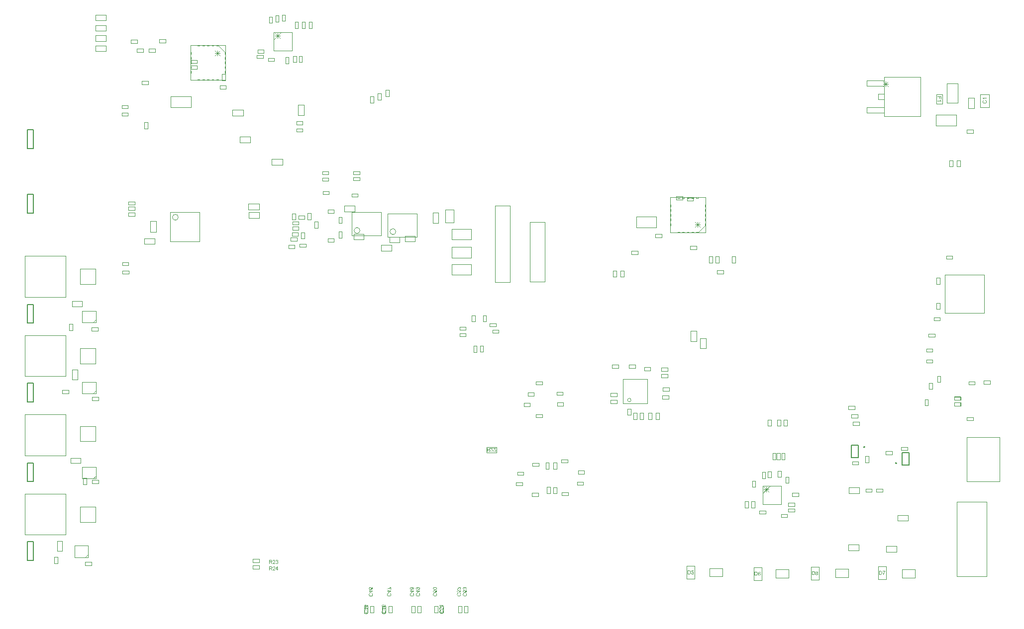
<source format=gbr>
G04*
G04 #@! TF.GenerationSoftware,Altium Limited,Altium Designer,23.7.1 (13)*
G04*
G04 Layer_Color=39423*
%FSLAX25Y25*%
%MOIN*%
G70*
G04*
G04 #@! TF.SameCoordinates,AF00DCEB-AC48-4C7C-91EA-99F42E284231*
G04*
G04*
G04 #@! TF.FilePolarity,Positive*
G04*
G01*
G75*
%ADD15C,0.00787*%
%ADD16C,0.00500*%
%ADD20C,0.00300*%
%ADD21C,0.00100*%
%ADD23C,0.00394*%
G36*
X289314Y-273032D02*
X289262Y-273106D01*
X289214Y-273172D01*
X289165Y-273228D01*
X289125Y-273280D01*
X289088Y-273317D01*
X289058Y-273346D01*
X289040Y-273365D01*
X289032Y-273372D01*
X289003Y-273394D01*
X288969Y-273420D01*
X288903Y-273461D01*
X288873Y-273476D01*
X288851Y-273491D01*
X288836Y-273498D01*
X288829Y-273502D01*
X288895Y-273513D01*
X288958Y-273524D01*
X289014Y-273542D01*
X289069Y-273557D01*
X289117Y-273576D01*
X289162Y-273598D01*
X289202Y-273617D01*
X289240Y-273635D01*
X289269Y-273657D01*
X289299Y-273676D01*
X289321Y-273691D01*
X289339Y-273705D01*
X289354Y-273716D01*
X289365Y-273727D01*
X289369Y-273731D01*
X289373Y-273735D01*
X289402Y-273772D01*
X289432Y-273809D01*
X289476Y-273887D01*
X289506Y-273964D01*
X289528Y-274038D01*
X289543Y-274101D01*
X289547Y-274127D01*
Y-274153D01*
X289550Y-274171D01*
Y-274186D01*
Y-274194D01*
Y-274197D01*
X289547Y-274275D01*
X289535Y-274345D01*
X289517Y-274412D01*
X289498Y-274467D01*
X289476Y-274516D01*
X289461Y-274553D01*
X289447Y-274575D01*
X289443Y-274578D01*
Y-274582D01*
X289399Y-274641D01*
X289354Y-274693D01*
X289306Y-274738D01*
X289262Y-274771D01*
X289221Y-274797D01*
X289188Y-274812D01*
X289165Y-274823D01*
X289162Y-274826D01*
X289158D01*
X289125Y-274837D01*
X289084Y-274849D01*
X289003Y-274867D01*
X288914Y-274878D01*
X288832Y-274889D01*
X288755Y-274893D01*
X288721D01*
X288692Y-274897D01*
X287504D01*
Y-272336D01*
X287845D01*
Y-273472D01*
X288281D01*
X288322Y-273468D01*
X288351D01*
X288377Y-273465D01*
X288396Y-273461D01*
X288411D01*
X288418Y-273457D01*
X288422D01*
X288481Y-273439D01*
X288507Y-273428D01*
X288529Y-273417D01*
X288551Y-273406D01*
X288566Y-273398D01*
X288574Y-273394D01*
X288577Y-273391D01*
X288607Y-273369D01*
X288636Y-273343D01*
X288692Y-273287D01*
X288718Y-273261D01*
X288736Y-273239D01*
X288747Y-273224D01*
X288751Y-273221D01*
X288788Y-273169D01*
X288829Y-273113D01*
X288870Y-273054D01*
X288910Y-272999D01*
X288944Y-272947D01*
X288969Y-272906D01*
X288981Y-272891D01*
X288988Y-272880D01*
X288995Y-272873D01*
Y-272869D01*
X289332Y-272336D01*
X289754D01*
X289314Y-273032D01*
D02*
G37*
G36*
X293598Y-272640D02*
X292336D01*
X292381Y-272703D01*
X292403Y-272728D01*
X292422Y-272754D01*
X292440Y-272777D01*
X292455Y-272791D01*
X292466Y-272802D01*
X292470Y-272806D01*
X292488Y-272825D01*
X292510Y-272843D01*
X292562Y-272891D01*
X292621Y-272947D01*
X292684Y-273002D01*
X292743Y-273050D01*
X292769Y-273073D01*
X292792Y-273095D01*
X292810Y-273110D01*
X292825Y-273121D01*
X292832Y-273128D01*
X292836Y-273132D01*
X292895Y-273184D01*
X292954Y-273232D01*
X293006Y-273280D01*
X293054Y-273321D01*
X293099Y-273361D01*
X293136Y-273398D01*
X293173Y-273431D01*
X293202Y-273461D01*
X293232Y-273491D01*
X293254Y-273513D01*
X293272Y-273531D01*
X293291Y-273550D01*
X293309Y-273572D01*
X293317Y-273580D01*
X293369Y-273642D01*
X293413Y-273698D01*
X293450Y-273753D01*
X293480Y-273798D01*
X293502Y-273838D01*
X293517Y-273868D01*
X293524Y-273887D01*
X293528Y-273894D01*
X293550Y-273950D01*
X293565Y-274005D01*
X293580Y-274057D01*
X293587Y-274101D01*
X293591Y-274142D01*
X293594Y-274171D01*
Y-274190D01*
Y-274197D01*
X293591Y-274253D01*
X293583Y-274305D01*
X293576Y-274357D01*
X293561Y-274401D01*
X293524Y-274490D01*
X293487Y-274560D01*
X293465Y-274593D01*
X293446Y-274619D01*
X293428Y-274645D01*
X293409Y-274664D01*
X293395Y-274678D01*
X293387Y-274693D01*
X293380Y-274697D01*
X293376Y-274701D01*
X293335Y-274738D01*
X293291Y-274771D01*
X293243Y-274797D01*
X293195Y-274819D01*
X293099Y-274856D01*
X293002Y-274882D01*
X292962Y-274889D01*
X292921Y-274897D01*
X292884Y-274900D01*
X292854Y-274904D01*
X292828Y-274908D01*
X292792D01*
X292725Y-274904D01*
X292662Y-274900D01*
X292603Y-274889D01*
X292547Y-274878D01*
X292495Y-274863D01*
X292447Y-274849D01*
X292403Y-274830D01*
X292362Y-274812D01*
X292325Y-274793D01*
X292296Y-274775D01*
X292270Y-274760D01*
X292248Y-274745D01*
X292229Y-274734D01*
X292218Y-274723D01*
X292211Y-274719D01*
X292207Y-274715D01*
X292170Y-274678D01*
X292137Y-274638D01*
X292103Y-274593D01*
X292077Y-274549D01*
X292033Y-274460D01*
X292003Y-274371D01*
X291992Y-274331D01*
X291981Y-274290D01*
X291974Y-274257D01*
X291966Y-274227D01*
X291963Y-274201D01*
Y-274183D01*
X291959Y-274171D01*
Y-274168D01*
X292281Y-274134D01*
X292288Y-274220D01*
X292303Y-274294D01*
X292325Y-274360D01*
X292351Y-274412D01*
X292373Y-274456D01*
X292396Y-274486D01*
X292410Y-274504D01*
X292418Y-274512D01*
X292473Y-274556D01*
X292532Y-274590D01*
X292595Y-274616D01*
X292651Y-274630D01*
X292703Y-274641D01*
X292747Y-274645D01*
X292762Y-274649D01*
X292784D01*
X292862Y-274645D01*
X292932Y-274630D01*
X292991Y-274608D01*
X293043Y-274586D01*
X293084Y-274560D01*
X293110Y-274541D01*
X293128Y-274527D01*
X293136Y-274519D01*
X293180Y-274467D01*
X293213Y-274416D01*
X293239Y-274364D01*
X293254Y-274312D01*
X293265Y-274271D01*
X293269Y-274234D01*
X293272Y-274212D01*
Y-274208D01*
Y-274205D01*
X293265Y-274138D01*
X293250Y-274068D01*
X293224Y-274005D01*
X293198Y-273946D01*
X293169Y-273898D01*
X293143Y-273857D01*
X293136Y-273842D01*
X293128Y-273831D01*
X293121Y-273827D01*
Y-273824D01*
X293091Y-273783D01*
X293054Y-273742D01*
X293014Y-273698D01*
X292969Y-273654D01*
X292877Y-273565D01*
X292784Y-273476D01*
X292736Y-273435D01*
X292695Y-273398D01*
X292655Y-273365D01*
X292621Y-273335D01*
X292595Y-273313D01*
X292573Y-273295D01*
X292558Y-273284D01*
X292555Y-273280D01*
X292462Y-273202D01*
X292377Y-273128D01*
X292307Y-273061D01*
X292251Y-273006D01*
X292203Y-272958D01*
X292170Y-272925D01*
X292151Y-272902D01*
X292144Y-272899D01*
Y-272895D01*
X292092Y-272832D01*
X292052Y-272773D01*
X292015Y-272714D01*
X291985Y-272662D01*
X291963Y-272618D01*
X291948Y-272584D01*
X291940Y-272562D01*
X291937Y-272558D01*
Y-272555D01*
X291922Y-272514D01*
X291915Y-272477D01*
X291907Y-272440D01*
X291903Y-272407D01*
X291900Y-272377D01*
Y-272355D01*
Y-272340D01*
Y-272336D01*
X293598D01*
Y-272640D01*
D02*
G37*
G36*
X291607D02*
X290346D01*
X290390Y-272703D01*
X290412Y-272728D01*
X290431Y-272754D01*
X290449Y-272777D01*
X290464Y-272791D01*
X290475Y-272802D01*
X290479Y-272806D01*
X290497Y-272825D01*
X290520Y-272843D01*
X290571Y-272891D01*
X290631Y-272947D01*
X290694Y-273002D01*
X290753Y-273050D01*
X290779Y-273073D01*
X290801Y-273095D01*
X290819Y-273110D01*
X290834Y-273121D01*
X290842Y-273128D01*
X290845Y-273132D01*
X290904Y-273184D01*
X290964Y-273232D01*
X291016Y-273280D01*
X291064Y-273321D01*
X291108Y-273361D01*
X291145Y-273398D01*
X291182Y-273431D01*
X291212Y-273461D01*
X291241Y-273491D01*
X291263Y-273513D01*
X291282Y-273531D01*
X291300Y-273550D01*
X291319Y-273572D01*
X291326Y-273580D01*
X291378Y-273642D01*
X291423Y-273698D01*
X291459Y-273753D01*
X291489Y-273798D01*
X291511Y-273838D01*
X291526Y-273868D01*
X291533Y-273887D01*
X291537Y-273894D01*
X291559Y-273950D01*
X291574Y-274005D01*
X291589Y-274057D01*
X291596Y-274101D01*
X291600Y-274142D01*
X291604Y-274171D01*
Y-274190D01*
Y-274197D01*
X291600Y-274253D01*
X291593Y-274305D01*
X291585Y-274357D01*
X291570Y-274401D01*
X291533Y-274490D01*
X291496Y-274560D01*
X291474Y-274593D01*
X291456Y-274619D01*
X291437Y-274645D01*
X291419Y-274664D01*
X291404Y-274678D01*
X291397Y-274693D01*
X291389Y-274697D01*
X291386Y-274701D01*
X291345Y-274738D01*
X291300Y-274771D01*
X291252Y-274797D01*
X291204Y-274819D01*
X291108Y-274856D01*
X291012Y-274882D01*
X290971Y-274889D01*
X290930Y-274897D01*
X290893Y-274900D01*
X290864Y-274904D01*
X290838Y-274908D01*
X290801D01*
X290734Y-274904D01*
X290671Y-274900D01*
X290612Y-274889D01*
X290557Y-274878D01*
X290505Y-274863D01*
X290457Y-274849D01*
X290412Y-274830D01*
X290372Y-274812D01*
X290335Y-274793D01*
X290305Y-274775D01*
X290279Y-274760D01*
X290257Y-274745D01*
X290238Y-274734D01*
X290227Y-274723D01*
X290220Y-274719D01*
X290216Y-274715D01*
X290179Y-274678D01*
X290146Y-274638D01*
X290113Y-274593D01*
X290087Y-274549D01*
X290042Y-274460D01*
X290013Y-274371D01*
X290002Y-274331D01*
X289991Y-274290D01*
X289983Y-274257D01*
X289976Y-274227D01*
X289972Y-274201D01*
Y-274183D01*
X289968Y-274171D01*
Y-274168D01*
X290290Y-274134D01*
X290298Y-274220D01*
X290313Y-274294D01*
X290335Y-274360D01*
X290361Y-274412D01*
X290383Y-274456D01*
X290405Y-274486D01*
X290420Y-274504D01*
X290427Y-274512D01*
X290483Y-274556D01*
X290542Y-274590D01*
X290605Y-274616D01*
X290660Y-274630D01*
X290712Y-274641D01*
X290757Y-274645D01*
X290771Y-274649D01*
X290793D01*
X290871Y-274645D01*
X290942Y-274630D01*
X291001Y-274608D01*
X291053Y-274586D01*
X291093Y-274560D01*
X291119Y-274541D01*
X291138Y-274527D01*
X291145Y-274519D01*
X291189Y-274467D01*
X291223Y-274416D01*
X291249Y-274364D01*
X291263Y-274312D01*
X291274Y-274271D01*
X291278Y-274234D01*
X291282Y-274212D01*
Y-274208D01*
Y-274205D01*
X291274Y-274138D01*
X291260Y-274068D01*
X291234Y-274005D01*
X291208Y-273946D01*
X291178Y-273898D01*
X291152Y-273857D01*
X291145Y-273842D01*
X291138Y-273831D01*
X291130Y-273827D01*
Y-273824D01*
X291101Y-273783D01*
X291064Y-273742D01*
X291023Y-273698D01*
X290979Y-273654D01*
X290886Y-273565D01*
X290793Y-273476D01*
X290745Y-273435D01*
X290705Y-273398D01*
X290664Y-273365D01*
X290631Y-273335D01*
X290605Y-273313D01*
X290583Y-273295D01*
X290568Y-273284D01*
X290564Y-273280D01*
X290472Y-273202D01*
X290387Y-273128D01*
X290316Y-273061D01*
X290261Y-273006D01*
X290213Y-272958D01*
X290179Y-272925D01*
X290161Y-272902D01*
X290153Y-272899D01*
Y-272895D01*
X290102Y-272832D01*
X290061Y-272773D01*
X290024Y-272714D01*
X289994Y-272662D01*
X289972Y-272618D01*
X289957Y-272584D01*
X289950Y-272562D01*
X289946Y-272558D01*
Y-272555D01*
X289931Y-272514D01*
X289924Y-272477D01*
X289917Y-272440D01*
X289913Y-272407D01*
X289909Y-272377D01*
Y-272355D01*
Y-272340D01*
Y-272336D01*
X291607D01*
Y-272640D01*
D02*
G37*
G36*
X146844Y-347445D02*
X146893Y-347452D01*
X146952Y-347463D01*
X147018Y-347482D01*
X147085Y-347504D01*
X147152Y-347534D01*
X147155D01*
X147159Y-347537D01*
X147181Y-347549D01*
X147214Y-347571D01*
X147251Y-347597D01*
X147296Y-347634D01*
X147340Y-347674D01*
X147385Y-347723D01*
X147422Y-347778D01*
X147425Y-347785D01*
X147436Y-347804D01*
X147451Y-347837D01*
X147470Y-347878D01*
X147488Y-347926D01*
X147503Y-347982D01*
X147514Y-348044D01*
X147518Y-348107D01*
Y-348115D01*
Y-348137D01*
X147514Y-348166D01*
X147507Y-348207D01*
X147496Y-348255D01*
X147477Y-348307D01*
X147455Y-348359D01*
X147425Y-348411D01*
X147422Y-348418D01*
X147411Y-348433D01*
X147388Y-348459D01*
X147359Y-348488D01*
X147322Y-348522D01*
X147277Y-348559D01*
X147226Y-348592D01*
X147163Y-348625D01*
X147166D01*
X147174Y-348629D01*
X147185Y-348633D01*
X147200Y-348636D01*
X147240Y-348651D01*
X147292Y-348673D01*
X147351Y-348703D01*
X147411Y-348740D01*
X147466Y-348788D01*
X147518Y-348844D01*
X147522Y-348851D01*
X147536Y-348873D01*
X147559Y-348910D01*
X147581Y-348958D01*
X147603Y-349018D01*
X147625Y-349088D01*
X147640Y-349169D01*
X147644Y-349258D01*
Y-349262D01*
Y-349273D01*
Y-349291D01*
X147640Y-349313D01*
X147636Y-349343D01*
X147629Y-349376D01*
X147622Y-349413D01*
X147614Y-349454D01*
X147584Y-349543D01*
X147562Y-349591D01*
X147540Y-349635D01*
X147511Y-349683D01*
X147477Y-349732D01*
X147440Y-349780D01*
X147396Y-349824D01*
X147392Y-349828D01*
X147385Y-349835D01*
X147370Y-349846D01*
X147351Y-349861D01*
X147329Y-349880D01*
X147300Y-349898D01*
X147266Y-349920D01*
X147226Y-349939D01*
X147185Y-349961D01*
X147137Y-349983D01*
X147089Y-350002D01*
X147033Y-350020D01*
X146974Y-350035D01*
X146911Y-350046D01*
X146848Y-350054D01*
X146778Y-350057D01*
X146745D01*
X146722Y-350054D01*
X146693Y-350050D01*
X146660Y-350046D01*
X146623Y-350039D01*
X146582Y-350031D01*
X146493Y-350009D01*
X146400Y-349972D01*
X146352Y-349950D01*
X146308Y-349924D01*
X146264Y-349891D01*
X146219Y-349857D01*
X146215Y-349854D01*
X146208Y-349846D01*
X146197Y-349835D01*
X146186Y-349820D01*
X146167Y-349802D01*
X146149Y-349776D01*
X146127Y-349750D01*
X146105Y-349717D01*
X146082Y-349680D01*
X146060Y-349643D01*
X146019Y-349554D01*
X145986Y-349450D01*
X145975Y-349395D01*
X145968Y-349336D01*
X146282Y-349295D01*
Y-349299D01*
X146286Y-349306D01*
X146290Y-349321D01*
X146293Y-349339D01*
X146297Y-349362D01*
X146304Y-349388D01*
X146323Y-349443D01*
X146349Y-349510D01*
X146382Y-349572D01*
X146419Y-349632D01*
X146463Y-349683D01*
X146471Y-349687D01*
X146486Y-349702D01*
X146515Y-349721D01*
X146552Y-349739D01*
X146597Y-349761D01*
X146652Y-349780D01*
X146715Y-349795D01*
X146782Y-349798D01*
X146804D01*
X146819Y-349795D01*
X146859Y-349791D01*
X146911Y-349780D01*
X146970Y-349761D01*
X147033Y-349735D01*
X147096Y-349698D01*
X147155Y-349646D01*
X147163Y-349639D01*
X147181Y-349617D01*
X147203Y-349584D01*
X147233Y-349539D01*
X147263Y-349484D01*
X147285Y-349421D01*
X147303Y-349347D01*
X147311Y-349265D01*
Y-349262D01*
Y-349254D01*
Y-349243D01*
X147307Y-349228D01*
X147303Y-349188D01*
X147292Y-349140D01*
X147277Y-349080D01*
X147251Y-349021D01*
X147214Y-348962D01*
X147166Y-348906D01*
X147159Y-348899D01*
X147141Y-348884D01*
X147111Y-348862D01*
X147070Y-348836D01*
X147018Y-348810D01*
X146956Y-348788D01*
X146885Y-348773D01*
X146808Y-348766D01*
X146774D01*
X146748Y-348770D01*
X146715Y-348773D01*
X146678Y-348781D01*
X146634Y-348788D01*
X146586Y-348799D01*
X146623Y-348522D01*
X146641D01*
X146656Y-348525D01*
X146704D01*
X146745Y-348518D01*
X146793Y-348511D01*
X146848Y-348499D01*
X146911Y-348481D01*
X146970Y-348455D01*
X147033Y-348422D01*
X147037D01*
X147041Y-348418D01*
X147059Y-348403D01*
X147085Y-348377D01*
X147115Y-348344D01*
X147144Y-348296D01*
X147170Y-348240D01*
X147189Y-348178D01*
X147196Y-348141D01*
Y-348100D01*
Y-348096D01*
Y-348093D01*
Y-348070D01*
X147189Y-348041D01*
X147181Y-348000D01*
X147166Y-347956D01*
X147148Y-347907D01*
X147118Y-347859D01*
X147078Y-347815D01*
X147074Y-347811D01*
X147055Y-347797D01*
X147029Y-347778D01*
X146996Y-347756D01*
X146952Y-347737D01*
X146900Y-347719D01*
X146841Y-347704D01*
X146774Y-347700D01*
X146745D01*
X146711Y-347708D01*
X146667Y-347715D01*
X146619Y-347730D01*
X146571Y-347748D01*
X146519Y-347778D01*
X146471Y-347815D01*
X146467Y-347819D01*
X146452Y-347837D01*
X146430Y-347863D01*
X146404Y-347900D01*
X146378Y-347948D01*
X146352Y-348007D01*
X146330Y-348078D01*
X146315Y-348159D01*
X146001Y-348104D01*
Y-348100D01*
X146005Y-348089D01*
X146008Y-348074D01*
X146012Y-348052D01*
X146019Y-348026D01*
X146030Y-347996D01*
X146053Y-347926D01*
X146090Y-347845D01*
X146134Y-347763D01*
X146190Y-347686D01*
X146260Y-347615D01*
X146264Y-347611D01*
X146271Y-347608D01*
X146282Y-347600D01*
X146297Y-347589D01*
X146315Y-347574D01*
X146341Y-347560D01*
X146367Y-347545D01*
X146400Y-347526D01*
X146475Y-347497D01*
X146560Y-347467D01*
X146660Y-347449D01*
X146711Y-347441D01*
X146804D01*
X146844Y-347445D01*
D02*
G37*
G36*
X144884D02*
X144913Y-347449D01*
X144950Y-347452D01*
X144991Y-347460D01*
X145031Y-347467D01*
X145128Y-347493D01*
X145224Y-347530D01*
X145272Y-347552D01*
X145320Y-347578D01*
X145364Y-347611D01*
X145405Y-347649D01*
X145409Y-347652D01*
X145416Y-347656D01*
X145424Y-347671D01*
X145439Y-347686D01*
X145457Y-347704D01*
X145475Y-347730D01*
X145494Y-347756D01*
X145516Y-347789D01*
X145553Y-347859D01*
X145590Y-347948D01*
X145605Y-347993D01*
X145612Y-348044D01*
X145620Y-348096D01*
X145624Y-348152D01*
Y-348159D01*
Y-348178D01*
X145620Y-348207D01*
X145616Y-348248D01*
X145609Y-348292D01*
X145594Y-348344D01*
X145579Y-348400D01*
X145557Y-348455D01*
X145553Y-348463D01*
X145546Y-348481D01*
X145531Y-348511D01*
X145509Y-348551D01*
X145479Y-348596D01*
X145442Y-348651D01*
X145398Y-348707D01*
X145346Y-348770D01*
X145339Y-348777D01*
X145320Y-348799D01*
X145302Y-348818D01*
X145283Y-348836D01*
X145261Y-348858D01*
X145231Y-348888D01*
X145202Y-348918D01*
X145165Y-348951D01*
X145128Y-348988D01*
X145083Y-349029D01*
X145035Y-349069D01*
X144983Y-349117D01*
X144924Y-349166D01*
X144865Y-349217D01*
X144861Y-349221D01*
X144854Y-349228D01*
X144839Y-349239D01*
X144821Y-349254D01*
X144798Y-349276D01*
X144773Y-349299D01*
X144713Y-349347D01*
X144650Y-349402D01*
X144591Y-349458D01*
X144539Y-349506D01*
X144517Y-349524D01*
X144499Y-349543D01*
X144495Y-349547D01*
X144484Y-349558D01*
X144469Y-349572D01*
X144451Y-349595D01*
X144432Y-349621D01*
X144410Y-349646D01*
X144366Y-349709D01*
X145627D01*
Y-350013D01*
X143929D01*
Y-350009D01*
Y-349994D01*
Y-349972D01*
X143933Y-349942D01*
X143936Y-349909D01*
X143944Y-349872D01*
X143951Y-349835D01*
X143966Y-349795D01*
Y-349791D01*
X143970Y-349787D01*
X143977Y-349765D01*
X143992Y-349732D01*
X144014Y-349687D01*
X144044Y-349635D01*
X144081Y-349576D01*
X144121Y-349517D01*
X144173Y-349454D01*
Y-349450D01*
X144181Y-349447D01*
X144199Y-349425D01*
X144232Y-349391D01*
X144280Y-349343D01*
X144336Y-349288D01*
X144406Y-349221D01*
X144491Y-349147D01*
X144584Y-349069D01*
X144588Y-349066D01*
X144602Y-349055D01*
X144624Y-349036D01*
X144650Y-349014D01*
X144684Y-348984D01*
X144724Y-348951D01*
X144765Y-348914D01*
X144813Y-348873D01*
X144906Y-348784D01*
X144998Y-348696D01*
X145043Y-348651D01*
X145083Y-348607D01*
X145120Y-348566D01*
X145150Y-348525D01*
Y-348522D01*
X145157Y-348518D01*
X145165Y-348507D01*
X145172Y-348492D01*
X145198Y-348451D01*
X145228Y-348403D01*
X145254Y-348344D01*
X145279Y-348281D01*
X145294Y-348211D01*
X145302Y-348144D01*
Y-348141D01*
Y-348137D01*
X145298Y-348115D01*
X145294Y-348078D01*
X145283Y-348037D01*
X145268Y-347985D01*
X145242Y-347933D01*
X145209Y-347882D01*
X145165Y-347830D01*
X145157Y-347822D01*
X145139Y-347808D01*
X145113Y-347789D01*
X145072Y-347763D01*
X145020Y-347741D01*
X144961Y-347719D01*
X144891Y-347704D01*
X144813Y-347700D01*
X144791D01*
X144776Y-347704D01*
X144732Y-347708D01*
X144680Y-347719D01*
X144624Y-347734D01*
X144562Y-347760D01*
X144502Y-347793D01*
X144447Y-347837D01*
X144439Y-347845D01*
X144425Y-347863D01*
X144403Y-347893D01*
X144380Y-347937D01*
X144354Y-347989D01*
X144332Y-348056D01*
X144317Y-348130D01*
X144310Y-348215D01*
X143988Y-348181D01*
Y-348178D01*
X143992Y-348166D01*
Y-348148D01*
X143995Y-348122D01*
X144003Y-348093D01*
X144010Y-348059D01*
X144021Y-348019D01*
X144033Y-347978D01*
X144062Y-347889D01*
X144106Y-347800D01*
X144132Y-347756D01*
X144166Y-347711D01*
X144199Y-347671D01*
X144236Y-347634D01*
X144240Y-347630D01*
X144247Y-347626D01*
X144258Y-347615D01*
X144277Y-347604D01*
X144299Y-347589D01*
X144325Y-347574D01*
X144354Y-347556D01*
X144391Y-347537D01*
X144432Y-347519D01*
X144476Y-347500D01*
X144525Y-347486D01*
X144576Y-347471D01*
X144632Y-347460D01*
X144691Y-347449D01*
X144754Y-347445D01*
X144821Y-347441D01*
X144858D01*
X144884Y-347445D01*
D02*
G37*
G36*
X142741Y-347456D02*
X142774D01*
X142852Y-347460D01*
X142934Y-347471D01*
X143022Y-347482D01*
X143104Y-347500D01*
X143145Y-347512D01*
X143178Y-347523D01*
X143182D01*
X143185Y-347526D01*
X143207Y-347537D01*
X143241Y-347552D01*
X143281Y-347578D01*
X143326Y-347611D01*
X143374Y-347656D01*
X143418Y-347708D01*
X143463Y-347767D01*
Y-347771D01*
X143466Y-347774D01*
X143481Y-347797D01*
X143496Y-347833D01*
X143518Y-347882D01*
X143537Y-347937D01*
X143555Y-348004D01*
X143566Y-348074D01*
X143570Y-348152D01*
Y-348155D01*
Y-348163D01*
Y-348178D01*
X143566Y-348196D01*
Y-348222D01*
X143563Y-348248D01*
X143548Y-348311D01*
X143526Y-348385D01*
X143496Y-348463D01*
X143452Y-348540D01*
X143422Y-348577D01*
X143392Y-348614D01*
X143389Y-348618D01*
X143385Y-348622D01*
X143374Y-348633D01*
X143359Y-348644D01*
X143341Y-348659D01*
X143318Y-348673D01*
X143289Y-348692D01*
X143259Y-348714D01*
X143222Y-348733D01*
X143182Y-348751D01*
X143137Y-348773D01*
X143089Y-348792D01*
X143034Y-348807D01*
X142978Y-348825D01*
X142915Y-348836D01*
X142849Y-348847D01*
X142856Y-348851D01*
X142871Y-348858D01*
X142893Y-348873D01*
X142922Y-348888D01*
X142989Y-348929D01*
X143022Y-348955D01*
X143052Y-348977D01*
X143059Y-348984D01*
X143078Y-349003D01*
X143107Y-349032D01*
X143145Y-349069D01*
X143185Y-349121D01*
X143233Y-349177D01*
X143281Y-349243D01*
X143333Y-349317D01*
X143773Y-350013D01*
X143352D01*
X143015Y-349480D01*
Y-349476D01*
X143008Y-349469D01*
X143000Y-349458D01*
X142989Y-349443D01*
X142963Y-349402D01*
X142930Y-349351D01*
X142889Y-349295D01*
X142849Y-349236D01*
X142808Y-349180D01*
X142771Y-349129D01*
X142767Y-349125D01*
X142756Y-349110D01*
X142737Y-349088D01*
X142712Y-349062D01*
X142656Y-349006D01*
X142627Y-348980D01*
X142597Y-348958D01*
X142593Y-348955D01*
X142586Y-348951D01*
X142571Y-348943D01*
X142549Y-348932D01*
X142527Y-348921D01*
X142501Y-348910D01*
X142441Y-348892D01*
X142438D01*
X142430Y-348888D01*
X142416D01*
X142397Y-348884D01*
X142371Y-348881D01*
X142342D01*
X142301Y-348877D01*
X141864D01*
Y-350013D01*
X141524D01*
Y-347452D01*
X142712D01*
X142741Y-347456D01*
D02*
G37*
G36*
X147301Y-353507D02*
X147649D01*
Y-353796D01*
X147301D01*
Y-354410D01*
X146987D01*
Y-353796D01*
X145873D01*
Y-353507D01*
X147046Y-351850D01*
X147301D01*
Y-353507D01*
D02*
G37*
G36*
X144900Y-351842D02*
X144930Y-351846D01*
X144967Y-351850D01*
X145007Y-351857D01*
X145048Y-351865D01*
X145144Y-351890D01*
X145240Y-351927D01*
X145289Y-351950D01*
X145337Y-351975D01*
X145381Y-352009D01*
X145422Y-352046D01*
X145425Y-352049D01*
X145433Y-352053D01*
X145440Y-352068D01*
X145455Y-352083D01*
X145474Y-352101D01*
X145492Y-352127D01*
X145511Y-352153D01*
X145533Y-352186D01*
X145570Y-352257D01*
X145607Y-352345D01*
X145622Y-352390D01*
X145629Y-352442D01*
X145636Y-352494D01*
X145640Y-352549D01*
Y-352556D01*
Y-352575D01*
X145636Y-352605D01*
X145633Y-352645D01*
X145625Y-352690D01*
X145610Y-352741D01*
X145596Y-352797D01*
X145573Y-352852D01*
X145570Y-352860D01*
X145562Y-352878D01*
X145548Y-352908D01*
X145525Y-352949D01*
X145496Y-352993D01*
X145459Y-353048D01*
X145414Y-353104D01*
X145363Y-353167D01*
X145355Y-353174D01*
X145337Y-353197D01*
X145318Y-353215D01*
X145300Y-353234D01*
X145278Y-353256D01*
X145248Y-353285D01*
X145218Y-353315D01*
X145181Y-353348D01*
X145144Y-353385D01*
X145100Y-353426D01*
X145052Y-353467D01*
X145000Y-353515D01*
X144941Y-353563D01*
X144882Y-353615D01*
X144878Y-353618D01*
X144870Y-353626D01*
X144856Y-353637D01*
X144837Y-353652D01*
X144815Y-353674D01*
X144789Y-353696D01*
X144730Y-353744D01*
X144667Y-353800D01*
X144608Y-353855D01*
X144556Y-353903D01*
X144534Y-353922D01*
X144515Y-353940D01*
X144512Y-353944D01*
X144501Y-353955D01*
X144486Y-353970D01*
X144467Y-353992D01*
X144449Y-354018D01*
X144427Y-354044D01*
X144382Y-354107D01*
X145644D01*
Y-354410D01*
X143946D01*
Y-354406D01*
Y-354392D01*
Y-354369D01*
X143949Y-354340D01*
X143953Y-354307D01*
X143960Y-354270D01*
X143968Y-354233D01*
X143983Y-354192D01*
Y-354188D01*
X143986Y-354184D01*
X143994Y-354162D01*
X144008Y-354129D01*
X144031Y-354084D01*
X144060Y-354033D01*
X144097Y-353974D01*
X144138Y-353914D01*
X144190Y-353851D01*
Y-353848D01*
X144197Y-353844D01*
X144216Y-353822D01*
X144249Y-353788D01*
X144297Y-353740D01*
X144352Y-353685D01*
X144423Y-353618D01*
X144508Y-353544D01*
X144600Y-353467D01*
X144604Y-353463D01*
X144619Y-353452D01*
X144641Y-353433D01*
X144667Y-353411D01*
X144700Y-353381D01*
X144741Y-353348D01*
X144782Y-353311D01*
X144830Y-353271D01*
X144922Y-353182D01*
X145015Y-353093D01*
X145059Y-353048D01*
X145100Y-353004D01*
X145137Y-352963D01*
X145167Y-352923D01*
Y-352919D01*
X145174Y-352915D01*
X145181Y-352904D01*
X145189Y-352889D01*
X145215Y-352849D01*
X145244Y-352801D01*
X145270Y-352741D01*
X145296Y-352678D01*
X145311Y-352608D01*
X145318Y-352542D01*
Y-352538D01*
Y-352534D01*
X145315Y-352512D01*
X145311Y-352475D01*
X145300Y-352434D01*
X145285Y-352382D01*
X145259Y-352331D01*
X145226Y-352279D01*
X145181Y-352227D01*
X145174Y-352220D01*
X145155Y-352205D01*
X145130Y-352186D01*
X145089Y-352161D01*
X145037Y-352138D01*
X144978Y-352116D01*
X144907Y-352101D01*
X144830Y-352098D01*
X144808D01*
X144793Y-352101D01*
X144748Y-352105D01*
X144697Y-352116D01*
X144641Y-352131D01*
X144578Y-352157D01*
X144519Y-352190D01*
X144464Y-352235D01*
X144456Y-352242D01*
X144441Y-352260D01*
X144419Y-352290D01*
X144397Y-352334D01*
X144371Y-352386D01*
X144349Y-352453D01*
X144334Y-352527D01*
X144327Y-352612D01*
X144005Y-352579D01*
Y-352575D01*
X144008Y-352564D01*
Y-352545D01*
X144012Y-352519D01*
X144019Y-352490D01*
X144027Y-352456D01*
X144038Y-352416D01*
X144049Y-352375D01*
X144079Y-352286D01*
X144123Y-352198D01*
X144149Y-352153D01*
X144182Y-352109D01*
X144216Y-352068D01*
X144253Y-352031D01*
X144256Y-352027D01*
X144264Y-352024D01*
X144275Y-352012D01*
X144293Y-352001D01*
X144316Y-351987D01*
X144341Y-351972D01*
X144371Y-351953D01*
X144408Y-351935D01*
X144449Y-351916D01*
X144493Y-351898D01*
X144541Y-351883D01*
X144593Y-351868D01*
X144649Y-351857D01*
X144708Y-351846D01*
X144771Y-351842D01*
X144837Y-351839D01*
X144874D01*
X144900Y-351842D01*
D02*
G37*
G36*
X142758Y-351853D02*
X142791D01*
X142869Y-351857D01*
X142950Y-351868D01*
X143039Y-351879D01*
X143120Y-351898D01*
X143161Y-351909D01*
X143194Y-351920D01*
X143198D01*
X143202Y-351924D01*
X143224Y-351935D01*
X143257Y-351950D01*
X143298Y-351975D01*
X143342Y-352009D01*
X143391Y-352053D01*
X143435Y-352105D01*
X143479Y-352164D01*
Y-352168D01*
X143483Y-352172D01*
X143498Y-352194D01*
X143513Y-352231D01*
X143535Y-352279D01*
X143553Y-352334D01*
X143572Y-352401D01*
X143583Y-352471D01*
X143587Y-352549D01*
Y-352553D01*
Y-352560D01*
Y-352575D01*
X143583Y-352593D01*
Y-352619D01*
X143579Y-352645D01*
X143564Y-352708D01*
X143542Y-352782D01*
X143513Y-352860D01*
X143468Y-352938D01*
X143439Y-352975D01*
X143409Y-353011D01*
X143405Y-353015D01*
X143402Y-353019D01*
X143391Y-353030D01*
X143376Y-353041D01*
X143357Y-353056D01*
X143335Y-353071D01*
X143305Y-353089D01*
X143276Y-353111D01*
X143239Y-353130D01*
X143198Y-353148D01*
X143154Y-353171D01*
X143106Y-353189D01*
X143050Y-353204D01*
X142995Y-353222D01*
X142932Y-353234D01*
X142865Y-353245D01*
X142873Y-353248D01*
X142887Y-353256D01*
X142910Y-353271D01*
X142939Y-353285D01*
X143006Y-353326D01*
X143039Y-353352D01*
X143069Y-353374D01*
X143076Y-353381D01*
X143095Y-353400D01*
X143124Y-353430D01*
X143161Y-353467D01*
X143202Y-353518D01*
X143250Y-353574D01*
X143298Y-353641D01*
X143350Y-353714D01*
X143790Y-354410D01*
X143368D01*
X143032Y-353877D01*
Y-353874D01*
X143024Y-353866D01*
X143017Y-353855D01*
X143006Y-353840D01*
X142980Y-353800D01*
X142947Y-353748D01*
X142906Y-353692D01*
X142865Y-353633D01*
X142824Y-353578D01*
X142787Y-353526D01*
X142784Y-353522D01*
X142773Y-353507D01*
X142754Y-353485D01*
X142728Y-353459D01*
X142673Y-353404D01*
X142643Y-353378D01*
X142613Y-353356D01*
X142610Y-353352D01*
X142602Y-353348D01*
X142588Y-353341D01*
X142565Y-353330D01*
X142543Y-353319D01*
X142517Y-353308D01*
X142458Y-353289D01*
X142454D01*
X142447Y-353285D01*
X142432D01*
X142414Y-353282D01*
X142388Y-353278D01*
X142358D01*
X142317Y-353274D01*
X141881D01*
Y-354410D01*
X141541D01*
Y-351850D01*
X142728D01*
X142758Y-351853D01*
D02*
G37*
G36*
X425914Y-354863D02*
X424889D01*
X424753Y-355555D01*
X424756Y-355551D01*
X424764Y-355547D01*
X424775Y-355540D01*
X424793Y-355529D01*
X424815Y-355518D01*
X424841Y-355503D01*
X424900Y-355473D01*
X424974Y-355444D01*
X425056Y-355418D01*
X425145Y-355399D01*
X425189Y-355392D01*
X425271D01*
X425293Y-355396D01*
X425322Y-355399D01*
X425356Y-355403D01*
X425393Y-355411D01*
X425433Y-355422D01*
X425522Y-355448D01*
X425570Y-355466D01*
X425618Y-355492D01*
X425666Y-355518D01*
X425714Y-355547D01*
X425759Y-355585D01*
X425803Y-355625D01*
X425807Y-355629D01*
X425814Y-355636D01*
X425826Y-355647D01*
X425840Y-355666D01*
X425859Y-355692D01*
X425877Y-355718D01*
X425900Y-355751D01*
X425922Y-355788D01*
X425940Y-355829D01*
X425962Y-355873D01*
X425981Y-355925D01*
X425999Y-355977D01*
X426014Y-356032D01*
X426025Y-356095D01*
X426033Y-356158D01*
X426036Y-356225D01*
Y-356228D01*
Y-356239D01*
Y-356258D01*
X426033Y-356284D01*
X426029Y-356313D01*
X426025Y-356347D01*
X426018Y-356387D01*
X426011Y-356428D01*
X425988Y-356524D01*
X425951Y-356624D01*
X425929Y-356676D01*
X425900Y-356724D01*
X425870Y-356776D01*
X425833Y-356824D01*
X425829Y-356828D01*
X425822Y-356839D01*
X425807Y-356854D01*
X425788Y-356872D01*
X425763Y-356894D01*
X425733Y-356924D01*
X425696Y-356950D01*
X425655Y-356979D01*
X425611Y-357009D01*
X425559Y-357035D01*
X425504Y-357061D01*
X425444Y-357087D01*
X425382Y-357105D01*
X425311Y-357120D01*
X425237Y-357131D01*
X425160Y-357135D01*
X425126D01*
X425100Y-357131D01*
X425071Y-357127D01*
X425037Y-357124D01*
X424997Y-357120D01*
X424956Y-357109D01*
X424863Y-357087D01*
X424771Y-357053D01*
X424723Y-357031D01*
X424675Y-357005D01*
X424630Y-356976D01*
X424586Y-356942D01*
X424582Y-356939D01*
X424575Y-356935D01*
X424568Y-356920D01*
X424553Y-356905D01*
X424534Y-356887D01*
X424516Y-356865D01*
X424494Y-356835D01*
X424475Y-356802D01*
X424453Y-356768D01*
X424431Y-356728D01*
X424390Y-356639D01*
X424357Y-356535D01*
X424345Y-356480D01*
X424338Y-356421D01*
X424667Y-356395D01*
Y-356399D01*
Y-356406D01*
X424671Y-356417D01*
X424675Y-356435D01*
X424686Y-356476D01*
X424701Y-356532D01*
X424723Y-356587D01*
X424753Y-356650D01*
X424789Y-356706D01*
X424834Y-356757D01*
X424841Y-356761D01*
X424856Y-356776D01*
X424886Y-356794D01*
X424926Y-356817D01*
X424971Y-356839D01*
X425026Y-356857D01*
X425089Y-356872D01*
X425160Y-356876D01*
X425182D01*
X425197Y-356872D01*
X425241Y-356868D01*
X425293Y-356854D01*
X425356Y-356835D01*
X425419Y-356805D01*
X425485Y-356761D01*
X425515Y-356735D01*
X425544Y-356706D01*
X425548Y-356702D01*
X425552Y-356698D01*
X425559Y-356687D01*
X425570Y-356676D01*
X425596Y-356635D01*
X425626Y-356583D01*
X425652Y-356521D01*
X425677Y-356443D01*
X425696Y-356350D01*
X425703Y-356302D01*
Y-356251D01*
Y-356247D01*
Y-356239D01*
Y-356225D01*
X425700Y-356206D01*
Y-356184D01*
X425696Y-356158D01*
X425685Y-356099D01*
X425666Y-356029D01*
X425640Y-355958D01*
X425603Y-355892D01*
X425552Y-355829D01*
Y-355825D01*
X425544Y-355821D01*
X425526Y-355803D01*
X425492Y-355777D01*
X425448Y-355747D01*
X425389Y-355721D01*
X425322Y-355696D01*
X425245Y-355677D01*
X425200Y-355670D01*
X425130D01*
X425100Y-355673D01*
X425063Y-355677D01*
X425019Y-355688D01*
X424974Y-355699D01*
X424926Y-355718D01*
X424878Y-355740D01*
X424875Y-355744D01*
X424860Y-355751D01*
X424838Y-355769D01*
X424808Y-355788D01*
X424778Y-355814D01*
X424749Y-355847D01*
X424716Y-355880D01*
X424690Y-355921D01*
X424394Y-355880D01*
X424642Y-354563D01*
X425914D01*
Y-354863D01*
D02*
G37*
G36*
X422936Y-354534D02*
X423010Y-354537D01*
X423084Y-354545D01*
X423158Y-354556D01*
X423221Y-354567D01*
X423224D01*
X423232Y-354571D01*
X423243D01*
X423258Y-354578D01*
X423298Y-354589D01*
X423350Y-354608D01*
X423409Y-354634D01*
X423472Y-354667D01*
X423535Y-354704D01*
X423594Y-354752D01*
X423598Y-354756D01*
X423602Y-354759D01*
X423613Y-354770D01*
X423628Y-354782D01*
X423665Y-354819D01*
X423709Y-354870D01*
X423757Y-354933D01*
X423809Y-355007D01*
X423857Y-355092D01*
X423898Y-355189D01*
Y-355192D01*
X423902Y-355200D01*
X423909Y-355215D01*
X423913Y-355237D01*
X423924Y-355263D01*
X423931Y-355292D01*
X423939Y-355326D01*
X423950Y-355366D01*
X423961Y-355407D01*
X423968Y-355455D01*
X423987Y-355559D01*
X423998Y-355673D01*
X424001Y-355799D01*
Y-355803D01*
Y-355810D01*
Y-355829D01*
Y-355847D01*
X423998Y-355873D01*
Y-355903D01*
X423994Y-355973D01*
X423983Y-356054D01*
X423972Y-356139D01*
X423953Y-356228D01*
X423931Y-356317D01*
Y-356321D01*
X423927Y-356328D01*
X423924Y-356339D01*
X423920Y-356354D01*
X423905Y-356395D01*
X423883Y-356447D01*
X423861Y-356506D01*
X423831Y-356565D01*
X423794Y-356628D01*
X423757Y-356687D01*
X423753Y-356695D01*
X423739Y-356713D01*
X423716Y-356739D01*
X423687Y-356772D01*
X423654Y-356809D01*
X423613Y-356846D01*
X423572Y-356887D01*
X423524Y-356920D01*
X423517Y-356924D01*
X423502Y-356935D01*
X423476Y-356950D01*
X423439Y-356968D01*
X423395Y-356991D01*
X423343Y-357009D01*
X423284Y-357031D01*
X423217Y-357050D01*
X423210D01*
X423199Y-357053D01*
X423187Y-357057D01*
X423150Y-357061D01*
X423099Y-357068D01*
X423039Y-357076D01*
X422969Y-357083D01*
X422891Y-357087D01*
X422806Y-357090D01*
X421885D01*
Y-354530D01*
X422869D01*
X422936Y-354534D01*
D02*
G37*
G36*
X470089Y-355315D02*
X470115D01*
X470145Y-355319D01*
X470215Y-355334D01*
X470293Y-355353D01*
X470374Y-355382D01*
X470455Y-355427D01*
X470496Y-355452D01*
X470533Y-355482D01*
X470537Y-355486D01*
X470541Y-355489D01*
X470552Y-355501D01*
X470563Y-355512D01*
X470581Y-355530D01*
X470596Y-355552D01*
X470637Y-355604D01*
X470677Y-355671D01*
X470714Y-355752D01*
X470748Y-355845D01*
X470770Y-355948D01*
X470455Y-355974D01*
Y-355970D01*
X470452Y-355967D01*
X470448Y-355944D01*
X470437Y-355911D01*
X470422Y-355871D01*
X470407Y-355826D01*
X470385Y-355782D01*
X470359Y-355741D01*
X470333Y-355708D01*
X470326Y-355700D01*
X470311Y-355686D01*
X470285Y-355663D01*
X470248Y-355637D01*
X470200Y-355615D01*
X470148Y-355593D01*
X470085Y-355578D01*
X470019Y-355571D01*
X469993D01*
X469963Y-355574D01*
X469930Y-355582D01*
X469886Y-355593D01*
X469841Y-355608D01*
X469797Y-355626D01*
X469752Y-355656D01*
X469745Y-355660D01*
X469727Y-355674D01*
X469701Y-355700D01*
X469667Y-355737D01*
X469630Y-355782D01*
X469590Y-355834D01*
X469553Y-355900D01*
X469516Y-355974D01*
Y-355978D01*
X469512Y-355985D01*
X469508Y-355996D01*
X469501Y-356011D01*
X469497Y-356033D01*
X469490Y-356059D01*
X469482Y-356089D01*
X469475Y-356126D01*
X469464Y-356167D01*
X469456Y-356211D01*
X469449Y-356259D01*
X469445Y-356311D01*
X469438Y-356370D01*
X469434Y-356429D01*
X469430Y-356496D01*
Y-356562D01*
X469434Y-356559D01*
X469449Y-356537D01*
X469475Y-356507D01*
X469508Y-356470D01*
X469545Y-356426D01*
X469593Y-356385D01*
X469645Y-356344D01*
X469704Y-356307D01*
X469708D01*
X469712Y-356304D01*
X469734Y-356292D01*
X469767Y-356281D01*
X469812Y-356263D01*
X469863Y-356248D01*
X469923Y-356237D01*
X469985Y-356226D01*
X470052Y-356222D01*
X470082D01*
X470104Y-356226D01*
X470133Y-356229D01*
X470163Y-356233D01*
X470200Y-356241D01*
X470237Y-356252D01*
X470322Y-356278D01*
X470367Y-356296D01*
X470411Y-356322D01*
X470455Y-356348D01*
X470504Y-356377D01*
X470548Y-356414D01*
X470589Y-356455D01*
X470592Y-356459D01*
X470600Y-356466D01*
X470611Y-356477D01*
X470622Y-356496D01*
X470640Y-356522D01*
X470659Y-356548D01*
X470677Y-356581D01*
X470700Y-356618D01*
X470722Y-356659D01*
X470740Y-356703D01*
X470759Y-356755D01*
X470777Y-356807D01*
X470788Y-356862D01*
X470799Y-356925D01*
X470807Y-356988D01*
X470811Y-357055D01*
Y-357058D01*
Y-357066D01*
Y-357077D01*
Y-357095D01*
X470807Y-357118D01*
Y-357140D01*
X470796Y-357199D01*
X470785Y-357269D01*
X470766Y-357343D01*
X470740Y-357424D01*
X470703Y-357502D01*
Y-357506D01*
X470700Y-357510D01*
X470692Y-357521D01*
X470685Y-357536D01*
X470663Y-357573D01*
X470629Y-357621D01*
X470589Y-357672D01*
X470541Y-357724D01*
X470481Y-357776D01*
X470418Y-357820D01*
X470415D01*
X470411Y-357824D01*
X470400Y-357832D01*
X470385Y-357835D01*
X470348Y-357854D01*
X470300Y-357872D01*
X470237Y-357894D01*
X470167Y-357909D01*
X470089Y-357924D01*
X470004Y-357928D01*
X469985D01*
X469967Y-357924D01*
X469937D01*
X469904Y-357920D01*
X469867Y-357913D01*
X469823Y-357902D01*
X469778Y-357891D01*
X469727Y-357876D01*
X469675Y-357857D01*
X469623Y-357835D01*
X469567Y-357806D01*
X469516Y-357772D01*
X469464Y-357735D01*
X469412Y-357691D01*
X469364Y-357639D01*
X469360Y-357635D01*
X469353Y-357624D01*
X469342Y-357610D01*
X469327Y-357584D01*
X469305Y-357550D01*
X469286Y-357513D01*
X469264Y-357465D01*
X469242Y-357414D01*
X469216Y-357351D01*
X469194Y-357280D01*
X469175Y-357203D01*
X469157Y-357118D01*
X469138Y-357021D01*
X469127Y-356918D01*
X469120Y-356807D01*
X469116Y-356688D01*
Y-356684D01*
Y-356681D01*
Y-356670D01*
Y-356655D01*
X469120Y-356618D01*
Y-356566D01*
X469123Y-356507D01*
X469131Y-356437D01*
X469138Y-356359D01*
X469149Y-356274D01*
X469164Y-356189D01*
X469183Y-356096D01*
X469205Y-356008D01*
X469231Y-355919D01*
X469264Y-355834D01*
X469301Y-355752D01*
X469342Y-355674D01*
X469390Y-355608D01*
X469393Y-355604D01*
X469401Y-355597D01*
X469416Y-355582D01*
X469434Y-355560D01*
X469456Y-355538D01*
X469486Y-355515D01*
X469523Y-355486D01*
X469560Y-355460D01*
X469604Y-355434D01*
X469653Y-355404D01*
X469708Y-355382D01*
X469764Y-355356D01*
X469826Y-355338D01*
X469893Y-355323D01*
X469963Y-355315D01*
X470037Y-355312D01*
X470067D01*
X470089Y-355315D01*
D02*
G37*
G36*
X467729Y-355327D02*
X467802Y-355330D01*
X467876Y-355338D01*
X467950Y-355349D01*
X468013Y-355360D01*
X468017D01*
X468024Y-355364D01*
X468036D01*
X468050Y-355371D01*
X468091Y-355382D01*
X468143Y-355401D01*
X468202Y-355427D01*
X468265Y-355460D01*
X468328Y-355497D01*
X468387Y-355545D01*
X468391Y-355549D01*
X468395Y-355552D01*
X468406Y-355563D01*
X468420Y-355574D01*
X468457Y-355611D01*
X468502Y-355663D01*
X468550Y-355726D01*
X468602Y-355800D01*
X468650Y-355885D01*
X468690Y-355982D01*
Y-355985D01*
X468694Y-355993D01*
X468702Y-356008D01*
X468705Y-356030D01*
X468716Y-356055D01*
X468724Y-356085D01*
X468731Y-356118D01*
X468742Y-356159D01*
X468753Y-356200D01*
X468761Y-356248D01*
X468779Y-356351D01*
X468790Y-356466D01*
X468794Y-356592D01*
Y-356596D01*
Y-356603D01*
Y-356622D01*
Y-356640D01*
X468790Y-356666D01*
Y-356696D01*
X468787Y-356766D01*
X468776Y-356847D01*
X468764Y-356932D01*
X468746Y-357021D01*
X468724Y-357110D01*
Y-357114D01*
X468720Y-357121D01*
X468716Y-357132D01*
X468713Y-357147D01*
X468698Y-357188D01*
X468676Y-357240D01*
X468653Y-357299D01*
X468624Y-357358D01*
X468587Y-357421D01*
X468550Y-357480D01*
X468546Y-357487D01*
X468531Y-357506D01*
X468509Y-357532D01*
X468480Y-357565D01*
X468446Y-357602D01*
X468406Y-357639D01*
X468365Y-357680D01*
X468317Y-357713D01*
X468309Y-357717D01*
X468295Y-357728D01*
X468269Y-357743D01*
X468232Y-357761D01*
X468187Y-357783D01*
X468135Y-357802D01*
X468076Y-357824D01*
X468010Y-357843D01*
X468002D01*
X467991Y-357846D01*
X467980Y-357850D01*
X467943Y-357854D01*
X467891Y-357861D01*
X467832Y-357869D01*
X467762Y-357876D01*
X467684Y-357880D01*
X467599Y-357883D01*
X466678D01*
Y-355323D01*
X467662D01*
X467729Y-355327D01*
D02*
G37*
G36*
X506148Y-355003D02*
X506222Y-355007D01*
X506296Y-355014D01*
X506370Y-355025D01*
X506433Y-355036D01*
X506436D01*
X506444Y-355040D01*
X506455D01*
X506470Y-355047D01*
X506510Y-355059D01*
X506562Y-355077D01*
X506622Y-355103D01*
X506684Y-355136D01*
X506747Y-355173D01*
X506807Y-355221D01*
X506810Y-355225D01*
X506814Y-355229D01*
X506825Y-355240D01*
X506840Y-355251D01*
X506877Y-355288D01*
X506921Y-355340D01*
X506969Y-355403D01*
X507021Y-355477D01*
X507069Y-355562D01*
X507110Y-355658D01*
Y-355662D01*
X507114Y-355669D01*
X507121Y-355684D01*
X507125Y-355706D01*
X507136Y-355732D01*
X507143Y-355762D01*
X507151Y-355795D01*
X507162Y-355836D01*
X507173Y-355876D01*
X507180Y-355924D01*
X507199Y-356028D01*
X507210Y-356143D01*
X507213Y-356269D01*
Y-356272D01*
Y-356280D01*
Y-356298D01*
Y-356317D01*
X507210Y-356343D01*
Y-356372D01*
X507206Y-356442D01*
X507195Y-356524D01*
X507184Y-356609D01*
X507165Y-356698D01*
X507143Y-356786D01*
Y-356790D01*
X507139Y-356798D01*
X507136Y-356809D01*
X507132Y-356823D01*
X507117Y-356864D01*
X507095Y-356916D01*
X507073Y-356975D01*
X507043Y-357034D01*
X507006Y-357097D01*
X506969Y-357156D01*
X506966Y-357164D01*
X506951Y-357182D01*
X506929Y-357208D01*
X506899Y-357242D01*
X506866Y-357279D01*
X506825Y-357316D01*
X506784Y-357356D01*
X506736Y-357390D01*
X506729Y-357393D01*
X506714Y-357404D01*
X506688Y-357419D01*
X506651Y-357438D01*
X506607Y-357460D01*
X506555Y-357478D01*
X506496Y-357501D01*
X506429Y-357519D01*
X506422D01*
X506411Y-357523D01*
X506399Y-357526D01*
X506362Y-357530D01*
X506311Y-357538D01*
X506251Y-357545D01*
X506181Y-357552D01*
X506104Y-357556D01*
X506018Y-357560D01*
X505097D01*
Y-354999D01*
X506081D01*
X506148Y-355003D01*
D02*
G37*
G36*
X508438Y-354992D02*
X508468Y-354996D01*
X508501Y-354999D01*
X508538Y-355003D01*
X508575Y-355014D01*
X508664Y-355036D01*
X508753Y-355070D01*
X508797Y-355092D01*
X508842Y-355118D01*
X508882Y-355151D01*
X508923Y-355184D01*
X508927Y-355188D01*
X508930Y-355192D01*
X508941Y-355203D01*
X508956Y-355218D01*
X508971Y-355240D01*
X508989Y-355262D01*
X509026Y-355318D01*
X509063Y-355388D01*
X509097Y-355469D01*
X509123Y-355562D01*
X509126Y-355610D01*
X509130Y-355662D01*
Y-355665D01*
Y-355669D01*
Y-355691D01*
X509126Y-355725D01*
X509119Y-355765D01*
X509108Y-355817D01*
X509089Y-355869D01*
X509067Y-355921D01*
X509034Y-355973D01*
X509030Y-355980D01*
X509015Y-355995D01*
X508993Y-356017D01*
X508964Y-356047D01*
X508923Y-356080D01*
X508875Y-356113D01*
X508819Y-356146D01*
X508753Y-356176D01*
X508756D01*
X508764Y-356180D01*
X508775Y-356183D01*
X508790Y-356191D01*
X508834Y-356209D01*
X508886Y-356235D01*
X508941Y-356272D01*
X509001Y-356313D01*
X509056Y-356365D01*
X509108Y-356424D01*
Y-356428D01*
X509112Y-356431D01*
X509126Y-356453D01*
X509149Y-356490D01*
X509171Y-356539D01*
X509193Y-356598D01*
X509215Y-356668D01*
X509230Y-356746D01*
X509234Y-356831D01*
Y-356835D01*
Y-356846D01*
Y-356864D01*
X509230Y-356886D01*
X509226Y-356912D01*
X509223Y-356946D01*
X509215Y-356983D01*
X509204Y-357023D01*
X509178Y-357108D01*
X509160Y-357156D01*
X509134Y-357201D01*
X509108Y-357249D01*
X509078Y-357293D01*
X509041Y-357338D01*
X509001Y-357382D01*
X508997Y-357386D01*
X508989Y-357393D01*
X508978Y-357404D01*
X508960Y-357416D01*
X508934Y-357434D01*
X508908Y-357453D01*
X508875Y-357471D01*
X508838Y-357493D01*
X508797Y-357515D01*
X508749Y-357534D01*
X508697Y-357552D01*
X508645Y-357571D01*
X508586Y-357582D01*
X508523Y-357593D01*
X508460Y-357600D01*
X508390Y-357604D01*
X508353D01*
X508327Y-357600D01*
X508294Y-357597D01*
X508257Y-357593D01*
X508216Y-357586D01*
X508172Y-357575D01*
X508072Y-357549D01*
X508020Y-357530D01*
X507972Y-357512D01*
X507920Y-357486D01*
X507868Y-357456D01*
X507820Y-357423D01*
X507776Y-357382D01*
X507772Y-357379D01*
X507765Y-357371D01*
X507754Y-357360D01*
X507739Y-357342D01*
X507724Y-357319D01*
X507702Y-357293D01*
X507683Y-357264D01*
X507661Y-357227D01*
X507639Y-357190D01*
X507620Y-357145D01*
X507584Y-357053D01*
X507569Y-356997D01*
X507558Y-356942D01*
X507550Y-356883D01*
X507547Y-356823D01*
Y-356820D01*
Y-356812D01*
Y-356798D01*
X507550Y-356783D01*
Y-356761D01*
X507554Y-356735D01*
X507561Y-356676D01*
X507576Y-356609D01*
X507598Y-356542D01*
X507632Y-356472D01*
X507672Y-356405D01*
Y-356402D01*
X507680Y-356398D01*
X507694Y-356380D01*
X507724Y-356350D01*
X507765Y-356313D01*
X507817Y-356276D01*
X507879Y-356235D01*
X507950Y-356202D01*
X508035Y-356176D01*
X508031D01*
X508028Y-356172D01*
X508016Y-356169D01*
X508002Y-356161D01*
X507968Y-356146D01*
X507924Y-356124D01*
X507876Y-356095D01*
X507828Y-356058D01*
X507783Y-356017D01*
X507743Y-355973D01*
X507739Y-355965D01*
X507728Y-355950D01*
X507713Y-355921D01*
X507698Y-355884D01*
X507680Y-355836D01*
X507665Y-355780D01*
X507654Y-355717D01*
X507650Y-355651D01*
Y-355647D01*
Y-355640D01*
Y-355625D01*
X507654Y-355603D01*
X507657Y-355580D01*
X507661Y-355551D01*
X507676Y-355488D01*
X507698Y-355414D01*
X507735Y-355336D01*
X507757Y-355295D01*
X507783Y-355255D01*
X507817Y-355218D01*
X507850Y-355181D01*
X507854Y-355177D01*
X507861Y-355173D01*
X507872Y-355162D01*
X507887Y-355151D01*
X507905Y-355136D01*
X507931Y-355121D01*
X507961Y-355103D01*
X507991Y-355084D01*
X508028Y-355066D01*
X508068Y-355047D01*
X508113Y-355033D01*
X508161Y-355018D01*
X508264Y-354996D01*
X508323Y-354992D01*
X508383Y-354988D01*
X508416D01*
X508438Y-354992D01*
D02*
G37*
G36*
X554212Y-355100D02*
X554208Y-355104D01*
X554201Y-355112D01*
X554186Y-355126D01*
X554171Y-355149D01*
X554149Y-355174D01*
X554120Y-355204D01*
X554090Y-355241D01*
X554057Y-355285D01*
X554023Y-355330D01*
X553983Y-355382D01*
X553942Y-355441D01*
X553901Y-355500D01*
X553857Y-355567D01*
X553813Y-355637D01*
X553768Y-355715D01*
X553724Y-355792D01*
X553720Y-355796D01*
X553713Y-355811D01*
X553701Y-355833D01*
X553683Y-355866D01*
X553664Y-355907D01*
X553642Y-355951D01*
X553616Y-356003D01*
X553590Y-356062D01*
X553561Y-356129D01*
X553528Y-356196D01*
X553498Y-356270D01*
X553468Y-356347D01*
X553409Y-356506D01*
X553354Y-356677D01*
Y-356680D01*
X553350Y-356691D01*
X553346Y-356710D01*
X553339Y-356732D01*
X553332Y-356762D01*
X553324Y-356799D01*
X553313Y-356839D01*
X553306Y-356884D01*
X553295Y-356936D01*
X553283Y-356991D01*
X553265Y-357109D01*
X553246Y-357239D01*
X553235Y-357380D01*
X552913D01*
Y-357376D01*
Y-357365D01*
Y-357350D01*
X552917Y-357328D01*
Y-357298D01*
X552921Y-357261D01*
X552924Y-357221D01*
X552928Y-357176D01*
X552936Y-357124D01*
X552943Y-357073D01*
X552954Y-357010D01*
X552965Y-356947D01*
X552976Y-356880D01*
X552991Y-356806D01*
X553028Y-356654D01*
Y-356651D01*
X553032Y-356636D01*
X553039Y-356614D01*
X553050Y-356580D01*
X553061Y-356543D01*
X553076Y-356499D01*
X553091Y-356447D01*
X553113Y-356392D01*
X553135Y-356329D01*
X553158Y-356266D01*
X553213Y-356125D01*
X553280Y-355977D01*
X553354Y-355829D01*
X553357Y-355826D01*
X553365Y-355811D01*
X553376Y-355792D01*
X553391Y-355763D01*
X553409Y-355729D01*
X553435Y-355689D01*
X553461Y-355644D01*
X553491Y-355596D01*
X553561Y-355489D01*
X553635Y-355378D01*
X553720Y-355263D01*
X553809Y-355156D01*
X552555D01*
Y-354853D01*
X554212D01*
Y-355100D01*
D02*
G37*
G36*
X551130Y-354823D02*
X551204Y-354827D01*
X551278Y-354834D01*
X551352Y-354845D01*
X551415Y-354856D01*
X551419D01*
X551426Y-354860D01*
X551437D01*
X551452Y-354867D01*
X551493Y-354878D01*
X551544Y-354897D01*
X551604Y-354923D01*
X551666Y-354956D01*
X551729Y-354993D01*
X551789Y-355041D01*
X551792Y-355045D01*
X551796Y-355049D01*
X551807Y-355060D01*
X551822Y-355071D01*
X551859Y-355108D01*
X551903Y-355160D01*
X551951Y-355223D01*
X552003Y-355296D01*
X552051Y-355382D01*
X552092Y-355478D01*
Y-355482D01*
X552096Y-355489D01*
X552103Y-355504D01*
X552107Y-355526D01*
X552118Y-355552D01*
X552125Y-355581D01*
X552133Y-355615D01*
X552144Y-355656D01*
X552155Y-355696D01*
X552162Y-355744D01*
X552181Y-355848D01*
X552192Y-355963D01*
X552196Y-356088D01*
Y-356092D01*
Y-356099D01*
Y-356118D01*
Y-356136D01*
X552192Y-356162D01*
Y-356192D01*
X552188Y-356262D01*
X552177Y-356344D01*
X552166Y-356429D01*
X552147Y-356518D01*
X552125Y-356606D01*
Y-356610D01*
X552122Y-356617D01*
X552118Y-356628D01*
X552114Y-356643D01*
X552099Y-356684D01*
X552077Y-356736D01*
X552055Y-356795D01*
X552025Y-356854D01*
X551988Y-356917D01*
X551951Y-356976D01*
X551948Y-356984D01*
X551933Y-357002D01*
X551911Y-357028D01*
X551881Y-357062D01*
X551848Y-357099D01*
X551807Y-357135D01*
X551766Y-357176D01*
X551718Y-357209D01*
X551711Y-357213D01*
X551696Y-357224D01*
X551670Y-357239D01*
X551633Y-357258D01*
X551589Y-357280D01*
X551537Y-357298D01*
X551478Y-357320D01*
X551411Y-357339D01*
X551404D01*
X551393Y-357343D01*
X551382Y-357346D01*
X551345Y-357350D01*
X551293Y-357358D01*
X551234Y-357365D01*
X551163Y-357372D01*
X551086Y-357376D01*
X551000Y-357380D01*
X550079D01*
Y-354819D01*
X551063D01*
X551130Y-354823D01*
D02*
G37*
G36*
X622146Y-37816D02*
X620145D01*
X620148Y-37820D01*
X620163Y-37838D01*
X620185Y-37861D01*
X620211Y-37898D01*
X620245Y-37938D01*
X620282Y-37990D01*
X620322Y-38049D01*
X620363Y-38116D01*
Y-38120D01*
X620367Y-38123D01*
X620381Y-38145D01*
X620400Y-38182D01*
X620422Y-38227D01*
X620448Y-38279D01*
X620474Y-38334D01*
X620500Y-38390D01*
X620522Y-38445D01*
X620219D01*
Y-38441D01*
X620211Y-38434D01*
X620208Y-38419D01*
X620196Y-38401D01*
X620185Y-38379D01*
X620170Y-38353D01*
X620133Y-38290D01*
X620093Y-38216D01*
X620041Y-38142D01*
X619982Y-38064D01*
X619919Y-37986D01*
X619915Y-37983D01*
X619911Y-37979D01*
X619900Y-37968D01*
X619889Y-37953D01*
X619852Y-37920D01*
X619808Y-37875D01*
X619756Y-37831D01*
X619697Y-37783D01*
X619638Y-37742D01*
X619575Y-37705D01*
Y-37502D01*
X622146D01*
Y-37816D01*
D02*
G37*
G36*
X621354Y-38978D02*
X621377Y-38985D01*
X621406Y-38996D01*
X621440Y-39007D01*
X621480Y-39022D01*
X621525Y-39041D01*
X621573Y-39063D01*
X621676Y-39115D01*
X621780Y-39181D01*
X621832Y-39222D01*
X621884Y-39263D01*
X621928Y-39307D01*
X621972Y-39359D01*
X621976Y-39363D01*
X621983Y-39370D01*
X621991Y-39389D01*
X622006Y-39407D01*
X622024Y-39437D01*
X622043Y-39466D01*
X622061Y-39507D01*
X622080Y-39548D01*
X622102Y-39596D01*
X622120Y-39648D01*
X622139Y-39703D01*
X622157Y-39762D01*
X622172Y-39825D01*
X622180Y-39892D01*
X622187Y-39962D01*
X622191Y-40036D01*
Y-40077D01*
X622187Y-40106D01*
Y-40140D01*
X622183Y-40180D01*
X622176Y-40225D01*
X622168Y-40277D01*
X622150Y-40384D01*
X622120Y-40495D01*
X622080Y-40606D01*
X622054Y-40658D01*
X622024Y-40709D01*
X622020Y-40713D01*
X622017Y-40721D01*
X622006Y-40735D01*
X621991Y-40750D01*
X621976Y-40772D01*
X621954Y-40798D01*
X621928Y-40828D01*
X621898Y-40857D01*
X621865Y-40887D01*
X621832Y-40920D01*
X621747Y-40987D01*
X621647Y-41050D01*
X621536Y-41105D01*
X621532D01*
X621521Y-41113D01*
X621502Y-41116D01*
X621480Y-41128D01*
X621451Y-41135D01*
X621414Y-41146D01*
X621373Y-41161D01*
X621329Y-41172D01*
X621280Y-41183D01*
X621225Y-41198D01*
X621110Y-41216D01*
X620981Y-41231D01*
X620848Y-41239D01*
X620844D01*
X620829D01*
X620807D01*
X620781Y-41235D01*
X620744D01*
X620707Y-41231D01*
X620659Y-41227D01*
X620611Y-41220D01*
X620504Y-41202D01*
X620385Y-41176D01*
X620267Y-41139D01*
X620152Y-41087D01*
X620148Y-41083D01*
X620137Y-41080D01*
X620122Y-41072D01*
X620104Y-41057D01*
X620078Y-41043D01*
X620048Y-41024D01*
X619982Y-40976D01*
X619908Y-40913D01*
X619834Y-40839D01*
X619760Y-40754D01*
X619697Y-40654D01*
X619693Y-40650D01*
X619690Y-40639D01*
X619682Y-40624D01*
X619671Y-40606D01*
X619660Y-40576D01*
X619649Y-40547D01*
X619634Y-40510D01*
X619619Y-40469D01*
X619604Y-40425D01*
X619590Y-40376D01*
X619567Y-40273D01*
X619549Y-40154D01*
X619542Y-40032D01*
Y-39995D01*
X619545Y-39970D01*
X619549Y-39936D01*
X619553Y-39895D01*
X619556Y-39855D01*
X619567Y-39807D01*
X619590Y-39707D01*
X619623Y-39596D01*
X619645Y-39540D01*
X619671Y-39489D01*
X619704Y-39437D01*
X619738Y-39385D01*
X619741Y-39381D01*
X619745Y-39374D01*
X619756Y-39359D01*
X619775Y-39340D01*
X619793Y-39322D01*
X619819Y-39296D01*
X619849Y-39270D01*
X619878Y-39241D01*
X619915Y-39211D01*
X619960Y-39181D01*
X620004Y-39148D01*
X620052Y-39118D01*
X620108Y-39093D01*
X620163Y-39063D01*
X620222Y-39041D01*
X620289Y-39019D01*
X620367Y-39352D01*
X620363D01*
X620356Y-39355D01*
X620341Y-39363D01*
X620322Y-39370D01*
X620300Y-39377D01*
X620270Y-39389D01*
X620211Y-39418D01*
X620145Y-39455D01*
X620078Y-39500D01*
X620015Y-39555D01*
X619960Y-39614D01*
X619952Y-39622D01*
X619937Y-39644D01*
X619919Y-39681D01*
X619893Y-39729D01*
X619871Y-39792D01*
X619849Y-39862D01*
X619834Y-39947D01*
X619830Y-40040D01*
Y-40069D01*
X619834Y-40088D01*
Y-40114D01*
X619838Y-40143D01*
X619849Y-40214D01*
X619863Y-40291D01*
X619889Y-40373D01*
X619926Y-40458D01*
X619974Y-40536D01*
Y-40539D01*
X619982Y-40543D01*
X620000Y-40569D01*
X620030Y-40602D01*
X620074Y-40643D01*
X620130Y-40691D01*
X620193Y-40735D01*
X620270Y-40776D01*
X620356Y-40813D01*
X620359D01*
X620367Y-40817D01*
X620378Y-40821D01*
X620396Y-40824D01*
X620418Y-40832D01*
X620444Y-40839D01*
X620507Y-40850D01*
X620581Y-40865D01*
X620663Y-40880D01*
X620751Y-40887D01*
X620848Y-40891D01*
X620851D01*
X620862D01*
X620881D01*
X620903D01*
X620929Y-40887D01*
X620962D01*
X620999Y-40883D01*
X621040Y-40880D01*
X621129Y-40869D01*
X621225Y-40850D01*
X621321Y-40828D01*
X621417Y-40798D01*
X621421D01*
X621428Y-40795D01*
X621440Y-40787D01*
X621458Y-40780D01*
X621502Y-40758D01*
X621554Y-40724D01*
X621614Y-40684D01*
X621676Y-40632D01*
X621732Y-40573D01*
X621784Y-40502D01*
Y-40499D01*
X621787Y-40491D01*
X621795Y-40480D01*
X621802Y-40465D01*
X621810Y-40447D01*
X621821Y-40425D01*
X621843Y-40373D01*
X621865Y-40306D01*
X621884Y-40232D01*
X621898Y-40151D01*
X621902Y-40066D01*
Y-40040D01*
X621898Y-40018D01*
Y-39992D01*
X621895Y-39966D01*
X621880Y-39899D01*
X621861Y-39821D01*
X621832Y-39744D01*
X621791Y-39662D01*
X621769Y-39622D01*
X621739Y-39585D01*
X621736Y-39581D01*
X621732Y-39577D01*
X621721Y-39566D01*
X621710Y-39551D01*
X621691Y-39537D01*
X621669Y-39518D01*
X621647Y-39496D01*
X621617Y-39477D01*
X621584Y-39455D01*
X621547Y-39429D01*
X621510Y-39407D01*
X621465Y-39385D01*
X621417Y-39366D01*
X621366Y-39348D01*
X621310Y-39329D01*
X621251Y-39315D01*
X621336Y-38974D01*
X621340D01*
X621354Y-38978D01*
D02*
G37*
G36*
X591826Y-38307D02*
X591523D01*
Y-36916D01*
X590731D01*
Y-38119D01*
X590427D01*
Y-36916D01*
X589265D01*
Y-36576D01*
X591826D01*
Y-38307D01*
D02*
G37*
G36*
X591193Y-38862D02*
X591201Y-38870D01*
X591204Y-38885D01*
X591215Y-38903D01*
X591226Y-38925D01*
X591241Y-38951D01*
X591278Y-39014D01*
X591319Y-39088D01*
X591371Y-39162D01*
X591430Y-39240D01*
X591493Y-39318D01*
X591497Y-39321D01*
X591500Y-39325D01*
X591511Y-39336D01*
X591523Y-39351D01*
X591560Y-39384D01*
X591604Y-39428D01*
X591656Y-39473D01*
X591715Y-39521D01*
X591774Y-39562D01*
X591837Y-39599D01*
Y-39802D01*
X589265D01*
Y-39488D01*
X591267D01*
X591263Y-39484D01*
X591249Y-39465D01*
X591226Y-39443D01*
X591201Y-39406D01*
X591167Y-39366D01*
X591130Y-39314D01*
X591089Y-39255D01*
X591049Y-39188D01*
Y-39184D01*
X591045Y-39181D01*
X591030Y-39158D01*
X591012Y-39121D01*
X590990Y-39077D01*
X590964Y-39025D01*
X590938Y-38970D01*
X590912Y-38914D01*
X590890Y-38859D01*
X591193D01*
Y-38862D01*
D02*
G37*
G36*
X272253Y-365689D02*
X272335Y-365704D01*
X272405Y-365726D01*
X272464Y-365748D01*
X272512Y-365770D01*
X272549Y-365793D01*
X272571Y-365807D01*
X272579Y-365811D01*
X272634Y-365863D01*
X272682Y-365918D01*
X272720Y-365978D01*
X272749Y-366037D01*
X272771Y-366089D01*
X272786Y-366129D01*
X272790Y-366144D01*
X272793Y-366155D01*
X272797Y-366163D01*
Y-366166D01*
X272831Y-366103D01*
X272864Y-366052D01*
X272901Y-366007D01*
X272934Y-365970D01*
X272964Y-365941D01*
X272990Y-365918D01*
X273004Y-365907D01*
X273012Y-365904D01*
X273063Y-365874D01*
X273115Y-365852D01*
X273167Y-365833D01*
X273215Y-365822D01*
X273256Y-365815D01*
X273286Y-365811D01*
X273308D01*
X273315D01*
X273378Y-365815D01*
X273441Y-365826D01*
X273497Y-365841D01*
X273545Y-365859D01*
X273585Y-365878D01*
X273619Y-365893D01*
X273637Y-365904D01*
X273644Y-365907D01*
X273700Y-365944D01*
X273748Y-365989D01*
X273789Y-366033D01*
X273826Y-366077D01*
X273852Y-366114D01*
X273874Y-366148D01*
X273885Y-366170D01*
X273889Y-366174D01*
Y-366177D01*
X273918Y-366244D01*
X273940Y-366311D01*
X273959Y-366377D01*
X273970Y-366436D01*
X273977Y-366484D01*
X273981Y-366525D01*
Y-366618D01*
X273974Y-366670D01*
X273955Y-366769D01*
X273926Y-366855D01*
X273896Y-366929D01*
X273878Y-366962D01*
X273863Y-366988D01*
X273848Y-367014D01*
X273833Y-367032D01*
X273822Y-367047D01*
X273815Y-367058D01*
X273811Y-367065D01*
X273807Y-367069D01*
X273737Y-367139D01*
X273659Y-367195D01*
X273578Y-367239D01*
X273497Y-367276D01*
X273426Y-367299D01*
X273396Y-367310D01*
X273371Y-367317D01*
X273348Y-367321D01*
X273334Y-367324D01*
X273323Y-367328D01*
X273319D01*
X273263Y-367014D01*
X273345Y-366999D01*
X273415Y-366977D01*
X273474Y-366951D01*
X273522Y-366925D01*
X273559Y-366899D01*
X273585Y-366877D01*
X273604Y-366862D01*
X273607Y-366858D01*
X273644Y-366810D01*
X273674Y-366758D01*
X273692Y-366710D01*
X273707Y-366662D01*
X273715Y-366618D01*
X273722Y-366584D01*
Y-366555D01*
X273718Y-366488D01*
X273704Y-366429D01*
X273685Y-366377D01*
X273667Y-366333D01*
X273644Y-366300D01*
X273626Y-366274D01*
X273611Y-366255D01*
X273607Y-366251D01*
X273563Y-366211D01*
X273515Y-366181D01*
X273467Y-366163D01*
X273422Y-366148D01*
X273382Y-366140D01*
X273352Y-366133D01*
X273330D01*
X273326D01*
X273323D01*
X273282D01*
X273245Y-366140D01*
X273182Y-366159D01*
X273127Y-366185D01*
X273078Y-366214D01*
X273045Y-366244D01*
X273019Y-366270D01*
X273004Y-366288D01*
X273001Y-366292D01*
Y-366296D01*
X272967Y-366359D01*
X272941Y-366418D01*
X272923Y-366481D01*
X272912Y-366536D01*
X272904Y-366584D01*
X272897Y-366625D01*
Y-366673D01*
X272901Y-366688D01*
Y-366706D01*
X272623Y-366743D01*
X272634Y-366695D01*
X272642Y-366651D01*
X272649Y-366614D01*
X272653Y-366581D01*
X272657Y-366555D01*
Y-366522D01*
X272649Y-366444D01*
X272634Y-366373D01*
X272612Y-366311D01*
X272586Y-366259D01*
X272560Y-366218D01*
X272538Y-366189D01*
X272523Y-366170D01*
X272516Y-366163D01*
X272460Y-366114D01*
X272401Y-366077D01*
X272342Y-366052D01*
X272283Y-366037D01*
X272235Y-366026D01*
X272194Y-366022D01*
X272179Y-366018D01*
X272168D01*
X272161D01*
X272157D01*
X272076Y-366026D01*
X272002Y-366044D01*
X271939Y-366066D01*
X271883Y-366096D01*
X271839Y-366126D01*
X271806Y-366148D01*
X271783Y-366166D01*
X271776Y-366174D01*
X271724Y-366233D01*
X271687Y-366296D01*
X271661Y-366359D01*
X271643Y-366418D01*
X271632Y-366470D01*
X271628Y-366510D01*
X271624Y-366525D01*
Y-366547D01*
X271628Y-366614D01*
X271643Y-366677D01*
X271661Y-366732D01*
X271683Y-366777D01*
X271702Y-366814D01*
X271720Y-366843D01*
X271735Y-366858D01*
X271739Y-366866D01*
X271791Y-366910D01*
X271850Y-366947D01*
X271913Y-366980D01*
X271979Y-367006D01*
X272035Y-367025D01*
X272061Y-367032D01*
X272083Y-367036D01*
X272101Y-367039D01*
X272116Y-367043D01*
X272124Y-367047D01*
X272127D01*
X272087Y-367361D01*
X272028Y-367354D01*
X271972Y-367343D01*
X271868Y-367310D01*
X271780Y-367269D01*
X271743Y-367247D01*
X271706Y-367225D01*
X271672Y-367202D01*
X271646Y-367180D01*
X271621Y-367162D01*
X271602Y-367143D01*
X271587Y-367132D01*
X271576Y-367121D01*
X271569Y-367113D01*
X271565Y-367110D01*
X271532Y-367065D01*
X271498Y-367021D01*
X271473Y-366977D01*
X271450Y-366929D01*
X271413Y-366836D01*
X271391Y-366747D01*
X271384Y-366706D01*
X271376Y-366670D01*
X271373Y-366636D01*
X271369Y-366607D01*
X271365Y-366584D01*
Y-366551D01*
X271369Y-366481D01*
X271376Y-366418D01*
X271387Y-366355D01*
X271402Y-366296D01*
X271421Y-366240D01*
X271439Y-366192D01*
X271462Y-366144D01*
X271484Y-366103D01*
X271502Y-366063D01*
X271524Y-366029D01*
X271543Y-366000D01*
X271561Y-365978D01*
X271576Y-365959D01*
X271587Y-365944D01*
X271595Y-365937D01*
X271598Y-365933D01*
X271643Y-365889D01*
X271691Y-365852D01*
X271739Y-365819D01*
X271787Y-365789D01*
X271831Y-365767D01*
X271880Y-365744D01*
X271968Y-365715D01*
X272009Y-365707D01*
X272046Y-365700D01*
X272079Y-365693D01*
X272109Y-365689D01*
X272131Y-365685D01*
X272150D01*
X272161D01*
X272164D01*
X272253Y-365689D01*
D02*
G37*
G36*
X272342Y-367661D02*
X272405Y-367669D01*
X272468Y-367680D01*
X272523Y-367694D01*
X272575Y-367713D01*
X272627Y-367731D01*
X272671Y-367754D01*
X272712Y-367772D01*
X272749Y-367794D01*
X272782Y-367816D01*
X272808Y-367835D01*
X272834Y-367853D01*
X272853Y-367868D01*
X272864Y-367879D01*
X272871Y-367887D01*
X272875Y-367891D01*
X272916Y-367935D01*
X272953Y-367979D01*
X272982Y-368027D01*
X273008Y-368075D01*
X273034Y-368124D01*
X273052Y-368172D01*
X273078Y-368261D01*
X273089Y-368301D01*
X273097Y-368338D01*
X273101Y-368372D01*
X273104Y-368401D01*
X273108Y-368423D01*
Y-368505D01*
X273101Y-368549D01*
X273082Y-368638D01*
X273056Y-368719D01*
X273026Y-368793D01*
X272997Y-368852D01*
X272982Y-368878D01*
X272971Y-368901D01*
X272960Y-368919D01*
X272953Y-368930D01*
X272949Y-368938D01*
X272945Y-368941D01*
X273637Y-368804D01*
Y-367779D01*
X273937D01*
Y-369052D01*
X272620Y-369300D01*
X272579Y-369004D01*
X272620Y-368978D01*
X272653Y-368945D01*
X272686Y-368915D01*
X272712Y-368886D01*
X272730Y-368856D01*
X272749Y-368834D01*
X272756Y-368819D01*
X272760Y-368815D01*
X272782Y-368767D01*
X272801Y-368719D01*
X272812Y-368675D01*
X272823Y-368631D01*
X272827Y-368594D01*
X272831Y-368564D01*
Y-368494D01*
X272823Y-368449D01*
X272805Y-368372D01*
X272779Y-368305D01*
X272753Y-368246D01*
X272723Y-368201D01*
X272697Y-368168D01*
X272679Y-368149D01*
X272675Y-368142D01*
X272671D01*
X272608Y-368090D01*
X272542Y-368053D01*
X272471Y-368027D01*
X272401Y-368009D01*
X272342Y-367998D01*
X272316Y-367994D01*
X272294D01*
X272275Y-367990D01*
X272261D01*
X272253D01*
X272250D01*
X272198D01*
X272150Y-367998D01*
X272057Y-368016D01*
X271979Y-368042D01*
X271917Y-368068D01*
X271865Y-368098D01*
X271824Y-368124D01*
X271813Y-368135D01*
X271802Y-368142D01*
X271798Y-368146D01*
X271795Y-368149D01*
X271765Y-368179D01*
X271739Y-368209D01*
X271694Y-368275D01*
X271665Y-368338D01*
X271646Y-368401D01*
X271632Y-368453D01*
X271628Y-368497D01*
X271624Y-368512D01*
Y-368534D01*
X271628Y-368605D01*
X271643Y-368668D01*
X271661Y-368723D01*
X271683Y-368767D01*
X271706Y-368808D01*
X271724Y-368838D01*
X271739Y-368852D01*
X271743Y-368860D01*
X271795Y-368904D01*
X271850Y-368941D01*
X271913Y-368971D01*
X271968Y-368993D01*
X272024Y-369008D01*
X272065Y-369019D01*
X272083Y-369023D01*
X272094Y-369026D01*
X272101D01*
X272105D01*
X272079Y-369356D01*
X272020Y-369348D01*
X271965Y-369337D01*
X271861Y-369304D01*
X271772Y-369263D01*
X271732Y-369241D01*
X271698Y-369219D01*
X271665Y-369200D01*
X271635Y-369178D01*
X271613Y-369160D01*
X271595Y-369141D01*
X271580Y-369126D01*
X271565Y-369119D01*
X271561Y-369111D01*
X271558Y-369108D01*
X271524Y-369063D01*
X271495Y-369019D01*
X271469Y-368971D01*
X271447Y-368923D01*
X271413Y-368830D01*
X271391Y-368738D01*
X271380Y-368697D01*
X271376Y-368656D01*
X271373Y-368623D01*
X271369Y-368594D01*
X271365Y-368568D01*
Y-368534D01*
X271369Y-368457D01*
X271380Y-368383D01*
X271395Y-368312D01*
X271413Y-368249D01*
X271439Y-368190D01*
X271465Y-368135D01*
X271491Y-368083D01*
X271521Y-368039D01*
X271550Y-367998D01*
X271576Y-367961D01*
X271606Y-367931D01*
X271628Y-367905D01*
X271646Y-367887D01*
X271661Y-367872D01*
X271672Y-367865D01*
X271676Y-367861D01*
X271724Y-367824D01*
X271776Y-367794D01*
X271824Y-367765D01*
X271876Y-367742D01*
X271976Y-367705D01*
X272072Y-367683D01*
X272113Y-367676D01*
X272153Y-367669D01*
X272187Y-367665D01*
X272216Y-367661D01*
X272242Y-367657D01*
X272261D01*
X272272D01*
X272275D01*
X272342Y-367661D01*
D02*
G37*
G36*
X272305Y-369985D02*
X272246Y-370000D01*
X272190Y-370018D01*
X272139Y-370037D01*
X272091Y-370055D01*
X272046Y-370077D01*
X272009Y-370099D01*
X271972Y-370125D01*
X271939Y-370147D01*
X271909Y-370166D01*
X271887Y-370188D01*
X271865Y-370207D01*
X271846Y-370221D01*
X271835Y-370236D01*
X271824Y-370247D01*
X271820Y-370251D01*
X271817Y-370255D01*
X271787Y-370292D01*
X271765Y-370333D01*
X271724Y-370414D01*
X271694Y-370492D01*
X271676Y-370569D01*
X271661Y-370636D01*
X271657Y-370662D01*
Y-370688D01*
X271654Y-370710D01*
Y-370736D01*
X271657Y-370821D01*
X271672Y-370902D01*
X271691Y-370976D01*
X271713Y-371043D01*
X271735Y-371095D01*
X271746Y-371117D01*
X271754Y-371135D01*
X271761Y-371150D01*
X271769Y-371161D01*
X271772Y-371169D01*
Y-371172D01*
X271824Y-371243D01*
X271880Y-371302D01*
X271942Y-371354D01*
X272002Y-371394D01*
X272054Y-371428D01*
X272098Y-371450D01*
X272116Y-371457D01*
X272127Y-371465D01*
X272135Y-371468D01*
X272139D01*
X272235Y-371498D01*
X272331Y-371520D01*
X272427Y-371539D01*
X272516Y-371550D01*
X272557Y-371553D01*
X272594Y-371557D01*
X272627D01*
X272653Y-371561D01*
X272675D01*
X272694D01*
X272705D01*
X272708D01*
X272805Y-371557D01*
X272893Y-371550D01*
X272975Y-371535D01*
X273049Y-371520D01*
X273112Y-371509D01*
X273138Y-371502D01*
X273160Y-371494D01*
X273178Y-371491D01*
X273189Y-371487D01*
X273197Y-371483D01*
X273200D01*
X273286Y-371446D01*
X273363Y-371406D01*
X273426Y-371361D01*
X273482Y-371313D01*
X273526Y-371272D01*
X273556Y-371239D01*
X273574Y-371213D01*
X273582Y-371209D01*
Y-371206D01*
X273630Y-371128D01*
X273667Y-371043D01*
X273692Y-370961D01*
X273707Y-370884D01*
X273718Y-370813D01*
X273722Y-370784D01*
Y-370758D01*
X273726Y-370740D01*
Y-370710D01*
X273722Y-370617D01*
X273707Y-370532D01*
X273685Y-370462D01*
X273663Y-370399D01*
X273637Y-370351D01*
X273619Y-370314D01*
X273604Y-370292D01*
X273596Y-370284D01*
X273541Y-370225D01*
X273478Y-370170D01*
X273411Y-370125D01*
X273345Y-370088D01*
X273286Y-370059D01*
X273256Y-370048D01*
X273234Y-370040D01*
X273215Y-370033D01*
X273200Y-370025D01*
X273193Y-370022D01*
X273189D01*
X273267Y-369689D01*
X273334Y-369711D01*
X273393Y-369733D01*
X273448Y-369763D01*
X273504Y-369789D01*
X273552Y-369818D01*
X273596Y-369851D01*
X273641Y-369881D01*
X273678Y-369911D01*
X273707Y-369940D01*
X273737Y-369966D01*
X273763Y-369992D01*
X273781Y-370011D01*
X273800Y-370029D01*
X273811Y-370044D01*
X273815Y-370051D01*
X273818Y-370055D01*
X273852Y-370107D01*
X273885Y-370159D01*
X273911Y-370210D01*
X273933Y-370266D01*
X273966Y-370377D01*
X273989Y-370477D01*
X274000Y-370525D01*
X274003Y-370566D01*
X274007Y-370606D01*
X274011Y-370640D01*
X274014Y-370666D01*
Y-370703D01*
X274007Y-370825D01*
X273989Y-370943D01*
X273966Y-371047D01*
X273952Y-371095D01*
X273937Y-371139D01*
X273922Y-371180D01*
X273907Y-371217D01*
X273896Y-371246D01*
X273885Y-371276D01*
X273874Y-371294D01*
X273866Y-371309D01*
X273863Y-371320D01*
X273859Y-371324D01*
X273796Y-371424D01*
X273722Y-371509D01*
X273648Y-371583D01*
X273574Y-371646D01*
X273507Y-371694D01*
X273478Y-371713D01*
X273452Y-371727D01*
X273434Y-371742D01*
X273419Y-371750D01*
X273408Y-371753D01*
X273404Y-371757D01*
X273289Y-371809D01*
X273171Y-371846D01*
X273052Y-371872D01*
X272945Y-371890D01*
X272897Y-371898D01*
X272849Y-371901D01*
X272812Y-371905D01*
X272775D01*
X272749Y-371909D01*
X272727D01*
X272712D01*
X272708D01*
X272575Y-371901D01*
X272446Y-371886D01*
X272331Y-371868D01*
X272275Y-371853D01*
X272227Y-371842D01*
X272183Y-371831D01*
X272142Y-371816D01*
X272105Y-371805D01*
X272076Y-371798D01*
X272054Y-371787D01*
X272035Y-371783D01*
X272024Y-371776D01*
X272020D01*
X271909Y-371720D01*
X271809Y-371657D01*
X271724Y-371590D01*
X271691Y-371557D01*
X271657Y-371528D01*
X271628Y-371498D01*
X271602Y-371468D01*
X271580Y-371443D01*
X271565Y-371420D01*
X271550Y-371406D01*
X271539Y-371391D01*
X271535Y-371383D01*
X271532Y-371380D01*
X271502Y-371328D01*
X271476Y-371276D01*
X271436Y-371165D01*
X271406Y-371054D01*
X271387Y-370947D01*
X271380Y-370895D01*
X271373Y-370850D01*
X271369Y-370810D01*
Y-370777D01*
X271365Y-370747D01*
Y-370706D01*
X271369Y-370632D01*
X271376Y-370562D01*
X271384Y-370495D01*
X271398Y-370432D01*
X271417Y-370373D01*
X271436Y-370318D01*
X271454Y-370266D01*
X271476Y-370218D01*
X271495Y-370177D01*
X271513Y-370136D01*
X271532Y-370107D01*
X271550Y-370077D01*
X271565Y-370059D01*
X271572Y-370040D01*
X271580Y-370033D01*
X271584Y-370029D01*
X271628Y-369977D01*
X271672Y-369933D01*
X271724Y-369892D01*
X271776Y-369851D01*
X271880Y-369785D01*
X271983Y-369733D01*
X272031Y-369711D01*
X272076Y-369692D01*
X272116Y-369678D01*
X272150Y-369667D01*
X272179Y-369655D01*
X272201Y-369648D01*
X272216Y-369644D01*
X272220D01*
X272305Y-369985D01*
D02*
G37*
G36*
X206064Y-377842D02*
X207721D01*
Y-378097D01*
X206064Y-379270D01*
X205775D01*
Y-378156D01*
X205161D01*
Y-377842D01*
X205775D01*
Y-377494D01*
X206064D01*
Y-377842D01*
D02*
G37*
G36*
Y-379832D02*
X207721D01*
Y-380088D01*
X206064Y-381260D01*
X205775D01*
Y-380147D01*
X205161D01*
Y-379832D01*
X205775D01*
Y-379485D01*
X206064D01*
Y-379832D01*
D02*
G37*
G36*
X206056Y-381782D02*
X205997Y-381797D01*
X205941Y-381816D01*
X205890Y-381834D01*
X205841Y-381853D01*
X205797Y-381875D01*
X205760Y-381897D01*
X205723Y-381923D01*
X205690Y-381945D01*
X205660Y-381963D01*
X205638Y-381986D01*
X205616Y-382004D01*
X205597Y-382019D01*
X205586Y-382034D01*
X205575Y-382045D01*
X205571Y-382049D01*
X205568Y-382052D01*
X205538Y-382089D01*
X205516Y-382130D01*
X205475Y-382211D01*
X205446Y-382289D01*
X205427Y-382367D01*
X205412Y-382433D01*
X205409Y-382459D01*
Y-382485D01*
X205405Y-382507D01*
Y-382533D01*
X205409Y-382618D01*
X205423Y-382700D01*
X205442Y-382774D01*
X205464Y-382840D01*
X205486Y-382892D01*
X205497Y-382914D01*
X205505Y-382933D01*
X205512Y-382948D01*
X205520Y-382959D01*
X205523Y-382966D01*
Y-382970D01*
X205575Y-383040D01*
X205631Y-383099D01*
X205694Y-383151D01*
X205753Y-383192D01*
X205804Y-383225D01*
X205849Y-383247D01*
X205867Y-383255D01*
X205878Y-383262D01*
X205886Y-383266D01*
X205890D01*
X205986Y-383295D01*
X206082Y-383318D01*
X206178Y-383336D01*
X206267Y-383347D01*
X206308Y-383351D01*
X206345Y-383355D01*
X206378D01*
X206404Y-383358D01*
X206426D01*
X206445D01*
X206456D01*
X206459D01*
X206556Y-383355D01*
X206644Y-383347D01*
X206726Y-383332D01*
X206800Y-383318D01*
X206863Y-383307D01*
X206889Y-383299D01*
X206911Y-383292D01*
X206929Y-383288D01*
X206940Y-383284D01*
X206948Y-383281D01*
X206951D01*
X207037Y-383244D01*
X207114Y-383203D01*
X207177Y-383159D01*
X207233Y-383110D01*
X207277Y-383070D01*
X207307Y-383036D01*
X207325Y-383011D01*
X207333Y-383007D01*
Y-383003D01*
X207381Y-382926D01*
X207418Y-382840D01*
X207444Y-382759D01*
X207458Y-382681D01*
X207470Y-382611D01*
X207473Y-382581D01*
Y-382556D01*
X207477Y-382537D01*
Y-382507D01*
X207473Y-382415D01*
X207458Y-382330D01*
X207436Y-382259D01*
X207414Y-382197D01*
X207388Y-382149D01*
X207370Y-382112D01*
X207355Y-382089D01*
X207347Y-382082D01*
X207292Y-382023D01*
X207229Y-381967D01*
X207162Y-381923D01*
X207096Y-381886D01*
X207037Y-381856D01*
X207007Y-381845D01*
X206985Y-381838D01*
X206966Y-381830D01*
X206951Y-381823D01*
X206944Y-381819D01*
X206940D01*
X207018Y-381486D01*
X207085Y-381508D01*
X207144Y-381531D01*
X207199Y-381560D01*
X207255Y-381586D01*
X207303Y-381616D01*
X207347Y-381649D01*
X207392Y-381679D01*
X207429Y-381708D01*
X207458Y-381738D01*
X207488Y-381764D01*
X207514Y-381790D01*
X207532Y-381808D01*
X207551Y-381827D01*
X207562Y-381841D01*
X207566Y-381849D01*
X207569Y-381853D01*
X207603Y-381904D01*
X207636Y-381956D01*
X207662Y-382008D01*
X207684Y-382063D01*
X207717Y-382174D01*
X207740Y-382274D01*
X207751Y-382322D01*
X207754Y-382363D01*
X207758Y-382404D01*
X207762Y-382437D01*
X207766Y-382463D01*
Y-382500D01*
X207758Y-382622D01*
X207740Y-382740D01*
X207717Y-382844D01*
X207703Y-382892D01*
X207688Y-382937D01*
X207673Y-382977D01*
X207658Y-383014D01*
X207647Y-383044D01*
X207636Y-383073D01*
X207625Y-383092D01*
X207617Y-383107D01*
X207614Y-383118D01*
X207610Y-383122D01*
X207547Y-383222D01*
X207473Y-383307D01*
X207399Y-383381D01*
X207325Y-383443D01*
X207259Y-383492D01*
X207229Y-383510D01*
X207203Y-383525D01*
X207185Y-383540D01*
X207170Y-383547D01*
X207159Y-383551D01*
X207155Y-383555D01*
X207040Y-383606D01*
X206922Y-383643D01*
X206803Y-383669D01*
X206696Y-383688D01*
X206648Y-383695D01*
X206600Y-383699D01*
X206563Y-383702D01*
X206526D01*
X206500Y-383706D01*
X206478D01*
X206463D01*
X206459D01*
X206326Y-383699D01*
X206197Y-383684D01*
X206082Y-383665D01*
X206027Y-383651D01*
X205978Y-383640D01*
X205934Y-383629D01*
X205893Y-383614D01*
X205856Y-383603D01*
X205827Y-383595D01*
X205804Y-383584D01*
X205786Y-383580D01*
X205775Y-383573D01*
X205771D01*
X205660Y-383518D01*
X205560Y-383455D01*
X205475Y-383388D01*
X205442Y-383355D01*
X205409Y-383325D01*
X205379Y-383295D01*
X205353Y-383266D01*
X205331Y-383240D01*
X205316Y-383218D01*
X205301Y-383203D01*
X205290Y-383188D01*
X205287Y-383181D01*
X205283Y-383177D01*
X205253Y-383125D01*
X205227Y-383073D01*
X205187Y-382962D01*
X205157Y-382852D01*
X205138Y-382744D01*
X205131Y-382692D01*
X205124Y-382648D01*
X205120Y-382607D01*
Y-382574D01*
X205116Y-382544D01*
Y-382504D01*
X205120Y-382430D01*
X205127Y-382359D01*
X205135Y-382293D01*
X205150Y-382230D01*
X205168Y-382171D01*
X205187Y-382115D01*
X205205Y-382063D01*
X205227Y-382015D01*
X205246Y-381975D01*
X205264Y-381934D01*
X205283Y-381904D01*
X205301Y-381875D01*
X205316Y-381856D01*
X205324Y-381838D01*
X205331Y-381830D01*
X205335Y-381827D01*
X205379Y-381775D01*
X205423Y-381730D01*
X205475Y-381690D01*
X205527Y-381649D01*
X205631Y-381582D01*
X205734Y-381531D01*
X205782Y-381508D01*
X205827Y-381490D01*
X205867Y-381475D01*
X205901Y-381464D01*
X205930Y-381453D01*
X205953Y-381446D01*
X205967Y-381442D01*
X205971D01*
X206056Y-381782D01*
D02*
G37*
G36*
X209342Y-365698D02*
X209405Y-365706D01*
X209468Y-365717D01*
X209523Y-365732D01*
X209575Y-365750D01*
X209627Y-365769D01*
X209671Y-365791D01*
X209712Y-365809D01*
X209749Y-365831D01*
X209782Y-365854D01*
X209808Y-365872D01*
X209834Y-365891D01*
X209853Y-365905D01*
X209864Y-365917D01*
X209871Y-365924D01*
X209875Y-365928D01*
X209915Y-365972D01*
X209952Y-366017D01*
X209982Y-366065D01*
X210008Y-366113D01*
X210034Y-366161D01*
X210052Y-366209D01*
X210078Y-366298D01*
X210089Y-366338D01*
X210097Y-366375D01*
X210101Y-366409D01*
X210104Y-366438D01*
X210108Y-366460D01*
Y-366542D01*
X210101Y-366586D01*
X210082Y-366675D01*
X210056Y-366757D01*
X210027Y-366830D01*
X209997Y-366890D01*
X209982Y-366916D01*
X209971Y-366938D01*
X209960Y-366956D01*
X209952Y-366967D01*
X209949Y-366975D01*
X209945Y-366979D01*
X210637Y-366842D01*
Y-365817D01*
X210937D01*
Y-367090D01*
X209619Y-367337D01*
X209579Y-367041D01*
X209619Y-367016D01*
X209653Y-366982D01*
X209686Y-366953D01*
X209712Y-366923D01*
X209731Y-366893D01*
X209749Y-366871D01*
X209756Y-366856D01*
X209760Y-366853D01*
X209782Y-366805D01*
X209801Y-366757D01*
X209812Y-366712D01*
X209823Y-366668D01*
X209827Y-366631D01*
X209830Y-366601D01*
Y-366531D01*
X209823Y-366486D01*
X209805Y-366409D01*
X209779Y-366342D01*
X209753Y-366283D01*
X209723Y-366238D01*
X209697Y-366205D01*
X209679Y-366187D01*
X209675Y-366179D01*
X209671D01*
X209608Y-366127D01*
X209542Y-366090D01*
X209472Y-366065D01*
X209401Y-366046D01*
X209342Y-366035D01*
X209316Y-366031D01*
X209294D01*
X209275Y-366028D01*
X209261D01*
X209253D01*
X209249D01*
X209198D01*
X209150Y-366035D01*
X209057Y-366054D01*
X208979Y-366079D01*
X208916Y-366105D01*
X208865Y-366135D01*
X208824Y-366161D01*
X208813Y-366172D01*
X208802Y-366179D01*
X208798Y-366183D01*
X208794Y-366187D01*
X208765Y-366216D01*
X208739Y-366246D01*
X208695Y-366313D01*
X208665Y-366375D01*
X208646Y-366438D01*
X208632Y-366490D01*
X208628Y-366534D01*
X208624Y-366549D01*
Y-366571D01*
X208628Y-366642D01*
X208643Y-366705D01*
X208661Y-366760D01*
X208683Y-366805D01*
X208706Y-366845D01*
X208724Y-366875D01*
X208739Y-366890D01*
X208743Y-366897D01*
X208794Y-366941D01*
X208850Y-366979D01*
X208913Y-367008D01*
X208968Y-367030D01*
X209024Y-367045D01*
X209065Y-367056D01*
X209083Y-367060D01*
X209094Y-367064D01*
X209102D01*
X209105D01*
X209079Y-367393D01*
X209020Y-367386D01*
X208965Y-367374D01*
X208861Y-367341D01*
X208772Y-367300D01*
X208732Y-367278D01*
X208698Y-367256D01*
X208665Y-367237D01*
X208635Y-367215D01*
X208613Y-367197D01*
X208595Y-367178D01*
X208580Y-367163D01*
X208565Y-367156D01*
X208561Y-367149D01*
X208558Y-367145D01*
X208524Y-367101D01*
X208495Y-367056D01*
X208469Y-367008D01*
X208447Y-366960D01*
X208413Y-366867D01*
X208391Y-366775D01*
X208380Y-366734D01*
X208376Y-366694D01*
X208373Y-366660D01*
X208369Y-366631D01*
X208365Y-366605D01*
Y-366571D01*
X208369Y-366494D01*
X208380Y-366420D01*
X208395Y-366350D01*
X208413Y-366287D01*
X208439Y-366227D01*
X208465Y-366172D01*
X208491Y-366120D01*
X208521Y-366076D01*
X208550Y-366035D01*
X208576Y-365998D01*
X208606Y-365968D01*
X208628Y-365943D01*
X208646Y-365924D01*
X208661Y-365909D01*
X208672Y-365902D01*
X208676Y-365898D01*
X208724Y-365861D01*
X208776Y-365831D01*
X208824Y-365802D01*
X208876Y-365780D01*
X208976Y-365743D01*
X209072Y-365721D01*
X209113Y-365713D01*
X209153Y-365706D01*
X209187Y-365702D01*
X209216Y-365698D01*
X209242Y-365695D01*
X209261D01*
X209272D01*
X209275D01*
X209342Y-365698D01*
D02*
G37*
G36*
X209312Y-368063D02*
X210970D01*
Y-368318D01*
X209312Y-369491D01*
X209024D01*
Y-368377D01*
X208410D01*
Y-368063D01*
X209024D01*
Y-367715D01*
X209312D01*
Y-368063D01*
D02*
G37*
G36*
X209305Y-370012D02*
X209246Y-370027D01*
X209190Y-370046D01*
X209138Y-370064D01*
X209090Y-370083D01*
X209046Y-370105D01*
X209009Y-370127D01*
X208972Y-370153D01*
X208939Y-370175D01*
X208909Y-370194D01*
X208887Y-370216D01*
X208865Y-370234D01*
X208846Y-370249D01*
X208835Y-370264D01*
X208824Y-370275D01*
X208820Y-370279D01*
X208817Y-370283D01*
X208787Y-370320D01*
X208765Y-370360D01*
X208724Y-370442D01*
X208695Y-370519D01*
X208676Y-370597D01*
X208661Y-370664D01*
X208658Y-370690D01*
Y-370715D01*
X208654Y-370738D01*
Y-370764D01*
X208658Y-370849D01*
X208672Y-370930D01*
X208691Y-371004D01*
X208713Y-371071D01*
X208735Y-371123D01*
X208746Y-371145D01*
X208754Y-371163D01*
X208761Y-371178D01*
X208769Y-371189D01*
X208772Y-371197D01*
Y-371200D01*
X208824Y-371270D01*
X208879Y-371330D01*
X208942Y-371381D01*
X209002Y-371422D01*
X209053Y-371456D01*
X209098Y-371478D01*
X209116Y-371485D01*
X209127Y-371493D01*
X209135Y-371496D01*
X209138D01*
X209235Y-371526D01*
X209331Y-371548D01*
X209427Y-371567D01*
X209516Y-371578D01*
X209557Y-371581D01*
X209594Y-371585D01*
X209627D01*
X209653Y-371589D01*
X209675D01*
X209694D01*
X209705D01*
X209708D01*
X209805Y-371585D01*
X209893Y-371578D01*
X209975Y-371563D01*
X210049Y-371548D01*
X210112Y-371537D01*
X210138Y-371530D01*
X210160Y-371522D01*
X210178Y-371518D01*
X210189Y-371515D01*
X210197Y-371511D01*
X210200D01*
X210285Y-371474D01*
X210363Y-371433D01*
X210426Y-371389D01*
X210482Y-371341D01*
X210526Y-371300D01*
X210556Y-371267D01*
X210574Y-371241D01*
X210581Y-371237D01*
Y-371234D01*
X210630Y-371156D01*
X210667Y-371071D01*
X210693Y-370989D01*
X210707Y-370912D01*
X210718Y-370841D01*
X210722Y-370812D01*
Y-370786D01*
X210726Y-370767D01*
Y-370738D01*
X210722Y-370645D01*
X210707Y-370560D01*
X210685Y-370490D01*
X210663Y-370427D01*
X210637Y-370379D01*
X210618Y-370342D01*
X210604Y-370320D01*
X210596Y-370312D01*
X210541Y-370253D01*
X210478Y-370198D01*
X210411Y-370153D01*
X210345Y-370116D01*
X210285Y-370087D01*
X210256Y-370075D01*
X210234Y-370068D01*
X210215Y-370061D01*
X210200Y-370053D01*
X210193Y-370050D01*
X210189D01*
X210267Y-369717D01*
X210334Y-369739D01*
X210393Y-369761D01*
X210448Y-369791D01*
X210504Y-369816D01*
X210552Y-369846D01*
X210596Y-369879D01*
X210641Y-369909D01*
X210678Y-369938D01*
X210707Y-369968D01*
X210737Y-369994D01*
X210763Y-370020D01*
X210781Y-370038D01*
X210800Y-370057D01*
X210811Y-370072D01*
X210815Y-370079D01*
X210818Y-370083D01*
X210852Y-370135D01*
X210885Y-370186D01*
X210911Y-370238D01*
X210933Y-370294D01*
X210966Y-370405D01*
X210988Y-370505D01*
X211000Y-370553D01*
X211003Y-370593D01*
X211007Y-370634D01*
X211011Y-370667D01*
X211014Y-370693D01*
Y-370730D01*
X211007Y-370852D01*
X210988Y-370971D01*
X210966Y-371074D01*
X210951Y-371123D01*
X210937Y-371167D01*
X210922Y-371208D01*
X210907Y-371245D01*
X210896Y-371274D01*
X210885Y-371304D01*
X210874Y-371322D01*
X210866Y-371337D01*
X210863Y-371348D01*
X210859Y-371352D01*
X210796Y-371452D01*
X210722Y-371537D01*
X210648Y-371611D01*
X210574Y-371674D01*
X210507Y-371722D01*
X210478Y-371740D01*
X210452Y-371755D01*
X210434Y-371770D01*
X210419Y-371777D01*
X210408Y-371781D01*
X210404Y-371785D01*
X210289Y-371837D01*
X210171Y-371874D01*
X210052Y-371900D01*
X209945Y-371918D01*
X209897Y-371925D01*
X209849Y-371929D01*
X209812Y-371933D01*
X209775D01*
X209749Y-371936D01*
X209727D01*
X209712D01*
X209708D01*
X209575Y-371929D01*
X209446Y-371914D01*
X209331Y-371896D01*
X209275Y-371881D01*
X209227Y-371870D01*
X209183Y-371859D01*
X209142Y-371844D01*
X209105Y-371833D01*
X209076Y-371826D01*
X209053Y-371814D01*
X209035Y-371811D01*
X209024Y-371803D01*
X209020D01*
X208909Y-371748D01*
X208809Y-371685D01*
X208724Y-371618D01*
X208691Y-371585D01*
X208658Y-371555D01*
X208628Y-371526D01*
X208602Y-371496D01*
X208580Y-371470D01*
X208565Y-371448D01*
X208550Y-371433D01*
X208539Y-371418D01*
X208535Y-371411D01*
X208532Y-371407D01*
X208502Y-371356D01*
X208476Y-371304D01*
X208436Y-371193D01*
X208406Y-371082D01*
X208387Y-370974D01*
X208380Y-370923D01*
X208373Y-370878D01*
X208369Y-370838D01*
Y-370804D01*
X208365Y-370775D01*
Y-370734D01*
X208369Y-370660D01*
X208376Y-370590D01*
X208384Y-370523D01*
X208399Y-370460D01*
X208417Y-370401D01*
X208436Y-370345D01*
X208454Y-370294D01*
X208476Y-370246D01*
X208495Y-370205D01*
X208513Y-370164D01*
X208532Y-370135D01*
X208550Y-370105D01*
X208565Y-370087D01*
X208572Y-370068D01*
X208580Y-370061D01*
X208583Y-370057D01*
X208628Y-370005D01*
X208672Y-369961D01*
X208724Y-369920D01*
X208776Y-369879D01*
X208879Y-369813D01*
X208983Y-369761D01*
X209031Y-369739D01*
X209076Y-369720D01*
X209116Y-369705D01*
X209150Y-369694D01*
X209179Y-369683D01*
X209201Y-369676D01*
X209216Y-369672D01*
X209220D01*
X209305Y-370012D01*
D02*
G37*
G36*
X217956Y-377492D02*
X218019Y-377499D01*
X218082Y-377510D01*
X218137Y-377522D01*
X218189Y-377540D01*
X218241Y-377559D01*
X218285Y-377577D01*
X218326Y-377599D01*
X218363Y-377622D01*
X218396Y-377640D01*
X218422Y-377659D01*
X218448Y-377677D01*
X218467Y-377688D01*
X218478Y-377699D01*
X218485Y-377707D01*
X218489Y-377710D01*
X218530Y-377751D01*
X218567Y-377795D01*
X218596Y-377843D01*
X218622Y-377888D01*
X218648Y-377932D01*
X218667Y-377977D01*
X218692Y-378062D01*
X218704Y-378099D01*
X218711Y-378136D01*
X218715Y-378165D01*
X218718Y-378195D01*
X218722Y-378217D01*
Y-378247D01*
X218718Y-378313D01*
X218707Y-378376D01*
X218696Y-378435D01*
X218681Y-378487D01*
X218663Y-378532D01*
X218652Y-378565D01*
X218641Y-378587D01*
X218637Y-378591D01*
Y-378595D01*
X218600Y-378654D01*
X218559Y-378706D01*
X218519Y-378754D01*
X218474Y-378791D01*
X218437Y-378824D01*
X218408Y-378850D01*
X218385Y-378865D01*
X218382Y-378868D01*
X218448D01*
X218515Y-378865D01*
X218574Y-378861D01*
X218633Y-378854D01*
X218685Y-378850D01*
X218733Y-378842D01*
X218778Y-378835D01*
X218818Y-378824D01*
X218855Y-378817D01*
X218885Y-378809D01*
X218911Y-378802D01*
X218933Y-378798D01*
X218948Y-378791D01*
X218959Y-378787D01*
X218966Y-378783D01*
X218970D01*
X219044Y-378746D01*
X219111Y-378709D01*
X219162Y-378669D01*
X219207Y-378632D01*
X219244Y-378598D01*
X219270Y-378572D01*
X219285Y-378554D01*
X219288Y-378547D01*
X219318Y-378502D01*
X219336Y-378458D01*
X219351Y-378413D01*
X219362Y-378369D01*
X219370Y-378336D01*
X219373Y-378306D01*
Y-378280D01*
X219366Y-378214D01*
X219351Y-378151D01*
X219329Y-378099D01*
X219307Y-378051D01*
X219281Y-378014D01*
X219259Y-377988D01*
X219244Y-377973D01*
X219236Y-377966D01*
X219203Y-377940D01*
X219162Y-377914D01*
X219118Y-377892D01*
X219074Y-377877D01*
X219033Y-377862D01*
X219000Y-377851D01*
X218977Y-377847D01*
X218974Y-377843D01*
X218970D01*
X218996Y-377529D01*
X219099Y-377551D01*
X219192Y-377585D01*
X219273Y-377622D01*
X219340Y-377662D01*
X219392Y-377703D01*
X219414Y-377718D01*
X219432Y-377736D01*
X219444Y-377747D01*
X219455Y-377758D01*
X219458Y-377762D01*
X219462Y-377766D01*
X219492Y-377803D01*
X219517Y-377843D01*
X219562Y-377925D01*
X219592Y-378006D01*
X219610Y-378084D01*
X219625Y-378154D01*
X219629Y-378184D01*
Y-378210D01*
X219632Y-378232D01*
Y-378262D01*
X219629Y-378336D01*
X219621Y-378406D01*
X219606Y-378472D01*
X219588Y-378535D01*
X219562Y-378591D01*
X219540Y-378646D01*
X219510Y-378695D01*
X219484Y-378739D01*
X219458Y-378776D01*
X219429Y-378813D01*
X219407Y-378842D01*
X219384Y-378865D01*
X219362Y-378883D01*
X219347Y-378898D01*
X219340Y-378905D01*
X219336Y-378909D01*
X219270Y-378957D01*
X219192Y-378998D01*
X219111Y-379035D01*
X219025Y-379068D01*
X218937Y-379094D01*
X218848Y-379116D01*
X218755Y-379135D01*
X218670Y-379150D01*
X218585Y-379161D01*
X218508Y-379168D01*
X218437Y-379175D01*
X218378Y-379179D01*
X218326D01*
X218289Y-379183D01*
X218274D01*
X218263D01*
X218260D01*
X218256D01*
X218137Y-379179D01*
X218026Y-379172D01*
X217923Y-379161D01*
X217827Y-379142D01*
X217742Y-379124D01*
X217664Y-379105D01*
X217594Y-379083D01*
X217531Y-379057D01*
X217479Y-379035D01*
X217431Y-379013D01*
X217394Y-378994D01*
X217360Y-378972D01*
X217335Y-378957D01*
X217320Y-378946D01*
X217309Y-378939D01*
X217305Y-378935D01*
X217253Y-378887D01*
X217209Y-378835D01*
X217172Y-378783D01*
X217139Y-378731D01*
X217109Y-378676D01*
X217087Y-378624D01*
X217068Y-378572D01*
X217053Y-378521D01*
X217042Y-378476D01*
X217031Y-378432D01*
X217024Y-378395D01*
X217020Y-378362D01*
Y-378332D01*
X217016Y-378313D01*
Y-378295D01*
X217020Y-378210D01*
X217035Y-378132D01*
X217050Y-378062D01*
X217072Y-377999D01*
X217090Y-377951D01*
X217109Y-377914D01*
X217113Y-377899D01*
X217120Y-377888D01*
X217124Y-377884D01*
Y-377881D01*
X217168Y-377818D01*
X217220Y-377758D01*
X217272Y-377710D01*
X217323Y-377670D01*
X217372Y-377636D01*
X217409Y-377614D01*
X217423Y-377607D01*
X217435Y-377599D01*
X217438Y-377596D01*
X217442D01*
X217519Y-377559D01*
X217601Y-377533D01*
X217675Y-377514D01*
X217745Y-377503D01*
X217804Y-377492D01*
X217827D01*
X217849Y-377488D01*
X217867D01*
X217879D01*
X217886D01*
X217890D01*
X217956Y-377492D01*
D02*
G37*
G36*
X217964Y-379838D02*
X219621D01*
Y-380093D01*
X217964Y-381266D01*
X217675D01*
Y-380152D01*
X217061D01*
Y-379838D01*
X217675D01*
Y-379490D01*
X217964D01*
Y-379838D01*
D02*
G37*
G36*
X217956Y-381788D02*
X217897Y-381803D01*
X217841Y-381821D01*
X217790Y-381839D01*
X217742Y-381858D01*
X217697Y-381880D01*
X217660Y-381902D01*
X217623Y-381928D01*
X217590Y-381950D01*
X217560Y-381969D01*
X217538Y-381991D01*
X217516Y-382010D01*
X217497Y-382025D01*
X217486Y-382039D01*
X217475Y-382050D01*
X217472Y-382054D01*
X217468Y-382058D01*
X217438Y-382095D01*
X217416Y-382136D01*
X217375Y-382217D01*
X217346Y-382295D01*
X217327Y-382372D01*
X217312Y-382439D01*
X217309Y-382465D01*
Y-382491D01*
X217305Y-382513D01*
Y-382539D01*
X217309Y-382624D01*
X217323Y-382705D01*
X217342Y-382779D01*
X217364Y-382846D01*
X217386Y-382898D01*
X217397Y-382920D01*
X217405Y-382938D01*
X217412Y-382953D01*
X217420Y-382964D01*
X217423Y-382972D01*
Y-382975D01*
X217475Y-383046D01*
X217531Y-383105D01*
X217594Y-383157D01*
X217653Y-383197D01*
X217705Y-383231D01*
X217749Y-383253D01*
X217768Y-383260D01*
X217778Y-383268D01*
X217786Y-383271D01*
X217790D01*
X217886Y-383301D01*
X217982Y-383323D01*
X218078Y-383342D01*
X218167Y-383353D01*
X218208Y-383356D01*
X218245Y-383360D01*
X218278D01*
X218304Y-383364D01*
X218326D01*
X218345D01*
X218356D01*
X218359D01*
X218456Y-383360D01*
X218545Y-383353D01*
X218626Y-383338D01*
X218700Y-383323D01*
X218763Y-383312D01*
X218789Y-383305D01*
X218811Y-383297D01*
X218829Y-383294D01*
X218841Y-383290D01*
X218848Y-383286D01*
X218851D01*
X218937Y-383249D01*
X219014Y-383208D01*
X219077Y-383164D01*
X219133Y-383116D01*
X219177Y-383075D01*
X219207Y-383042D01*
X219225Y-383016D01*
X219233Y-383012D01*
Y-383009D01*
X219281Y-382931D01*
X219318Y-382846D01*
X219344Y-382765D01*
X219358Y-382687D01*
X219370Y-382616D01*
X219373Y-382587D01*
Y-382561D01*
X219377Y-382542D01*
Y-382513D01*
X219373Y-382420D01*
X219358Y-382335D01*
X219336Y-382265D01*
X219314Y-382202D01*
X219288Y-382154D01*
X219270Y-382117D01*
X219255Y-382095D01*
X219247Y-382087D01*
X219192Y-382028D01*
X219129Y-381973D01*
X219062Y-381928D01*
X218996Y-381891D01*
X218937Y-381862D01*
X218907Y-381851D01*
X218885Y-381843D01*
X218866Y-381836D01*
X218851Y-381828D01*
X218844Y-381825D01*
X218841D01*
X218918Y-381492D01*
X218985Y-381514D01*
X219044Y-381536D01*
X219099Y-381566D01*
X219155Y-381592D01*
X219203Y-381621D01*
X219247Y-381655D01*
X219292Y-381684D01*
X219329Y-381714D01*
X219358Y-381743D01*
X219388Y-381769D01*
X219414Y-381795D01*
X219432Y-381814D01*
X219451Y-381832D01*
X219462Y-381847D01*
X219466Y-381854D01*
X219469Y-381858D01*
X219503Y-381910D01*
X219536Y-381962D01*
X219562Y-382013D01*
X219584Y-382069D01*
X219618Y-382180D01*
X219640Y-382280D01*
X219651Y-382328D01*
X219654Y-382369D01*
X219658Y-382409D01*
X219662Y-382443D01*
X219666Y-382469D01*
Y-382505D01*
X219658Y-382628D01*
X219640Y-382746D01*
X219618Y-382850D01*
X219603Y-382898D01*
X219588Y-382942D01*
X219573Y-382983D01*
X219558Y-383020D01*
X219547Y-383049D01*
X219536Y-383079D01*
X219525Y-383098D01*
X219517Y-383112D01*
X219514Y-383123D01*
X219510Y-383127D01*
X219447Y-383227D01*
X219373Y-383312D01*
X219299Y-383386D01*
X219225Y-383449D01*
X219159Y-383497D01*
X219129Y-383516D01*
X219103Y-383530D01*
X219085Y-383545D01*
X219070Y-383553D01*
X219059Y-383556D01*
X219055Y-383560D01*
X218940Y-383612D01*
X218822Y-383649D01*
X218704Y-383675D01*
X218596Y-383693D01*
X218548Y-383701D01*
X218500Y-383704D01*
X218463Y-383708D01*
X218426D01*
X218400Y-383712D01*
X218378D01*
X218363D01*
X218359D01*
X218226Y-383704D01*
X218097Y-383689D01*
X217982Y-383671D01*
X217927Y-383656D01*
X217879Y-383645D01*
X217834Y-383634D01*
X217793Y-383619D01*
X217756Y-383608D01*
X217727Y-383601D01*
X217705Y-383590D01*
X217686Y-383586D01*
X217675Y-383578D01*
X217671D01*
X217560Y-383523D01*
X217460Y-383460D01*
X217375Y-383394D01*
X217342Y-383360D01*
X217309Y-383331D01*
X217279Y-383301D01*
X217253Y-383271D01*
X217231Y-383245D01*
X217216Y-383223D01*
X217201Y-383208D01*
X217190Y-383194D01*
X217186Y-383186D01*
X217183Y-383183D01*
X217153Y-383131D01*
X217127Y-383079D01*
X217087Y-382968D01*
X217057Y-382857D01*
X217038Y-382750D01*
X217031Y-382698D01*
X217024Y-382653D01*
X217020Y-382613D01*
Y-382579D01*
X217016Y-382550D01*
Y-382509D01*
X217020Y-382435D01*
X217027Y-382365D01*
X217035Y-382298D01*
X217050Y-382235D01*
X217068Y-382176D01*
X217087Y-382121D01*
X217105Y-382069D01*
X217127Y-382021D01*
X217146Y-381980D01*
X217164Y-381939D01*
X217183Y-381910D01*
X217201Y-381880D01*
X217216Y-381862D01*
X217224Y-381843D01*
X217231Y-381836D01*
X217235Y-381832D01*
X217279Y-381780D01*
X217323Y-381736D01*
X217375Y-381695D01*
X217427Y-381655D01*
X217531Y-381588D01*
X217634Y-381536D01*
X217682Y-381514D01*
X217727Y-381495D01*
X217768Y-381481D01*
X217801Y-381469D01*
X217830Y-381458D01*
X217853Y-381451D01*
X217867Y-381447D01*
X217871D01*
X217956Y-381788D01*
D02*
G37*
G36*
X223137Y-367343D02*
X222833D01*
Y-366089D01*
X222726Y-366177D01*
X222611Y-366263D01*
X222500Y-366336D01*
X222393Y-366407D01*
X222345Y-366436D01*
X222301Y-366462D01*
X222260Y-366488D01*
X222227Y-366507D01*
X222197Y-366522D01*
X222179Y-366533D01*
X222164Y-366540D01*
X222160Y-366544D01*
X222012Y-366618D01*
X221864Y-366684D01*
X221723Y-366740D01*
X221660Y-366762D01*
X221598Y-366784D01*
X221542Y-366806D01*
X221490Y-366821D01*
X221446Y-366836D01*
X221409Y-366847D01*
X221376Y-366858D01*
X221353Y-366866D01*
X221339Y-366869D01*
X221335D01*
X221183Y-366906D01*
X221109Y-366921D01*
X221042Y-366932D01*
X220980Y-366943D01*
X220917Y-366954D01*
X220865Y-366962D01*
X220813Y-366969D01*
X220769Y-366973D01*
X220728Y-366977D01*
X220691Y-366980D01*
X220661D01*
X220639Y-366984D01*
X220624D01*
X220613D01*
X220610D01*
Y-366662D01*
X220750Y-366651D01*
X220880Y-366633D01*
X220998Y-366614D01*
X221054Y-366603D01*
X221106Y-366592D01*
X221150Y-366584D01*
X221191Y-366573D01*
X221228Y-366566D01*
X221257Y-366559D01*
X221279Y-366551D01*
X221298Y-366547D01*
X221309Y-366544D01*
X221313D01*
X221483Y-366488D01*
X221642Y-366429D01*
X221720Y-366399D01*
X221794Y-366370D01*
X221860Y-366336D01*
X221927Y-366307D01*
X221986Y-366281D01*
X222038Y-366255D01*
X222082Y-366233D01*
X222123Y-366214D01*
X222156Y-366196D01*
X222179Y-366185D01*
X222193Y-366177D01*
X222197Y-366174D01*
X222275Y-366129D01*
X222352Y-366085D01*
X222423Y-366040D01*
X222489Y-365996D01*
X222549Y-365955D01*
X222608Y-365915D01*
X222659Y-365874D01*
X222704Y-365841D01*
X222748Y-365807D01*
X222785Y-365778D01*
X222815Y-365748D01*
X222841Y-365726D01*
X222863Y-365711D01*
X222878Y-365696D01*
X222885Y-365689D01*
X222889Y-365685D01*
X223137D01*
Y-367343D01*
D02*
G37*
G36*
X221512Y-368035D02*
X223170D01*
Y-368290D01*
X221512Y-369463D01*
X221224D01*
Y-368349D01*
X220610D01*
Y-368035D01*
X221224D01*
Y-367687D01*
X221512D01*
Y-368035D01*
D02*
G37*
G36*
X221505Y-369985D02*
X221446Y-370000D01*
X221390Y-370018D01*
X221339Y-370037D01*
X221290Y-370055D01*
X221246Y-370077D01*
X221209Y-370099D01*
X221172Y-370125D01*
X221139Y-370147D01*
X221109Y-370166D01*
X221087Y-370188D01*
X221065Y-370207D01*
X221046Y-370221D01*
X221035Y-370236D01*
X221024Y-370247D01*
X221020Y-370251D01*
X221017Y-370255D01*
X220987Y-370292D01*
X220965Y-370333D01*
X220924Y-370414D01*
X220895Y-370492D01*
X220876Y-370569D01*
X220861Y-370636D01*
X220858Y-370662D01*
Y-370688D01*
X220854Y-370710D01*
Y-370736D01*
X220858Y-370821D01*
X220872Y-370902D01*
X220891Y-370976D01*
X220913Y-371043D01*
X220935Y-371095D01*
X220946Y-371117D01*
X220954Y-371135D01*
X220961Y-371150D01*
X220969Y-371161D01*
X220972Y-371169D01*
Y-371172D01*
X221024Y-371243D01*
X221080Y-371302D01*
X221143Y-371354D01*
X221202Y-371394D01*
X221253Y-371428D01*
X221298Y-371450D01*
X221316Y-371457D01*
X221327Y-371465D01*
X221335Y-371468D01*
X221339D01*
X221435Y-371498D01*
X221531Y-371520D01*
X221627Y-371539D01*
X221716Y-371550D01*
X221757Y-371553D01*
X221794Y-371557D01*
X221827D01*
X221853Y-371561D01*
X221875D01*
X221894D01*
X221905D01*
X221908D01*
X222005Y-371557D01*
X222093Y-371550D01*
X222175Y-371535D01*
X222249Y-371520D01*
X222312Y-371509D01*
X222338Y-371502D01*
X222360Y-371494D01*
X222378Y-371491D01*
X222389Y-371487D01*
X222397Y-371483D01*
X222400D01*
X222486Y-371446D01*
X222563Y-371406D01*
X222626Y-371361D01*
X222682Y-371313D01*
X222726Y-371272D01*
X222756Y-371239D01*
X222774Y-371213D01*
X222782Y-371209D01*
Y-371206D01*
X222830Y-371128D01*
X222867Y-371043D01*
X222892Y-370961D01*
X222907Y-370884D01*
X222918Y-370813D01*
X222922Y-370784D01*
Y-370758D01*
X222926Y-370740D01*
Y-370710D01*
X222922Y-370617D01*
X222907Y-370532D01*
X222885Y-370462D01*
X222863Y-370399D01*
X222837Y-370351D01*
X222819Y-370314D01*
X222804Y-370292D01*
X222796Y-370284D01*
X222741Y-370225D01*
X222678Y-370170D01*
X222611Y-370125D01*
X222545Y-370088D01*
X222486Y-370059D01*
X222456Y-370048D01*
X222434Y-370040D01*
X222415Y-370033D01*
X222400Y-370025D01*
X222393Y-370022D01*
X222389D01*
X222467Y-369689D01*
X222534Y-369711D01*
X222593Y-369733D01*
X222648Y-369763D01*
X222704Y-369789D01*
X222752Y-369818D01*
X222796Y-369851D01*
X222841Y-369881D01*
X222878Y-369911D01*
X222907Y-369940D01*
X222937Y-369966D01*
X222963Y-369992D01*
X222981Y-370011D01*
X223000Y-370029D01*
X223011Y-370044D01*
X223015Y-370051D01*
X223018Y-370055D01*
X223052Y-370107D01*
X223085Y-370159D01*
X223111Y-370210D01*
X223133Y-370266D01*
X223166Y-370377D01*
X223188Y-370477D01*
X223200Y-370525D01*
X223203Y-370566D01*
X223207Y-370606D01*
X223211Y-370640D01*
X223214Y-370666D01*
Y-370703D01*
X223207Y-370825D01*
X223188Y-370943D01*
X223166Y-371047D01*
X223151Y-371095D01*
X223137Y-371139D01*
X223122Y-371180D01*
X223107Y-371217D01*
X223096Y-371246D01*
X223085Y-371276D01*
X223074Y-371294D01*
X223066Y-371309D01*
X223063Y-371320D01*
X223059Y-371324D01*
X222996Y-371424D01*
X222922Y-371509D01*
X222848Y-371583D01*
X222774Y-371646D01*
X222708Y-371694D01*
X222678Y-371713D01*
X222652Y-371727D01*
X222634Y-371742D01*
X222619Y-371750D01*
X222608Y-371753D01*
X222604Y-371757D01*
X222489Y-371809D01*
X222371Y-371846D01*
X222252Y-371872D01*
X222145Y-371890D01*
X222097Y-371898D01*
X222049Y-371901D01*
X222012Y-371905D01*
X221975D01*
X221949Y-371909D01*
X221927D01*
X221912D01*
X221908D01*
X221775Y-371901D01*
X221646Y-371886D01*
X221531Y-371868D01*
X221476Y-371853D01*
X221427Y-371842D01*
X221383Y-371831D01*
X221342Y-371816D01*
X221305Y-371805D01*
X221276Y-371798D01*
X221253Y-371787D01*
X221235Y-371783D01*
X221224Y-371776D01*
X221220D01*
X221109Y-371720D01*
X221009Y-371657D01*
X220924Y-371590D01*
X220891Y-371557D01*
X220858Y-371528D01*
X220828Y-371498D01*
X220802Y-371468D01*
X220780Y-371443D01*
X220765Y-371420D01*
X220750Y-371406D01*
X220739Y-371391D01*
X220735Y-371383D01*
X220732Y-371380D01*
X220702Y-371328D01*
X220676Y-371276D01*
X220636Y-371165D01*
X220606Y-371054D01*
X220587Y-370947D01*
X220580Y-370895D01*
X220573Y-370850D01*
X220569Y-370810D01*
Y-370777D01*
X220565Y-370747D01*
Y-370706D01*
X220569Y-370632D01*
X220576Y-370562D01*
X220584Y-370495D01*
X220599Y-370432D01*
X220617Y-370373D01*
X220636Y-370318D01*
X220654Y-370266D01*
X220676Y-370218D01*
X220695Y-370177D01*
X220713Y-370136D01*
X220732Y-370107D01*
X220750Y-370077D01*
X220765Y-370059D01*
X220772Y-370040D01*
X220780Y-370033D01*
X220784Y-370029D01*
X220828Y-369977D01*
X220872Y-369933D01*
X220924Y-369892D01*
X220976Y-369851D01*
X221080Y-369785D01*
X221183Y-369733D01*
X221231Y-369711D01*
X221276Y-369692D01*
X221316Y-369678D01*
X221350Y-369667D01*
X221379Y-369655D01*
X221402Y-369648D01*
X221416Y-369644D01*
X221420D01*
X221505Y-369985D01*
D02*
G37*
G36*
X236724Y-365691D02*
X236801Y-365706D01*
X236872Y-365728D01*
X236931Y-365750D01*
X236979Y-365772D01*
X237016Y-365794D01*
X237038Y-365809D01*
X237042Y-365813D01*
X237046D01*
X237105Y-365865D01*
X237157Y-365920D01*
X237197Y-365980D01*
X237234Y-366035D01*
X237260Y-366087D01*
X237279Y-366131D01*
X237286Y-366146D01*
X237290Y-366157D01*
X237293Y-366164D01*
Y-366168D01*
X237323Y-366102D01*
X237356Y-366046D01*
X237390Y-365998D01*
X237423Y-365957D01*
X237453Y-365928D01*
X237475Y-365905D01*
X237490Y-365891D01*
X237497Y-365887D01*
X237549Y-365854D01*
X237600Y-365831D01*
X237652Y-365813D01*
X237704Y-365802D01*
X237745Y-365794D01*
X237778Y-365791D01*
X237800D01*
X237804D01*
X237808D01*
X237860Y-365794D01*
X237908Y-365798D01*
X238000Y-365824D01*
X238082Y-365857D01*
X238152Y-365894D01*
X238207Y-365931D01*
X238229Y-365950D01*
X238252Y-365965D01*
X238266Y-365980D01*
X238278Y-365991D01*
X238281Y-365994D01*
X238285Y-365998D01*
X238318Y-366039D01*
X238352Y-366079D01*
X238377Y-366124D01*
X238400Y-366168D01*
X238433Y-366257D01*
X238455Y-366346D01*
X238466Y-366383D01*
X238470Y-366420D01*
X238474Y-366453D01*
X238477Y-366483D01*
X238481Y-366505D01*
Y-366538D01*
X238477Y-366597D01*
X238474Y-366657D01*
X238452Y-366760D01*
X238437Y-366808D01*
X238422Y-366853D01*
X238403Y-366893D01*
X238385Y-366930D01*
X238366Y-366960D01*
X238348Y-366990D01*
X238333Y-367016D01*
X238318Y-367034D01*
X238307Y-367049D01*
X238296Y-367060D01*
X238292Y-367067D01*
X238289Y-367071D01*
X238252Y-367104D01*
X238215Y-367138D01*
X238174Y-367163D01*
X238133Y-367186D01*
X238056Y-367223D01*
X237982Y-367245D01*
X237919Y-367260D01*
X237889Y-367263D01*
X237867Y-367267D01*
X237845Y-367271D01*
X237830D01*
X237823D01*
X237819D01*
X237752Y-367267D01*
X237689Y-367256D01*
X237634Y-367241D01*
X237586Y-367223D01*
X237549Y-367208D01*
X237519Y-367193D01*
X237504Y-367182D01*
X237497Y-367178D01*
X237453Y-367138D01*
X237412Y-367093D01*
X237375Y-367045D01*
X237345Y-366997D01*
X237323Y-366953D01*
X237308Y-366919D01*
X237301Y-366904D01*
X237297Y-366893D01*
X237293Y-366890D01*
Y-366886D01*
X237267Y-366971D01*
X237234Y-367041D01*
X237193Y-367104D01*
X237157Y-367156D01*
X237120Y-367197D01*
X237090Y-367226D01*
X237071Y-367241D01*
X237068Y-367249D01*
X237064D01*
X236997Y-367289D01*
X236927Y-367323D01*
X236860Y-367345D01*
X236794Y-367360D01*
X236735Y-367367D01*
X236709Y-367371D01*
X236687D01*
X236672Y-367374D01*
X236657D01*
X236650D01*
X236646D01*
X236587Y-367371D01*
X236527Y-367363D01*
X236472Y-367352D01*
X236417Y-367337D01*
X236324Y-367300D01*
X236280Y-367282D01*
X236243Y-367260D01*
X236206Y-367237D01*
X236176Y-367219D01*
X236150Y-367197D01*
X236128Y-367182D01*
X236109Y-367167D01*
X236098Y-367156D01*
X236091Y-367149D01*
X236087Y-367145D01*
X236047Y-367101D01*
X236013Y-367053D01*
X235984Y-367001D01*
X235958Y-366949D01*
X235939Y-366901D01*
X235921Y-366849D01*
X235895Y-366749D01*
X235884Y-366705D01*
X235876Y-366664D01*
X235873Y-366627D01*
X235869Y-366594D01*
X235865Y-366568D01*
Y-366531D01*
X235869Y-366460D01*
X235876Y-366398D01*
X235887Y-366335D01*
X235898Y-366276D01*
X235917Y-366224D01*
X235935Y-366172D01*
X235954Y-366124D01*
X235976Y-366083D01*
X235998Y-366046D01*
X236017Y-366013D01*
X236035Y-365987D01*
X236054Y-365961D01*
X236065Y-365943D01*
X236076Y-365931D01*
X236084Y-365924D01*
X236087Y-365920D01*
X236132Y-365880D01*
X236176Y-365843D01*
X236220Y-365813D01*
X236268Y-365787D01*
X236313Y-365761D01*
X236361Y-365743D01*
X236446Y-365717D01*
X236487Y-365706D01*
X236524Y-365698D01*
X236557Y-365695D01*
X236583Y-365691D01*
X236605Y-365687D01*
X236624D01*
X236635D01*
X236638D01*
X236724Y-365691D01*
D02*
G37*
G36*
X236812Y-368040D02*
X238470D01*
Y-368296D01*
X236812Y-369469D01*
X236524D01*
Y-368355D01*
X235910D01*
Y-368040D01*
X236524D01*
Y-367693D01*
X236812D01*
Y-368040D01*
D02*
G37*
G36*
X236805Y-369990D02*
X236746Y-370005D01*
X236690Y-370024D01*
X236638Y-370042D01*
X236590Y-370061D01*
X236546Y-370083D01*
X236509Y-370105D01*
X236472Y-370131D01*
X236439Y-370153D01*
X236409Y-370172D01*
X236387Y-370194D01*
X236365Y-370212D01*
X236346Y-370227D01*
X236335Y-370242D01*
X236324Y-370253D01*
X236320Y-370257D01*
X236317Y-370260D01*
X236287Y-370297D01*
X236265Y-370338D01*
X236224Y-370420D01*
X236194Y-370497D01*
X236176Y-370575D01*
X236161Y-370641D01*
X236157Y-370667D01*
Y-370693D01*
X236154Y-370715D01*
Y-370741D01*
X236157Y-370827D01*
X236172Y-370908D01*
X236191Y-370982D01*
X236213Y-371048D01*
X236235Y-371100D01*
X236246Y-371123D01*
X236254Y-371141D01*
X236261Y-371156D01*
X236268Y-371167D01*
X236272Y-371174D01*
Y-371178D01*
X236324Y-371248D01*
X236380Y-371307D01*
X236442Y-371359D01*
X236502Y-371400D01*
X236553Y-371433D01*
X236598Y-371456D01*
X236616Y-371463D01*
X236627Y-371470D01*
X236635Y-371474D01*
X236638D01*
X236735Y-371504D01*
X236831Y-371526D01*
X236927Y-371544D01*
X237016Y-371555D01*
X237057Y-371559D01*
X237094Y-371563D01*
X237127D01*
X237153Y-371567D01*
X237175D01*
X237193D01*
X237205D01*
X237208D01*
X237304Y-371563D01*
X237393Y-371555D01*
X237475Y-371541D01*
X237549Y-371526D01*
X237612Y-371515D01*
X237637Y-371507D01*
X237660Y-371500D01*
X237678Y-371496D01*
X237689Y-371493D01*
X237697Y-371489D01*
X237700D01*
X237786Y-371452D01*
X237863Y-371411D01*
X237926Y-371367D01*
X237982Y-371319D01*
X238026Y-371278D01*
X238056Y-371245D01*
X238074Y-371219D01*
X238082Y-371215D01*
Y-371211D01*
X238130Y-371134D01*
X238167Y-371048D01*
X238193Y-370967D01*
X238207Y-370889D01*
X238218Y-370819D01*
X238222Y-370790D01*
Y-370764D01*
X238226Y-370745D01*
Y-370715D01*
X238222Y-370623D01*
X238207Y-370538D01*
X238185Y-370468D01*
X238163Y-370405D01*
X238137Y-370357D01*
X238119Y-370320D01*
X238104Y-370297D01*
X238096Y-370290D01*
X238041Y-370231D01*
X237978Y-370175D01*
X237911Y-370131D01*
X237845Y-370094D01*
X237786Y-370064D01*
X237756Y-370053D01*
X237734Y-370046D01*
X237715Y-370038D01*
X237700Y-370031D01*
X237693Y-370027D01*
X237689D01*
X237767Y-369694D01*
X237834Y-369717D01*
X237893Y-369739D01*
X237948Y-369768D01*
X238004Y-369794D01*
X238052Y-369824D01*
X238096Y-369857D01*
X238141Y-369887D01*
X238178Y-369916D01*
X238207Y-369946D01*
X238237Y-369972D01*
X238263Y-369998D01*
X238281Y-370016D01*
X238300Y-370035D01*
X238311Y-370050D01*
X238315Y-370057D01*
X238318Y-370061D01*
X238352Y-370112D01*
X238385Y-370164D01*
X238411Y-370216D01*
X238433Y-370271D01*
X238466Y-370382D01*
X238489Y-370482D01*
X238500Y-370531D01*
X238503Y-370571D01*
X238507Y-370612D01*
X238511Y-370645D01*
X238514Y-370671D01*
Y-370708D01*
X238507Y-370830D01*
X238489Y-370949D01*
X238466Y-371052D01*
X238452Y-371100D01*
X238437Y-371145D01*
X238422Y-371185D01*
X238407Y-371222D01*
X238396Y-371252D01*
X238385Y-371282D01*
X238374Y-371300D01*
X238366Y-371315D01*
X238363Y-371326D01*
X238359Y-371330D01*
X238296Y-371430D01*
X238222Y-371515D01*
X238148Y-371589D01*
X238074Y-371652D01*
X238007Y-371700D01*
X237978Y-371718D01*
X237952Y-371733D01*
X237933Y-371748D01*
X237919Y-371755D01*
X237908Y-371759D01*
X237904Y-371763D01*
X237789Y-371814D01*
X237671Y-371851D01*
X237552Y-371877D01*
X237445Y-371896D01*
X237397Y-371903D01*
X237349Y-371907D01*
X237312Y-371911D01*
X237275D01*
X237249Y-371914D01*
X237227D01*
X237212D01*
X237208D01*
X237075Y-371907D01*
X236946Y-371892D01*
X236831Y-371874D01*
X236775Y-371859D01*
X236727Y-371848D01*
X236683Y-371837D01*
X236642Y-371822D01*
X236605Y-371811D01*
X236576Y-371803D01*
X236553Y-371792D01*
X236535Y-371789D01*
X236524Y-371781D01*
X236520D01*
X236409Y-371726D01*
X236309Y-371663D01*
X236224Y-371596D01*
X236191Y-371563D01*
X236157Y-371533D01*
X236128Y-371504D01*
X236102Y-371474D01*
X236080Y-371448D01*
X236065Y-371426D01*
X236050Y-371411D01*
X236039Y-371396D01*
X236035Y-371389D01*
X236032Y-371385D01*
X236002Y-371333D01*
X235976Y-371282D01*
X235935Y-371171D01*
X235906Y-371060D01*
X235887Y-370952D01*
X235880Y-370901D01*
X235873Y-370856D01*
X235869Y-370815D01*
Y-370782D01*
X235865Y-370753D01*
Y-370712D01*
X235869Y-370638D01*
X235876Y-370567D01*
X235884Y-370501D01*
X235898Y-370438D01*
X235917Y-370379D01*
X235935Y-370323D01*
X235954Y-370271D01*
X235976Y-370223D01*
X235995Y-370183D01*
X236013Y-370142D01*
X236032Y-370112D01*
X236050Y-370083D01*
X236065Y-370064D01*
X236072Y-370046D01*
X236080Y-370038D01*
X236084Y-370035D01*
X236128Y-369983D01*
X236172Y-369938D01*
X236224Y-369898D01*
X236276Y-369857D01*
X236380Y-369791D01*
X236483Y-369739D01*
X236531Y-369717D01*
X236576Y-369698D01*
X236616Y-369683D01*
X236650Y-369672D01*
X236679Y-369661D01*
X236701Y-369654D01*
X236716Y-369650D01*
X236720D01*
X236805Y-369990D01*
D02*
G37*
G36*
X241408Y-365691D02*
X241482Y-365698D01*
X241552Y-365706D01*
X241615Y-365713D01*
X241674Y-365721D01*
X241730Y-365732D01*
X241778Y-365743D01*
X241819Y-365754D01*
X241856Y-365761D01*
X241889Y-365772D01*
X241915Y-365780D01*
X241933Y-365787D01*
X241948Y-365794D01*
X241956Y-365798D01*
X241959D01*
X242048Y-365843D01*
X242126Y-365891D01*
X242193Y-365946D01*
X242248Y-365994D01*
X242289Y-366042D01*
X242318Y-366079D01*
X242329Y-366094D01*
X242337Y-366105D01*
X242344Y-366109D01*
Y-366113D01*
X242389Y-366190D01*
X242422Y-366268D01*
X242448Y-366346D01*
X242463Y-366416D01*
X242474Y-366479D01*
X242477Y-366505D01*
Y-366523D01*
X242481Y-366542D01*
Y-366568D01*
X242477Y-366631D01*
X242470Y-366690D01*
X242459Y-366749D01*
X242444Y-366801D01*
X242403Y-366901D01*
X242385Y-366945D01*
X242363Y-366982D01*
X242337Y-367019D01*
X242318Y-367049D01*
X242296Y-367078D01*
X242278Y-367101D01*
X242263Y-367119D01*
X242252Y-367130D01*
X242244Y-367138D01*
X242241Y-367141D01*
X242196Y-367182D01*
X242144Y-367215D01*
X242096Y-367249D01*
X242044Y-367274D01*
X241989Y-367297D01*
X241937Y-367315D01*
X241841Y-367341D01*
X241793Y-367352D01*
X241752Y-367360D01*
X241711Y-367363D01*
X241678Y-367367D01*
X241652Y-367371D01*
X241634D01*
X241619D01*
X241615D01*
X241545Y-367367D01*
X241482Y-367360D01*
X241419Y-367352D01*
X241360Y-367337D01*
X241308Y-367319D01*
X241256Y-367300D01*
X241212Y-367282D01*
X241171Y-367260D01*
X241134Y-367241D01*
X241101Y-367223D01*
X241075Y-367204D01*
X241049Y-367186D01*
X241031Y-367171D01*
X241020Y-367163D01*
X241012Y-367156D01*
X241008Y-367152D01*
X240968Y-367112D01*
X240934Y-367067D01*
X240901Y-367023D01*
X240875Y-366975D01*
X240853Y-366930D01*
X240835Y-366886D01*
X240809Y-366801D01*
X240798Y-366764D01*
X240790Y-366727D01*
X240787Y-366697D01*
X240783Y-366668D01*
X240779Y-366646D01*
Y-366616D01*
X240783Y-366546D01*
X240794Y-366479D01*
X240809Y-366420D01*
X240827Y-366364D01*
X240842Y-366324D01*
X240857Y-366290D01*
X240868Y-366268D01*
X240872Y-366261D01*
X240909Y-366201D01*
X240949Y-366150D01*
X240990Y-366105D01*
X241027Y-366068D01*
X241064Y-366042D01*
X241090Y-366020D01*
X241108Y-366005D01*
X241116Y-366002D01*
X241086D01*
X241068D01*
X241057D01*
X241053D01*
X240979Y-366005D01*
X240909Y-366009D01*
X240846Y-366017D01*
X240787Y-366024D01*
X240738Y-366035D01*
X240701Y-366042D01*
X240687Y-366046D01*
X240675D01*
X240672Y-366050D01*
X240668D01*
X240601Y-366068D01*
X240542Y-366087D01*
X240491Y-366105D01*
X240446Y-366124D01*
X240413Y-366139D01*
X240387Y-366153D01*
X240368Y-366161D01*
X240365Y-366164D01*
X240324Y-366194D01*
X240291Y-366224D01*
X240261Y-366253D01*
X240235Y-366283D01*
X240213Y-366305D01*
X240198Y-366327D01*
X240191Y-366342D01*
X240187Y-366346D01*
X240165Y-366387D01*
X240150Y-366431D01*
X240139Y-366472D01*
X240132Y-366512D01*
X240128Y-366546D01*
X240124Y-366571D01*
Y-366597D01*
X240128Y-366657D01*
X240139Y-366712D01*
X240154Y-366760D01*
X240172Y-366801D01*
X240187Y-366830D01*
X240202Y-366856D01*
X240213Y-366871D01*
X240217Y-366875D01*
X240257Y-366912D01*
X240305Y-366941D01*
X240357Y-366967D01*
X240409Y-366986D01*
X240454Y-367001D01*
X240494Y-367012D01*
X240509Y-367016D01*
X240516D01*
X240524Y-367019D01*
X240528D01*
X240502Y-367323D01*
X240394Y-367300D01*
X240302Y-367271D01*
X240220Y-367234D01*
X240154Y-367197D01*
X240102Y-367160D01*
X240080Y-367141D01*
X240061Y-367126D01*
X240050Y-367115D01*
X240039Y-367104D01*
X240035Y-367101D01*
X240032Y-367097D01*
X240002Y-367060D01*
X239976Y-367019D01*
X239935Y-366938D01*
X239906Y-366856D01*
X239887Y-366779D01*
X239873Y-366708D01*
X239869Y-366679D01*
Y-366653D01*
X239865Y-366634D01*
Y-366605D01*
X239873Y-366501D01*
X239887Y-366409D01*
X239913Y-366324D01*
X239943Y-366253D01*
X239954Y-366224D01*
X239969Y-366194D01*
X239984Y-366172D01*
X239995Y-366150D01*
X240002Y-366135D01*
X240009Y-366124D01*
X240017Y-366116D01*
Y-366113D01*
X240080Y-366039D01*
X240150Y-365972D01*
X240224Y-365920D01*
X240294Y-365876D01*
X240357Y-365839D01*
X240387Y-365824D01*
X240409Y-365813D01*
X240431Y-365806D01*
X240446Y-365798D01*
X240454Y-365794D01*
X240457D01*
X240513Y-365776D01*
X240576Y-365757D01*
X240701Y-365732D01*
X240835Y-365713D01*
X240960Y-365702D01*
X241016Y-365695D01*
X241071Y-365691D01*
X241120D01*
X241160Y-365687D01*
X241194D01*
X241219D01*
X241238D01*
X241242D01*
X241327D01*
X241408Y-365691D01*
D02*
G37*
G36*
X240812Y-368040D02*
X242470D01*
Y-368296D01*
X240812Y-369469D01*
X240524D01*
Y-368355D01*
X239910D01*
Y-368040D01*
X240524D01*
Y-367693D01*
X240812D01*
Y-368040D01*
D02*
G37*
G36*
X240805Y-369990D02*
X240746Y-370005D01*
X240690Y-370024D01*
X240638Y-370042D01*
X240590Y-370061D01*
X240546Y-370083D01*
X240509Y-370105D01*
X240472Y-370131D01*
X240439Y-370153D01*
X240409Y-370172D01*
X240387Y-370194D01*
X240365Y-370212D01*
X240346Y-370227D01*
X240335Y-370242D01*
X240324Y-370253D01*
X240320Y-370257D01*
X240317Y-370260D01*
X240287Y-370297D01*
X240265Y-370338D01*
X240224Y-370420D01*
X240195Y-370497D01*
X240176Y-370575D01*
X240161Y-370641D01*
X240158Y-370667D01*
Y-370693D01*
X240154Y-370715D01*
Y-370741D01*
X240158Y-370827D01*
X240172Y-370908D01*
X240191Y-370982D01*
X240213Y-371048D01*
X240235Y-371100D01*
X240246Y-371123D01*
X240254Y-371141D01*
X240261Y-371156D01*
X240268Y-371167D01*
X240272Y-371174D01*
Y-371178D01*
X240324Y-371248D01*
X240380Y-371307D01*
X240442Y-371359D01*
X240502Y-371400D01*
X240553Y-371433D01*
X240598Y-371456D01*
X240616Y-371463D01*
X240627Y-371470D01*
X240635Y-371474D01*
X240638D01*
X240735Y-371504D01*
X240831Y-371526D01*
X240927Y-371544D01*
X241016Y-371555D01*
X241057Y-371559D01*
X241094Y-371563D01*
X241127D01*
X241153Y-371567D01*
X241175D01*
X241194D01*
X241205D01*
X241208D01*
X241304Y-371563D01*
X241393Y-371555D01*
X241475Y-371541D01*
X241549Y-371526D01*
X241612Y-371515D01*
X241637Y-371507D01*
X241660Y-371500D01*
X241678Y-371496D01*
X241689Y-371493D01*
X241697Y-371489D01*
X241700D01*
X241786Y-371452D01*
X241863Y-371411D01*
X241926Y-371367D01*
X241982Y-371319D01*
X242026Y-371278D01*
X242056Y-371245D01*
X242074Y-371219D01*
X242081Y-371215D01*
Y-371211D01*
X242130Y-371134D01*
X242167Y-371048D01*
X242193Y-370967D01*
X242207Y-370889D01*
X242218Y-370819D01*
X242222Y-370790D01*
Y-370764D01*
X242226Y-370745D01*
Y-370715D01*
X242222Y-370623D01*
X242207Y-370538D01*
X242185Y-370468D01*
X242163Y-370405D01*
X242137Y-370357D01*
X242119Y-370320D01*
X242104Y-370297D01*
X242096Y-370290D01*
X242041Y-370231D01*
X241978Y-370175D01*
X241911Y-370131D01*
X241845Y-370094D01*
X241786Y-370064D01*
X241756Y-370053D01*
X241734Y-370046D01*
X241715Y-370038D01*
X241700Y-370031D01*
X241693Y-370027D01*
X241689D01*
X241767Y-369694D01*
X241834Y-369717D01*
X241893Y-369739D01*
X241948Y-369768D01*
X242004Y-369794D01*
X242052Y-369824D01*
X242096Y-369857D01*
X242141Y-369887D01*
X242178Y-369916D01*
X242207Y-369946D01*
X242237Y-369972D01*
X242263Y-369998D01*
X242281Y-370016D01*
X242300Y-370035D01*
X242311Y-370050D01*
X242315Y-370057D01*
X242318Y-370061D01*
X242352Y-370112D01*
X242385Y-370164D01*
X242411Y-370216D01*
X242433Y-370271D01*
X242466Y-370382D01*
X242489Y-370482D01*
X242500Y-370531D01*
X242503Y-370571D01*
X242507Y-370612D01*
X242511Y-370645D01*
X242514Y-370671D01*
Y-370708D01*
X242507Y-370830D01*
X242489Y-370949D01*
X242466Y-371052D01*
X242452Y-371100D01*
X242437Y-371145D01*
X242422Y-371185D01*
X242407Y-371222D01*
X242396Y-371252D01*
X242385Y-371282D01*
X242374Y-371300D01*
X242366Y-371315D01*
X242363Y-371326D01*
X242359Y-371330D01*
X242296Y-371430D01*
X242222Y-371515D01*
X242148Y-371589D01*
X242074Y-371652D01*
X242007Y-371700D01*
X241978Y-371718D01*
X241952Y-371733D01*
X241933Y-371748D01*
X241919Y-371755D01*
X241908Y-371759D01*
X241904Y-371763D01*
X241789Y-371814D01*
X241671Y-371851D01*
X241552Y-371877D01*
X241445Y-371896D01*
X241397Y-371903D01*
X241349Y-371907D01*
X241312Y-371911D01*
X241275D01*
X241249Y-371914D01*
X241227D01*
X241212D01*
X241208D01*
X241075Y-371907D01*
X240946Y-371892D01*
X240831Y-371874D01*
X240775Y-371859D01*
X240727Y-371848D01*
X240683Y-371837D01*
X240642Y-371822D01*
X240605Y-371811D01*
X240576Y-371803D01*
X240553Y-371792D01*
X240535Y-371789D01*
X240524Y-371781D01*
X240520D01*
X240409Y-371726D01*
X240309Y-371663D01*
X240224Y-371596D01*
X240191Y-371563D01*
X240158Y-371533D01*
X240128Y-371504D01*
X240102Y-371474D01*
X240080Y-371448D01*
X240065Y-371426D01*
X240050Y-371411D01*
X240039Y-371396D01*
X240035Y-371389D01*
X240032Y-371385D01*
X240002Y-371333D01*
X239976Y-371282D01*
X239935Y-371171D01*
X239906Y-371060D01*
X239887Y-370952D01*
X239880Y-370901D01*
X239873Y-370856D01*
X239869Y-370815D01*
Y-370782D01*
X239865Y-370753D01*
Y-370712D01*
X239869Y-370638D01*
X239876Y-370567D01*
X239884Y-370501D01*
X239898Y-370438D01*
X239917Y-370379D01*
X239935Y-370323D01*
X239954Y-370271D01*
X239976Y-370223D01*
X239995Y-370183D01*
X240013Y-370142D01*
X240032Y-370112D01*
X240050Y-370083D01*
X240065Y-370064D01*
X240072Y-370046D01*
X240080Y-370038D01*
X240084Y-370035D01*
X240128Y-369983D01*
X240172Y-369938D01*
X240224Y-369898D01*
X240276Y-369857D01*
X240380Y-369791D01*
X240483Y-369739D01*
X240531Y-369717D01*
X240576Y-369698D01*
X240616Y-369683D01*
X240650Y-369672D01*
X240679Y-369661D01*
X240701Y-369654D01*
X240716Y-369650D01*
X240720D01*
X240805Y-369990D01*
D02*
G37*
G36*
X252808Y-365685D02*
X252868D01*
X252927Y-365689D01*
X252978Y-365696D01*
X253030Y-365700D01*
X253075Y-365704D01*
X253115Y-365711D01*
X253152Y-365715D01*
X253186Y-365722D01*
X253211Y-365726D01*
X253234Y-365730D01*
X253252Y-365733D01*
X253263Y-365737D01*
X253271Y-365741D01*
X253274D01*
X253356Y-365763D01*
X253430Y-365789D01*
X253493Y-365819D01*
X253548Y-365841D01*
X253596Y-365867D01*
X253630Y-365881D01*
X253648Y-365896D01*
X253656Y-365900D01*
X253711Y-365941D01*
X253759Y-365981D01*
X253800Y-366026D01*
X253837Y-366066D01*
X253863Y-366103D01*
X253881Y-366133D01*
X253892Y-366151D01*
X253896Y-366155D01*
Y-366159D01*
X253926Y-366218D01*
X253944Y-366281D01*
X253959Y-366340D01*
X253970Y-366396D01*
X253977Y-366444D01*
X253981Y-366484D01*
Y-366518D01*
X253974Y-366618D01*
X253959Y-366710D01*
X253933Y-366788D01*
X253907Y-366855D01*
X253878Y-366910D01*
X253866Y-366932D01*
X253852Y-366951D01*
X253844Y-366966D01*
X253837Y-366977D01*
X253829Y-366980D01*
Y-366984D01*
X253770Y-367051D01*
X253700Y-367106D01*
X253630Y-367154D01*
X253563Y-367191D01*
X253500Y-367221D01*
X253474Y-367236D01*
X253448Y-367243D01*
X253430Y-367250D01*
X253415Y-367258D01*
X253408Y-367262D01*
X253404D01*
X253348Y-367276D01*
X253293Y-367291D01*
X253171Y-367313D01*
X253049Y-367332D01*
X252934Y-367343D01*
X252878Y-367347D01*
X252831Y-367350D01*
X252786D01*
X252745Y-367354D01*
X252716D01*
X252690D01*
X252675D01*
X252671D01*
X252542Y-367350D01*
X252420Y-367343D01*
X252309Y-367332D01*
X252205Y-367313D01*
X252109Y-367295D01*
X252024Y-367273D01*
X251946Y-367250D01*
X251880Y-367228D01*
X251820Y-367206D01*
X251769Y-367180D01*
X251724Y-367162D01*
X251691Y-367143D01*
X251661Y-367125D01*
X251643Y-367113D01*
X251632Y-367106D01*
X251628Y-367102D01*
X251584Y-367062D01*
X251543Y-367017D01*
X251506Y-366969D01*
X251476Y-366921D01*
X251450Y-366873D01*
X251428Y-366825D01*
X251413Y-366777D01*
X251398Y-366732D01*
X251387Y-366688D01*
X251380Y-366647D01*
X251373Y-366610D01*
X251369Y-366581D01*
X251365Y-366555D01*
Y-366518D01*
X251373Y-366418D01*
X251387Y-366325D01*
X251413Y-366248D01*
X251439Y-366181D01*
X251465Y-366126D01*
X251480Y-366107D01*
X251491Y-366089D01*
X251499Y-366074D01*
X251506Y-366063D01*
X251513Y-366059D01*
Y-366055D01*
X251576Y-365989D01*
X251643Y-365933D01*
X251717Y-365885D01*
X251783Y-365848D01*
X251846Y-365819D01*
X251872Y-365804D01*
X251898Y-365796D01*
X251917Y-365789D01*
X251931Y-365781D01*
X251939Y-365778D01*
X251942D01*
X251998Y-365759D01*
X252053Y-365744D01*
X252172Y-365722D01*
X252294Y-365704D01*
X252412Y-365693D01*
X252464Y-365689D01*
X252512Y-365685D01*
X252557D01*
X252597Y-365682D01*
X252627D01*
X252653D01*
X252668D01*
X252671D01*
X252742D01*
X252808Y-365685D01*
D02*
G37*
G36*
X252342Y-367650D02*
X252405Y-367657D01*
X252468Y-367669D01*
X252523Y-367683D01*
X252575Y-367702D01*
X252627Y-367720D01*
X252671Y-367742D01*
X252712Y-367761D01*
X252749Y-367783D01*
X252782Y-367805D01*
X252808Y-367824D01*
X252834Y-367842D01*
X252853Y-367857D01*
X252864Y-367868D01*
X252871Y-367876D01*
X252875Y-367879D01*
X252916Y-367924D01*
X252953Y-367968D01*
X252982Y-368016D01*
X253008Y-368064D01*
X253034Y-368112D01*
X253052Y-368161D01*
X253078Y-368249D01*
X253089Y-368290D01*
X253097Y-368327D01*
X253101Y-368360D01*
X253104Y-368390D01*
X253108Y-368412D01*
Y-368494D01*
X253101Y-368538D01*
X253082Y-368627D01*
X253056Y-368708D01*
X253027Y-368782D01*
X252997Y-368841D01*
X252982Y-368867D01*
X252971Y-368889D01*
X252960Y-368908D01*
X252953Y-368919D01*
X252949Y-368927D01*
X252945Y-368930D01*
X253637Y-368793D01*
Y-367768D01*
X253937D01*
Y-369041D01*
X252620Y-369289D01*
X252579Y-368993D01*
X252620Y-368967D01*
X252653Y-368934D01*
X252686Y-368904D01*
X252712Y-368875D01*
X252730Y-368845D01*
X252749Y-368823D01*
X252756Y-368808D01*
X252760Y-368804D01*
X252782Y-368756D01*
X252801Y-368708D01*
X252812Y-368664D01*
X252823Y-368619D01*
X252827Y-368582D01*
X252831Y-368553D01*
Y-368482D01*
X252823Y-368438D01*
X252805Y-368360D01*
X252779Y-368294D01*
X252753Y-368235D01*
X252723Y-368190D01*
X252697Y-368157D01*
X252679Y-368138D01*
X252675Y-368131D01*
X252671D01*
X252608Y-368079D01*
X252542Y-368042D01*
X252471Y-368016D01*
X252401Y-367998D01*
X252342Y-367987D01*
X252316Y-367983D01*
X252294D01*
X252275Y-367979D01*
X252261D01*
X252253D01*
X252250D01*
X252198D01*
X252150Y-367987D01*
X252057Y-368005D01*
X251979Y-368031D01*
X251917Y-368057D01*
X251865Y-368087D01*
X251824Y-368112D01*
X251813Y-368124D01*
X251802Y-368131D01*
X251798Y-368135D01*
X251795Y-368138D01*
X251765Y-368168D01*
X251739Y-368198D01*
X251694Y-368264D01*
X251665Y-368327D01*
X251646Y-368390D01*
X251632Y-368442D01*
X251628Y-368486D01*
X251624Y-368501D01*
Y-368523D01*
X251628Y-368594D01*
X251643Y-368656D01*
X251661Y-368712D01*
X251683Y-368756D01*
X251706Y-368797D01*
X251724Y-368827D01*
X251739Y-368841D01*
X251743Y-368849D01*
X251795Y-368893D01*
X251850Y-368930D01*
X251913Y-368960D01*
X251968Y-368982D01*
X252024Y-368997D01*
X252065Y-369008D01*
X252083Y-369012D01*
X252094Y-369015D01*
X252101D01*
X252105D01*
X252079Y-369345D01*
X252020Y-369337D01*
X251965Y-369326D01*
X251861Y-369293D01*
X251772Y-369252D01*
X251732Y-369230D01*
X251698Y-369208D01*
X251665Y-369189D01*
X251635Y-369167D01*
X251613Y-369148D01*
X251595Y-369130D01*
X251580Y-369115D01*
X251565Y-369108D01*
X251561Y-369100D01*
X251558Y-369097D01*
X251524Y-369052D01*
X251495Y-369008D01*
X251469Y-368960D01*
X251447Y-368912D01*
X251413Y-368819D01*
X251391Y-368727D01*
X251380Y-368686D01*
X251376Y-368645D01*
X251373Y-368612D01*
X251369Y-368582D01*
X251365Y-368556D01*
Y-368523D01*
X251369Y-368445D01*
X251380Y-368372D01*
X251395Y-368301D01*
X251413Y-368238D01*
X251439Y-368179D01*
X251465Y-368124D01*
X251491Y-368072D01*
X251521Y-368027D01*
X251550Y-367987D01*
X251576Y-367950D01*
X251606Y-367920D01*
X251628Y-367894D01*
X251646Y-367876D01*
X251661Y-367861D01*
X251672Y-367853D01*
X251676Y-367850D01*
X251724Y-367813D01*
X251776Y-367783D01*
X251824Y-367754D01*
X251876Y-367731D01*
X251976Y-367694D01*
X252072Y-367672D01*
X252113Y-367665D01*
X252153Y-367657D01*
X252187Y-367654D01*
X252216Y-367650D01*
X252242Y-367646D01*
X252261D01*
X252272D01*
X252275D01*
X252342Y-367650D01*
D02*
G37*
G36*
X252305Y-369974D02*
X252246Y-369988D01*
X252190Y-370007D01*
X252138Y-370025D01*
X252091Y-370044D01*
X252046Y-370066D01*
X252009Y-370088D01*
X251972Y-370114D01*
X251939Y-370136D01*
X251909Y-370155D01*
X251887Y-370177D01*
X251865Y-370196D01*
X251846Y-370210D01*
X251835Y-370225D01*
X251824Y-370236D01*
X251820Y-370240D01*
X251817Y-370244D01*
X251787Y-370281D01*
X251765Y-370321D01*
X251724Y-370403D01*
X251694Y-370480D01*
X251676Y-370558D01*
X251661Y-370625D01*
X251658Y-370651D01*
Y-370677D01*
X251654Y-370699D01*
Y-370725D01*
X251658Y-370810D01*
X251672Y-370891D01*
X251691Y-370965D01*
X251713Y-371032D01*
X251735Y-371084D01*
X251746Y-371106D01*
X251754Y-371124D01*
X251761Y-371139D01*
X251769Y-371150D01*
X251772Y-371158D01*
Y-371161D01*
X251824Y-371232D01*
X251880Y-371291D01*
X251942Y-371343D01*
X252002Y-371383D01*
X252053Y-371417D01*
X252098Y-371439D01*
X252116Y-371446D01*
X252127Y-371454D01*
X252135Y-371457D01*
X252138D01*
X252235Y-371487D01*
X252331Y-371509D01*
X252427Y-371528D01*
X252516Y-371539D01*
X252557Y-371542D01*
X252594Y-371546D01*
X252627D01*
X252653Y-371550D01*
X252675D01*
X252694D01*
X252705D01*
X252708D01*
X252805Y-371546D01*
X252893Y-371539D01*
X252975Y-371524D01*
X253049Y-371509D01*
X253112Y-371498D01*
X253138Y-371491D01*
X253160Y-371483D01*
X253178Y-371480D01*
X253189Y-371476D01*
X253197Y-371472D01*
X253201D01*
X253286Y-371435D01*
X253363Y-371394D01*
X253426Y-371350D01*
X253482Y-371302D01*
X253526Y-371261D01*
X253556Y-371228D01*
X253574Y-371202D01*
X253582Y-371198D01*
Y-371195D01*
X253630Y-371117D01*
X253667Y-371032D01*
X253693Y-370950D01*
X253707Y-370873D01*
X253718Y-370802D01*
X253722Y-370773D01*
Y-370747D01*
X253726Y-370728D01*
Y-370699D01*
X253722Y-370606D01*
X253707Y-370521D01*
X253685Y-370451D01*
X253663Y-370388D01*
X253637Y-370340D01*
X253619Y-370303D01*
X253604Y-370281D01*
X253596Y-370273D01*
X253541Y-370214D01*
X253478Y-370159D01*
X253411Y-370114D01*
X253345Y-370077D01*
X253286Y-370048D01*
X253256Y-370037D01*
X253234Y-370029D01*
X253215Y-370022D01*
X253201Y-370014D01*
X253193Y-370011D01*
X253189D01*
X253267Y-369678D01*
X253334Y-369700D01*
X253393Y-369722D01*
X253448Y-369752D01*
X253504Y-369777D01*
X253552Y-369807D01*
X253596Y-369840D01*
X253641Y-369870D01*
X253678Y-369900D01*
X253707Y-369929D01*
X253737Y-369955D01*
X253763Y-369981D01*
X253781Y-370000D01*
X253800Y-370018D01*
X253811Y-370033D01*
X253815Y-370040D01*
X253818Y-370044D01*
X253852Y-370096D01*
X253885Y-370147D01*
X253911Y-370199D01*
X253933Y-370255D01*
X253966Y-370366D01*
X253989Y-370466D01*
X254000Y-370514D01*
X254003Y-370554D01*
X254007Y-370595D01*
X254011Y-370628D01*
X254014Y-370654D01*
Y-370691D01*
X254007Y-370813D01*
X253989Y-370932D01*
X253966Y-371036D01*
X253952Y-371084D01*
X253937Y-371128D01*
X253922Y-371169D01*
X253907Y-371206D01*
X253896Y-371235D01*
X253885Y-371265D01*
X253874Y-371283D01*
X253866Y-371298D01*
X253863Y-371309D01*
X253859Y-371313D01*
X253796Y-371413D01*
X253722Y-371498D01*
X253648Y-371572D01*
X253574Y-371635D01*
X253507Y-371683D01*
X253478Y-371702D01*
X253452Y-371716D01*
X253434Y-371731D01*
X253419Y-371739D01*
X253408Y-371742D01*
X253404Y-371746D01*
X253289Y-371798D01*
X253171Y-371835D01*
X253052Y-371861D01*
X252945Y-371879D01*
X252897Y-371886D01*
X252849Y-371890D01*
X252812Y-371894D01*
X252775D01*
X252749Y-371898D01*
X252727D01*
X252712D01*
X252708D01*
X252575Y-371890D01*
X252446Y-371875D01*
X252331Y-371857D01*
X252275Y-371842D01*
X252227Y-371831D01*
X252183Y-371820D01*
X252142Y-371805D01*
X252105Y-371794D01*
X252076Y-371787D01*
X252053Y-371776D01*
X252035Y-371772D01*
X252024Y-371764D01*
X252020D01*
X251909Y-371709D01*
X251809Y-371646D01*
X251724Y-371579D01*
X251691Y-371546D01*
X251658Y-371516D01*
X251628Y-371487D01*
X251602Y-371457D01*
X251580Y-371431D01*
X251565Y-371409D01*
X251550Y-371394D01*
X251539Y-371380D01*
X251535Y-371372D01*
X251532Y-371369D01*
X251502Y-371317D01*
X251476Y-371265D01*
X251436Y-371154D01*
X251406Y-371043D01*
X251387Y-370936D01*
X251380Y-370884D01*
X251373Y-370839D01*
X251369Y-370799D01*
Y-370765D01*
X251365Y-370736D01*
Y-370695D01*
X251369Y-370621D01*
X251376Y-370551D01*
X251384Y-370484D01*
X251398Y-370421D01*
X251417Y-370362D01*
X251436Y-370307D01*
X251454Y-370255D01*
X251476Y-370207D01*
X251495Y-370166D01*
X251513Y-370125D01*
X251532Y-370096D01*
X251550Y-370066D01*
X251565Y-370048D01*
X251572Y-370029D01*
X251580Y-370022D01*
X251584Y-370018D01*
X251628Y-369966D01*
X251672Y-369922D01*
X251724Y-369881D01*
X251776Y-369840D01*
X251880Y-369774D01*
X251983Y-369722D01*
X252031Y-369700D01*
X252076Y-369681D01*
X252116Y-369667D01*
X252150Y-369655D01*
X252179Y-369644D01*
X252202Y-369637D01*
X252216Y-369633D01*
X252220D01*
X252305Y-369974D01*
D02*
G37*
G36*
X258232Y-377940D02*
X258169Y-377977D01*
X258110Y-378017D01*
X258051Y-378065D01*
X257999Y-378110D01*
X257955Y-378154D01*
X257918Y-378188D01*
X257907Y-378202D01*
X257896Y-378214D01*
X257892Y-378217D01*
X257888Y-378221D01*
X257825Y-378299D01*
X257766Y-378376D01*
X257714Y-378450D01*
X257674Y-378524D01*
X257636Y-378587D01*
X257622Y-378613D01*
X257611Y-378635D01*
X257599Y-378654D01*
X257596Y-378669D01*
X257589Y-378676D01*
Y-378680D01*
X257285D01*
X257307Y-378624D01*
X257333Y-378569D01*
X257359Y-378513D01*
X257385Y-378461D01*
X257407Y-378417D01*
X257426Y-378380D01*
X257440Y-378358D01*
X257444Y-378354D01*
Y-378350D01*
X257485Y-378284D01*
X257526Y-378225D01*
X257563Y-378173D01*
X257596Y-378132D01*
X257622Y-378095D01*
X257644Y-378073D01*
X257659Y-378054D01*
X257662Y-378051D01*
X255661D01*
Y-377736D01*
X258232D01*
Y-377940D01*
D02*
G37*
G36*
X256593Y-379216D02*
X256656Y-379224D01*
X256719Y-379235D01*
X256774Y-379250D01*
X256826Y-379268D01*
X256878Y-379287D01*
X256922Y-379309D01*
X256963Y-379327D01*
X257000Y-379349D01*
X257033Y-379372D01*
X257059Y-379390D01*
X257085Y-379409D01*
X257104Y-379423D01*
X257115Y-379434D01*
X257122Y-379442D01*
X257126Y-379446D01*
X257167Y-379490D01*
X257204Y-379534D01*
X257233Y-379583D01*
X257259Y-379631D01*
X257285Y-379679D01*
X257304Y-379727D01*
X257329Y-379816D01*
X257341Y-379856D01*
X257348Y-379893D01*
X257352Y-379927D01*
X257355Y-379956D01*
X257359Y-379978D01*
Y-380060D01*
X257352Y-380104D01*
X257333Y-380193D01*
X257307Y-380274D01*
X257278Y-380348D01*
X257248Y-380408D01*
X257233Y-380434D01*
X257222Y-380456D01*
X257211Y-380474D01*
X257204Y-380485D01*
X257200Y-380493D01*
X257196Y-380496D01*
X257888Y-380360D01*
Y-379335D01*
X258188D01*
Y-380607D01*
X256871Y-380855D01*
X256830Y-380559D01*
X256871Y-380533D01*
X256904Y-380500D01*
X256937Y-380470D01*
X256963Y-380441D01*
X256982Y-380411D01*
X257000Y-380389D01*
X257008Y-380374D01*
X257011Y-380371D01*
X257033Y-380323D01*
X257052Y-380274D01*
X257063Y-380230D01*
X257074Y-380186D01*
X257078Y-380149D01*
X257082Y-380119D01*
Y-380049D01*
X257074Y-380004D01*
X257056Y-379927D01*
X257030Y-379860D01*
X257004Y-379801D01*
X256974Y-379756D01*
X256948Y-379723D01*
X256930Y-379705D01*
X256926Y-379697D01*
X256922D01*
X256859Y-379645D01*
X256793Y-379608D01*
X256723Y-379583D01*
X256652Y-379564D01*
X256593Y-379553D01*
X256567Y-379549D01*
X256545D01*
X256526Y-379545D01*
X256512D01*
X256504D01*
X256501D01*
X256449D01*
X256401Y-379553D01*
X256308Y-379571D01*
X256230Y-379597D01*
X256168Y-379623D01*
X256116Y-379653D01*
X256075Y-379679D01*
X256064Y-379690D01*
X256053Y-379697D01*
X256049Y-379701D01*
X256046Y-379705D01*
X256016Y-379734D01*
X255990Y-379764D01*
X255946Y-379830D01*
X255916Y-379893D01*
X255898Y-379956D01*
X255883Y-380008D01*
X255879Y-380052D01*
X255875Y-380067D01*
Y-380089D01*
X255879Y-380160D01*
X255894Y-380223D01*
X255912Y-380278D01*
X255935Y-380323D01*
X255957Y-380363D01*
X255975Y-380393D01*
X255990Y-380408D01*
X255994Y-380415D01*
X256046Y-380459D01*
X256101Y-380496D01*
X256164Y-380526D01*
X256220Y-380548D01*
X256275Y-380563D01*
X256316Y-380574D01*
X256334Y-380578D01*
X256345Y-380581D01*
X256353D01*
X256356D01*
X256330Y-380911D01*
X256271Y-380903D01*
X256216Y-380892D01*
X256112Y-380859D01*
X256023Y-380818D01*
X255983Y-380796D01*
X255949Y-380774D01*
X255916Y-380755D01*
X255887Y-380733D01*
X255864Y-380715D01*
X255846Y-380696D01*
X255831Y-380681D01*
X255816Y-380674D01*
X255812Y-380667D01*
X255809Y-380663D01*
X255775Y-380619D01*
X255746Y-380574D01*
X255720Y-380526D01*
X255698Y-380478D01*
X255664Y-380385D01*
X255642Y-380293D01*
X255631Y-380252D01*
X255627Y-380211D01*
X255624Y-380178D01*
X255620Y-380149D01*
X255616Y-380123D01*
Y-380089D01*
X255620Y-380012D01*
X255631Y-379938D01*
X255646Y-379867D01*
X255664Y-379804D01*
X255690Y-379745D01*
X255716Y-379690D01*
X255742Y-379638D01*
X255772Y-379594D01*
X255801Y-379553D01*
X255827Y-379516D01*
X255857Y-379486D01*
X255879Y-379460D01*
X255898Y-379442D01*
X255912Y-379427D01*
X255924Y-379420D01*
X255927Y-379416D01*
X255975Y-379379D01*
X256027Y-379349D01*
X256075Y-379320D01*
X256127Y-379298D01*
X256227Y-379261D01*
X256323Y-379238D01*
X256364Y-379231D01*
X256404Y-379224D01*
X256438Y-379220D01*
X256467Y-379216D01*
X256493Y-379212D01*
X256512D01*
X256523D01*
X256526D01*
X256593Y-379216D01*
D02*
G37*
G36*
X256556Y-381540D02*
X256497Y-381555D01*
X256441Y-381573D01*
X256390Y-381592D01*
X256342Y-381610D01*
X256297Y-381632D01*
X256260Y-381655D01*
X256223Y-381680D01*
X256190Y-381703D01*
X256160Y-381721D01*
X256138Y-381743D01*
X256116Y-381762D01*
X256097Y-381777D01*
X256086Y-381791D01*
X256075Y-381803D01*
X256071Y-381806D01*
X256068Y-381810D01*
X256038Y-381847D01*
X256016Y-381888D01*
X255975Y-381969D01*
X255946Y-382047D01*
X255927Y-382124D01*
X255912Y-382191D01*
X255909Y-382217D01*
Y-382243D01*
X255905Y-382265D01*
Y-382291D01*
X255909Y-382376D01*
X255924Y-382457D01*
X255942Y-382531D01*
X255964Y-382598D01*
X255986Y-382650D01*
X255997Y-382672D01*
X256005Y-382691D01*
X256012Y-382705D01*
X256020Y-382716D01*
X256023Y-382724D01*
Y-382728D01*
X256075Y-382798D01*
X256131Y-382857D01*
X256194Y-382909D01*
X256253Y-382949D01*
X256305Y-382983D01*
X256349Y-383005D01*
X256367Y-383012D01*
X256379Y-383020D01*
X256386Y-383024D01*
X256390D01*
X256486Y-383053D01*
X256582Y-383075D01*
X256678Y-383094D01*
X256767Y-383105D01*
X256808Y-383109D01*
X256845Y-383112D01*
X256878D01*
X256904Y-383116D01*
X256926D01*
X256945D01*
X256956D01*
X256960D01*
X257056Y-383112D01*
X257144Y-383105D01*
X257226Y-383090D01*
X257300Y-383075D01*
X257363Y-383064D01*
X257389Y-383057D01*
X257411Y-383049D01*
X257429Y-383046D01*
X257440Y-383042D01*
X257448Y-383038D01*
X257452D01*
X257537Y-383001D01*
X257614Y-382961D01*
X257677Y-382916D01*
X257733Y-382868D01*
X257777Y-382827D01*
X257807Y-382794D01*
X257825Y-382768D01*
X257833Y-382765D01*
Y-382761D01*
X257881Y-382683D01*
X257918Y-382598D01*
X257944Y-382517D01*
X257958Y-382439D01*
X257969Y-382369D01*
X257973Y-382339D01*
Y-382313D01*
X257977Y-382295D01*
Y-382265D01*
X257973Y-382172D01*
X257958Y-382087D01*
X257936Y-382017D01*
X257914Y-381954D01*
X257888Y-381906D01*
X257870Y-381869D01*
X257855Y-381847D01*
X257847Y-381839D01*
X257792Y-381780D01*
X257729Y-381725D01*
X257662Y-381680D01*
X257596Y-381643D01*
X257537Y-381614D01*
X257507Y-381603D01*
X257485Y-381595D01*
X257466Y-381588D01*
X257452Y-381580D01*
X257444Y-381577D01*
X257440D01*
X257518Y-381244D01*
X257585Y-381266D01*
X257644Y-381288D01*
X257699Y-381318D01*
X257755Y-381344D01*
X257803Y-381373D01*
X257847Y-381407D01*
X257892Y-381436D01*
X257929Y-381466D01*
X257958Y-381495D01*
X257988Y-381521D01*
X258014Y-381547D01*
X258032Y-381566D01*
X258051Y-381584D01*
X258062Y-381599D01*
X258066Y-381606D01*
X258069Y-381610D01*
X258103Y-381662D01*
X258136Y-381714D01*
X258162Y-381766D01*
X258184Y-381821D01*
X258218Y-381932D01*
X258240Y-382032D01*
X258251Y-382080D01*
X258254Y-382121D01*
X258258Y-382161D01*
X258262Y-382195D01*
X258265Y-382221D01*
Y-382258D01*
X258258Y-382380D01*
X258240Y-382498D01*
X258218Y-382602D01*
X258203Y-382650D01*
X258188Y-382694D01*
X258173Y-382735D01*
X258158Y-382772D01*
X258147Y-382802D01*
X258136Y-382831D01*
X258125Y-382850D01*
X258118Y-382864D01*
X258114Y-382875D01*
X258110Y-382879D01*
X258047Y-382979D01*
X257973Y-383064D01*
X257899Y-383138D01*
X257825Y-383201D01*
X257759Y-383249D01*
X257729Y-383268D01*
X257703Y-383282D01*
X257685Y-383297D01*
X257670Y-383305D01*
X257659Y-383308D01*
X257655Y-383312D01*
X257540Y-383364D01*
X257422Y-383401D01*
X257304Y-383427D01*
X257196Y-383445D01*
X257148Y-383453D01*
X257100Y-383456D01*
X257063Y-383460D01*
X257026D01*
X257000Y-383464D01*
X256978D01*
X256963D01*
X256960D01*
X256826Y-383456D01*
X256697Y-383442D01*
X256582Y-383423D01*
X256526Y-383408D01*
X256479Y-383397D01*
X256434Y-383386D01*
X256393Y-383371D01*
X256356Y-383360D01*
X256327Y-383353D01*
X256305Y-383342D01*
X256286Y-383338D01*
X256275Y-383331D01*
X256271D01*
X256160Y-383275D01*
X256060Y-383212D01*
X255975Y-383146D01*
X255942Y-383112D01*
X255909Y-383083D01*
X255879Y-383053D01*
X255853Y-383024D01*
X255831Y-382998D01*
X255816Y-382975D01*
X255801Y-382961D01*
X255790Y-382946D01*
X255786Y-382938D01*
X255783Y-382935D01*
X255753Y-382883D01*
X255727Y-382831D01*
X255687Y-382720D01*
X255657Y-382609D01*
X255639Y-382502D01*
X255631Y-382450D01*
X255624Y-382406D01*
X255620Y-382365D01*
Y-382332D01*
X255616Y-382302D01*
Y-382261D01*
X255620Y-382187D01*
X255627Y-382117D01*
X255635Y-382050D01*
X255650Y-381988D01*
X255668Y-381928D01*
X255687Y-381873D01*
X255705Y-381821D01*
X255727Y-381773D01*
X255746Y-381732D01*
X255764Y-381692D01*
X255783Y-381662D01*
X255801Y-381632D01*
X255816Y-381614D01*
X255823Y-381595D01*
X255831Y-381588D01*
X255835Y-381584D01*
X255879Y-381532D01*
X255924Y-381488D01*
X255975Y-381447D01*
X256027Y-381407D01*
X256131Y-381340D01*
X256234Y-381288D01*
X256282Y-381266D01*
X256327Y-381247D01*
X256367Y-381233D01*
X256401Y-381222D01*
X256430Y-381210D01*
X256453Y-381203D01*
X256467Y-381199D01*
X256471D01*
X256556Y-381540D01*
D02*
G37*
G36*
X267713Y-366934D02*
X267776Y-366890D01*
X267802Y-366867D01*
X267828Y-366849D01*
X267850Y-366830D01*
X267865Y-366816D01*
X267876Y-366805D01*
X267880Y-366801D01*
X267898Y-366782D01*
X267916Y-366760D01*
X267965Y-366708D01*
X268020Y-366649D01*
X268076Y-366586D01*
X268124Y-366527D01*
X268146Y-366501D01*
X268168Y-366479D01*
X268183Y-366460D01*
X268194Y-366446D01*
X268201Y-366438D01*
X268205Y-366435D01*
X268257Y-366375D01*
X268305Y-366316D01*
X268353Y-366264D01*
X268394Y-366216D01*
X268435Y-366172D01*
X268472Y-366135D01*
X268505Y-366098D01*
X268534Y-366068D01*
X268564Y-366039D01*
X268586Y-366017D01*
X268605Y-365998D01*
X268623Y-365980D01*
X268645Y-365961D01*
X268653Y-365954D01*
X268716Y-365902D01*
X268771Y-365857D01*
X268827Y-365820D01*
X268871Y-365791D01*
X268912Y-365769D01*
X268941Y-365754D01*
X268960Y-365746D01*
X268967Y-365743D01*
X269023Y-365721D01*
X269078Y-365706D01*
X269130Y-365691D01*
X269175Y-365684D01*
X269215Y-365680D01*
X269245Y-365676D01*
X269263D01*
X269271D01*
X269326Y-365680D01*
X269378Y-365687D01*
X269430Y-365695D01*
X269474Y-365709D01*
X269563Y-365746D01*
X269633Y-365783D01*
X269667Y-365806D01*
X269692Y-365824D01*
X269718Y-365843D01*
X269737Y-365861D01*
X269752Y-365876D01*
X269766Y-365883D01*
X269770Y-365891D01*
X269774Y-365894D01*
X269811Y-365935D01*
X269844Y-365980D01*
X269870Y-366028D01*
X269892Y-366076D01*
X269929Y-366172D01*
X269955Y-366268D01*
X269963Y-366309D01*
X269970Y-366350D01*
X269974Y-366387D01*
X269977Y-366416D01*
X269981Y-366442D01*
Y-366479D01*
X269977Y-366546D01*
X269974Y-366609D01*
X269963Y-366668D01*
X269952Y-366723D01*
X269937Y-366775D01*
X269922Y-366823D01*
X269903Y-366867D01*
X269885Y-366908D01*
X269866Y-366945D01*
X269848Y-366975D01*
X269833Y-367001D01*
X269818Y-367023D01*
X269807Y-367041D01*
X269796Y-367053D01*
X269792Y-367060D01*
X269789Y-367064D01*
X269752Y-367101D01*
X269711Y-367134D01*
X269667Y-367167D01*
X269622Y-367193D01*
X269533Y-367237D01*
X269445Y-367267D01*
X269404Y-367278D01*
X269363Y-367289D01*
X269330Y-367297D01*
X269300Y-367304D01*
X269274Y-367308D01*
X269256D01*
X269245Y-367312D01*
X269241D01*
X269208Y-366990D01*
X269293Y-366982D01*
X269367Y-366967D01*
X269433Y-366945D01*
X269485Y-366919D01*
X269530Y-366897D01*
X269559Y-366875D01*
X269578Y-366860D01*
X269585Y-366853D01*
X269630Y-366797D01*
X269663Y-366738D01*
X269689Y-366675D01*
X269704Y-366620D01*
X269715Y-366568D01*
X269718Y-366523D01*
X269722Y-366509D01*
Y-366486D01*
X269718Y-366409D01*
X269704Y-366338D01*
X269681Y-366279D01*
X269659Y-366227D01*
X269633Y-366187D01*
X269615Y-366161D01*
X269600Y-366142D01*
X269593Y-366135D01*
X269541Y-366090D01*
X269489Y-366057D01*
X269437Y-366031D01*
X269385Y-366017D01*
X269345Y-366005D01*
X269308Y-366002D01*
X269285Y-365998D01*
X269282D01*
X269278D01*
X269212Y-366005D01*
X269141Y-366020D01*
X269078Y-366046D01*
X269019Y-366072D01*
X268971Y-366102D01*
X268930Y-366127D01*
X268916Y-366135D01*
X268904Y-366142D01*
X268901Y-366150D01*
X268897D01*
X268856Y-366179D01*
X268816Y-366216D01*
X268771Y-366257D01*
X268727Y-366301D01*
X268638Y-366394D01*
X268549Y-366486D01*
X268509Y-366534D01*
X268472Y-366575D01*
X268438Y-366616D01*
X268409Y-366649D01*
X268386Y-366675D01*
X268368Y-366697D01*
X268357Y-366712D01*
X268353Y-366716D01*
X268275Y-366808D01*
X268201Y-366893D01*
X268135Y-366964D01*
X268079Y-367019D01*
X268031Y-367067D01*
X267998Y-367101D01*
X267976Y-367119D01*
X267972Y-367126D01*
X267968D01*
X267905Y-367178D01*
X267846Y-367219D01*
X267787Y-367256D01*
X267735Y-367286D01*
X267691Y-367308D01*
X267657Y-367323D01*
X267635Y-367330D01*
X267632Y-367334D01*
X267628D01*
X267587Y-367349D01*
X267550Y-367356D01*
X267513Y-367363D01*
X267480Y-367367D01*
X267450Y-367371D01*
X267428D01*
X267413D01*
X267410D01*
Y-365672D01*
X267713D01*
Y-366934D01*
D02*
G37*
G36*
X268342Y-367622D02*
X268405Y-367630D01*
X268468Y-367641D01*
X268523Y-367656D01*
X268575Y-367674D01*
X268627Y-367693D01*
X268671Y-367715D01*
X268712Y-367733D01*
X268749Y-367756D01*
X268782Y-367778D01*
X268808Y-367796D01*
X268834Y-367815D01*
X268853Y-367829D01*
X268864Y-367841D01*
X268871Y-367848D01*
X268875Y-367852D01*
X268916Y-367896D01*
X268952Y-367940D01*
X268982Y-367989D01*
X269008Y-368037D01*
X269034Y-368085D01*
X269052Y-368133D01*
X269078Y-368222D01*
X269089Y-368262D01*
X269097Y-368299D01*
X269100Y-368333D01*
X269104Y-368362D01*
X269108Y-368385D01*
Y-368466D01*
X269100Y-368510D01*
X269082Y-368599D01*
X269056Y-368681D01*
X269026Y-368755D01*
X268997Y-368814D01*
X268982Y-368840D01*
X268971Y-368862D01*
X268960Y-368880D01*
X268952Y-368891D01*
X268949Y-368899D01*
X268945Y-368902D01*
X269637Y-368766D01*
Y-367741D01*
X269937D01*
Y-369014D01*
X268619Y-369261D01*
X268579Y-368965D01*
X268619Y-368939D01*
X268653Y-368906D01*
X268686Y-368877D01*
X268712Y-368847D01*
X268730Y-368817D01*
X268749Y-368795D01*
X268756Y-368780D01*
X268760Y-368777D01*
X268782Y-368729D01*
X268801Y-368681D01*
X268812Y-368636D01*
X268823Y-368592D01*
X268827Y-368555D01*
X268830Y-368525D01*
Y-368455D01*
X268823Y-368410D01*
X268805Y-368333D01*
X268779Y-368266D01*
X268753Y-368207D01*
X268723Y-368162D01*
X268697Y-368129D01*
X268679Y-368111D01*
X268675Y-368103D01*
X268671D01*
X268608Y-368052D01*
X268542Y-368015D01*
X268472Y-367989D01*
X268401Y-367970D01*
X268342Y-367959D01*
X268316Y-367955D01*
X268294D01*
X268275Y-367952D01*
X268261D01*
X268253D01*
X268250D01*
X268198D01*
X268150Y-367959D01*
X268057Y-367977D01*
X267979Y-368003D01*
X267916Y-368029D01*
X267865Y-368059D01*
X267824Y-368085D01*
X267813Y-368096D01*
X267802Y-368103D01*
X267798Y-368107D01*
X267794Y-368111D01*
X267765Y-368140D01*
X267739Y-368170D01*
X267694Y-368236D01*
X267665Y-368299D01*
X267646Y-368362D01*
X267632Y-368414D01*
X267628Y-368459D01*
X267624Y-368473D01*
Y-368495D01*
X267628Y-368566D01*
X267643Y-368629D01*
X267661Y-368684D01*
X267683Y-368729D01*
X267706Y-368769D01*
X267724Y-368799D01*
X267739Y-368814D01*
X267743Y-368821D01*
X267794Y-368865D01*
X267850Y-368902D01*
X267913Y-368932D01*
X267968Y-368954D01*
X268024Y-368969D01*
X268064Y-368980D01*
X268083Y-368984D01*
X268094Y-368988D01*
X268102D01*
X268105D01*
X268079Y-369317D01*
X268020Y-369309D01*
X267965Y-369298D01*
X267861Y-369265D01*
X267772Y-369224D01*
X267731Y-369202D01*
X267698Y-369180D01*
X267665Y-369162D01*
X267635Y-369139D01*
X267613Y-369121D01*
X267595Y-369102D01*
X267580Y-369088D01*
X267565Y-369080D01*
X267561Y-369073D01*
X267558Y-369069D01*
X267524Y-369025D01*
X267495Y-368980D01*
X267469Y-368932D01*
X267447Y-368884D01*
X267413Y-368792D01*
X267391Y-368699D01*
X267380Y-368658D01*
X267376Y-368618D01*
X267373Y-368584D01*
X267369Y-368555D01*
X267365Y-368529D01*
Y-368495D01*
X267369Y-368418D01*
X267380Y-368344D01*
X267395Y-368273D01*
X267413Y-368211D01*
X267439Y-368151D01*
X267465Y-368096D01*
X267491Y-368044D01*
X267521Y-368000D01*
X267550Y-367959D01*
X267576Y-367922D01*
X267606Y-367892D01*
X267628Y-367866D01*
X267646Y-367848D01*
X267661Y-367833D01*
X267672Y-367826D01*
X267676Y-367822D01*
X267724Y-367785D01*
X267776Y-367756D01*
X267824Y-367726D01*
X267876Y-367704D01*
X267976Y-367667D01*
X268072Y-367645D01*
X268113Y-367637D01*
X268153Y-367630D01*
X268187Y-367626D01*
X268216Y-367622D01*
X268242Y-367619D01*
X268261D01*
X268272D01*
X268275D01*
X268342Y-367622D01*
D02*
G37*
G36*
X268305Y-369946D02*
X268246Y-369961D01*
X268190Y-369979D01*
X268139Y-369998D01*
X268090Y-370016D01*
X268046Y-370038D01*
X268009Y-370061D01*
X267972Y-370087D01*
X267939Y-370109D01*
X267909Y-370127D01*
X267887Y-370149D01*
X267865Y-370168D01*
X267846Y-370183D01*
X267835Y-370198D01*
X267824Y-370209D01*
X267820Y-370212D01*
X267817Y-370216D01*
X267787Y-370253D01*
X267765Y-370294D01*
X267724Y-370375D01*
X267694Y-370453D01*
X267676Y-370531D01*
X267661Y-370597D01*
X267657Y-370623D01*
Y-370649D01*
X267654Y-370671D01*
Y-370697D01*
X267657Y-370782D01*
X267672Y-370864D01*
X267691Y-370937D01*
X267713Y-371004D01*
X267735Y-371056D01*
X267746Y-371078D01*
X267754Y-371097D01*
X267761Y-371111D01*
X267769Y-371123D01*
X267772Y-371130D01*
Y-371134D01*
X267824Y-371204D01*
X267880Y-371263D01*
X267942Y-371315D01*
X268002Y-371356D01*
X268053Y-371389D01*
X268098Y-371411D01*
X268116Y-371418D01*
X268127Y-371426D01*
X268135Y-371430D01*
X268139D01*
X268235Y-371459D01*
X268331Y-371481D01*
X268427Y-371500D01*
X268516Y-371511D01*
X268557Y-371515D01*
X268594Y-371518D01*
X268627D01*
X268653Y-371522D01*
X268675D01*
X268693D01*
X268705D01*
X268708D01*
X268805Y-371518D01*
X268893Y-371511D01*
X268975Y-371496D01*
X269049Y-371481D01*
X269112Y-371470D01*
X269138Y-371463D01*
X269160Y-371456D01*
X269178Y-371452D01*
X269189Y-371448D01*
X269197Y-371444D01*
X269200D01*
X269285Y-371407D01*
X269363Y-371367D01*
X269426Y-371322D01*
X269482Y-371274D01*
X269526Y-371234D01*
X269556Y-371200D01*
X269574Y-371174D01*
X269582Y-371171D01*
Y-371167D01*
X269630Y-371089D01*
X269667Y-371004D01*
X269692Y-370923D01*
X269707Y-370845D01*
X269718Y-370775D01*
X269722Y-370745D01*
Y-370719D01*
X269726Y-370701D01*
Y-370671D01*
X269722Y-370579D01*
X269707Y-370494D01*
X269685Y-370423D01*
X269663Y-370360D01*
X269637Y-370312D01*
X269619Y-370275D01*
X269604Y-370253D01*
X269596Y-370246D01*
X269541Y-370186D01*
X269478Y-370131D01*
X269411Y-370087D01*
X269345Y-370050D01*
X269285Y-370020D01*
X269256Y-370009D01*
X269234Y-370001D01*
X269215Y-369994D01*
X269200Y-369987D01*
X269193Y-369983D01*
X269189D01*
X269267Y-369650D01*
X269334Y-369672D01*
X269393Y-369694D01*
X269448Y-369724D01*
X269504Y-369750D01*
X269552Y-369779D01*
X269596Y-369813D01*
X269641Y-369842D01*
X269678Y-369872D01*
X269707Y-369901D01*
X269737Y-369927D01*
X269763Y-369953D01*
X269781Y-369972D01*
X269800Y-369990D01*
X269811Y-370005D01*
X269815Y-370012D01*
X269818Y-370016D01*
X269852Y-370068D01*
X269885Y-370120D01*
X269911Y-370172D01*
X269933Y-370227D01*
X269966Y-370338D01*
X269988Y-370438D01*
X270000Y-370486D01*
X270003Y-370527D01*
X270007Y-370567D01*
X270011Y-370601D01*
X270014Y-370627D01*
Y-370664D01*
X270007Y-370786D01*
X269988Y-370904D01*
X269966Y-371008D01*
X269952Y-371056D01*
X269937Y-371100D01*
X269922Y-371141D01*
X269907Y-371178D01*
X269896Y-371208D01*
X269885Y-371237D01*
X269874Y-371256D01*
X269866Y-371270D01*
X269863Y-371282D01*
X269859Y-371285D01*
X269796Y-371385D01*
X269722Y-371470D01*
X269648Y-371544D01*
X269574Y-371607D01*
X269508Y-371655D01*
X269478Y-371674D01*
X269452Y-371689D01*
X269433Y-371703D01*
X269419Y-371711D01*
X269408Y-371714D01*
X269404Y-371718D01*
X269289Y-371770D01*
X269171Y-371807D01*
X269052Y-371833D01*
X268945Y-371851D01*
X268897Y-371859D01*
X268849Y-371863D01*
X268812Y-371866D01*
X268775D01*
X268749Y-371870D01*
X268727D01*
X268712D01*
X268708D01*
X268575Y-371863D01*
X268446Y-371848D01*
X268331Y-371829D01*
X268275Y-371814D01*
X268227Y-371803D01*
X268183Y-371792D01*
X268142Y-371777D01*
X268105Y-371766D01*
X268076Y-371759D01*
X268053Y-371748D01*
X268035Y-371744D01*
X268024Y-371737D01*
X268020D01*
X267909Y-371681D01*
X267809Y-371618D01*
X267724Y-371552D01*
X267691Y-371518D01*
X267657Y-371489D01*
X267628Y-371459D01*
X267602Y-371430D01*
X267580Y-371404D01*
X267565Y-371381D01*
X267550Y-371367D01*
X267539Y-371352D01*
X267535Y-371344D01*
X267532Y-371341D01*
X267502Y-371289D01*
X267476Y-371237D01*
X267436Y-371126D01*
X267406Y-371015D01*
X267387Y-370908D01*
X267380Y-370856D01*
X267373Y-370812D01*
X267369Y-370771D01*
Y-370738D01*
X267365Y-370708D01*
Y-370667D01*
X267369Y-370593D01*
X267376Y-370523D01*
X267384Y-370457D01*
X267399Y-370394D01*
X267417Y-370334D01*
X267436Y-370279D01*
X267454Y-370227D01*
X267476Y-370179D01*
X267495Y-370138D01*
X267513Y-370098D01*
X267532Y-370068D01*
X267550Y-370038D01*
X267565Y-370020D01*
X267572Y-370001D01*
X267580Y-369994D01*
X267583Y-369990D01*
X267628Y-369938D01*
X267672Y-369894D01*
X267724Y-369853D01*
X267776Y-369813D01*
X267880Y-369746D01*
X267983Y-369694D01*
X268031Y-369672D01*
X268076Y-369654D01*
X268116Y-369639D01*
X268150Y-369628D01*
X268179Y-369617D01*
X268201Y-369609D01*
X268216Y-369605D01*
X268220D01*
X268305Y-369946D01*
D02*
G37*
%LPC*%
G36*
X288607Y-273764D02*
X287845D01*
Y-274612D01*
X288651D01*
X288751Y-274608D01*
X288836Y-274593D01*
X288910Y-274575D01*
X288966Y-274553D01*
X289014Y-274530D01*
X289043Y-274512D01*
X289062Y-274497D01*
X289069Y-274493D01*
X289114Y-274445D01*
X289147Y-274397D01*
X289169Y-274345D01*
X289188Y-274301D01*
X289195Y-274257D01*
X289199Y-274223D01*
X289202Y-274201D01*
Y-274197D01*
Y-274194D01*
X289199Y-274149D01*
X289191Y-274105D01*
X289180Y-274068D01*
X289169Y-274035D01*
X289154Y-274005D01*
X289143Y-273983D01*
X289136Y-273968D01*
X289132Y-273964D01*
X289106Y-273927D01*
X289073Y-273894D01*
X289040Y-273868D01*
X289006Y-273846D01*
X288977Y-273831D01*
X288955Y-273820D01*
X288940Y-273813D01*
X288932Y-273809D01*
X288881Y-273794D01*
X288821Y-273783D01*
X288762Y-273776D01*
X288703Y-273772D01*
X288651Y-273768D01*
X288607Y-273764D01*
D02*
G37*
G36*
X142671Y-347737D02*
X141864D01*
Y-348585D01*
X142627D01*
X142671Y-348581D01*
X142723Y-348577D01*
X142782Y-348573D01*
X142841Y-348566D01*
X142900Y-348555D01*
X142952Y-348540D01*
X142959Y-348536D01*
X142974Y-348529D01*
X142997Y-348518D01*
X143026Y-348503D01*
X143059Y-348481D01*
X143093Y-348455D01*
X143126Y-348422D01*
X143152Y-348385D01*
X143156Y-348381D01*
X143163Y-348366D01*
X143174Y-348344D01*
X143189Y-348314D01*
X143200Y-348281D01*
X143211Y-348244D01*
X143219Y-348200D01*
X143222Y-348155D01*
Y-348152D01*
Y-348148D01*
X143219Y-348126D01*
X143215Y-348093D01*
X143207Y-348048D01*
X143189Y-348004D01*
X143167Y-347952D01*
X143133Y-347904D01*
X143089Y-347856D01*
X143082Y-347852D01*
X143063Y-347837D01*
X143034Y-347819D01*
X142985Y-347797D01*
X142930Y-347774D01*
X142856Y-347756D01*
X142771Y-347741D01*
X142671Y-347737D01*
D02*
G37*
G36*
X146987Y-352360D02*
X146180Y-353507D01*
X146987D01*
Y-352360D01*
D02*
G37*
G36*
X142687Y-352135D02*
X141881D01*
Y-352982D01*
X142643D01*
X142687Y-352978D01*
X142739Y-352975D01*
X142798Y-352971D01*
X142858Y-352963D01*
X142917Y-352952D01*
X142969Y-352938D01*
X142976Y-352934D01*
X142991Y-352926D01*
X143013Y-352915D01*
X143043Y-352901D01*
X143076Y-352878D01*
X143109Y-352852D01*
X143143Y-352819D01*
X143168Y-352782D01*
X143172Y-352778D01*
X143180Y-352764D01*
X143191Y-352741D01*
X143205Y-352712D01*
X143217Y-352678D01*
X143228Y-352642D01*
X143235Y-352597D01*
X143239Y-352553D01*
Y-352549D01*
Y-352545D01*
X143235Y-352523D01*
X143231Y-352490D01*
X143224Y-352445D01*
X143205Y-352401D01*
X143183Y-352349D01*
X143150Y-352301D01*
X143106Y-352253D01*
X143098Y-352249D01*
X143080Y-352235D01*
X143050Y-352216D01*
X143002Y-352194D01*
X142947Y-352172D01*
X142873Y-352153D01*
X142787Y-352138D01*
X142687Y-352135D01*
D02*
G37*
G36*
X422817Y-354833D02*
X422225D01*
Y-356787D01*
X422832D01*
X422858Y-356783D01*
X422914Y-356780D01*
X422976Y-356776D01*
X423043Y-356768D01*
X423110Y-356757D01*
X423165Y-356743D01*
X423173Y-356739D01*
X423191Y-356735D01*
X423217Y-356724D01*
X423250Y-356709D01*
X423287Y-356687D01*
X423324Y-356665D01*
X423361Y-356639D01*
X423398Y-356609D01*
X423402Y-356602D01*
X423417Y-356587D01*
X423439Y-356561D01*
X423465Y-356524D01*
X423494Y-356476D01*
X423528Y-356421D01*
X423557Y-356358D01*
X423583Y-356288D01*
Y-356284D01*
X423587Y-356276D01*
X423591Y-356265D01*
X423594Y-356251D01*
X423598Y-356232D01*
X423605Y-356206D01*
X423613Y-356180D01*
X423620Y-356151D01*
X423631Y-356077D01*
X423642Y-355992D01*
X423650Y-355895D01*
X423654Y-355792D01*
Y-355788D01*
Y-355773D01*
Y-355755D01*
X423650Y-355725D01*
Y-355692D01*
X423646Y-355655D01*
X423642Y-355610D01*
X423639Y-355566D01*
X423620Y-355466D01*
X423598Y-355363D01*
X423565Y-355266D01*
X423543Y-355218D01*
X423520Y-355177D01*
Y-355174D01*
X423513Y-355166D01*
X423506Y-355155D01*
X423498Y-355140D01*
X423469Y-355103D01*
X423432Y-355059D01*
X423384Y-355011D01*
X423328Y-354963D01*
X423265Y-354922D01*
X423199Y-354889D01*
X423191Y-354885D01*
X423173Y-354882D01*
X423139Y-354870D01*
X423091Y-354859D01*
X423032Y-354852D01*
X422958Y-354841D01*
X422914Y-354837D01*
X422865D01*
X422817Y-354833D01*
D02*
G37*
G36*
X469989Y-356500D02*
X469967D01*
X469952Y-356503D01*
X469915Y-356507D01*
X469863Y-356518D01*
X469808Y-356537D01*
X469745Y-356566D01*
X469686Y-356603D01*
X469627Y-356655D01*
X469619Y-356662D01*
X469604Y-356681D01*
X469579Y-356714D01*
X469553Y-356762D01*
X469527Y-356818D01*
X469501Y-356888D01*
X469486Y-356966D01*
X469479Y-357055D01*
Y-357062D01*
Y-357081D01*
X469482Y-357114D01*
X469486Y-357154D01*
X469493Y-357203D01*
X469508Y-357254D01*
X469523Y-357310D01*
X469545Y-357365D01*
X469549Y-357373D01*
X469560Y-357391D01*
X469575Y-357417D01*
X469597Y-357451D01*
X469623Y-357484D01*
X469656Y-357524D01*
X469693Y-357558D01*
X469738Y-357591D01*
X469745Y-357595D01*
X469760Y-357602D01*
X469786Y-357617D01*
X469819Y-357628D01*
X469856Y-357643D01*
X469900Y-357658D01*
X469948Y-357665D01*
X470000Y-357669D01*
X470019D01*
X470034Y-357665D01*
X470071Y-357661D01*
X470119Y-357650D01*
X470170Y-357628D01*
X470230Y-357602D01*
X470289Y-357561D01*
X470319Y-357539D01*
X470344Y-357510D01*
Y-357506D01*
X470352Y-357502D01*
X470367Y-357480D01*
X470389Y-357443D01*
X470418Y-357395D01*
X470444Y-357332D01*
X470467Y-357258D01*
X470481Y-357173D01*
X470489Y-357073D01*
Y-357069D01*
Y-357062D01*
Y-357047D01*
X470485Y-357029D01*
Y-357006D01*
X470481Y-356980D01*
X470470Y-356921D01*
X470455Y-356855D01*
X470430Y-356785D01*
X470393Y-356718D01*
X470344Y-356655D01*
X470337Y-356648D01*
X470319Y-356629D01*
X470289Y-356607D01*
X470248Y-356577D01*
X470196Y-356548D01*
X470137Y-356525D01*
X470067Y-356507D01*
X469989Y-356500D01*
D02*
G37*
G36*
X467610Y-355626D02*
X467018D01*
Y-357580D01*
X467625D01*
X467651Y-357576D01*
X467706Y-357573D01*
X467769Y-357569D01*
X467836Y-357561D01*
X467902Y-357550D01*
X467958Y-357536D01*
X467965Y-357532D01*
X467984Y-357528D01*
X468010Y-357517D01*
X468043Y-357502D01*
X468080Y-357480D01*
X468117Y-357458D01*
X468154Y-357432D01*
X468191Y-357402D01*
X468195Y-357395D01*
X468210Y-357380D01*
X468232Y-357354D01*
X468258Y-357317D01*
X468287Y-357269D01*
X468321Y-357214D01*
X468350Y-357151D01*
X468376Y-357081D01*
Y-357077D01*
X468380Y-357069D01*
X468383Y-357058D01*
X468387Y-357043D01*
X468391Y-357025D01*
X468398Y-356999D01*
X468406Y-356973D01*
X468413Y-356944D01*
X468424Y-356870D01*
X468435Y-356785D01*
X468443Y-356688D01*
X468446Y-356585D01*
Y-356581D01*
Y-356566D01*
Y-356548D01*
X468443Y-356518D01*
Y-356485D01*
X468439Y-356448D01*
X468435Y-356403D01*
X468432Y-356359D01*
X468413Y-356259D01*
X468391Y-356155D01*
X468358Y-356059D01*
X468335Y-356011D01*
X468313Y-355970D01*
Y-355967D01*
X468306Y-355959D01*
X468298Y-355948D01*
X468291Y-355933D01*
X468261Y-355896D01*
X468224Y-355852D01*
X468176Y-355804D01*
X468121Y-355756D01*
X468058Y-355715D01*
X467991Y-355682D01*
X467984Y-355678D01*
X467965Y-355674D01*
X467932Y-355663D01*
X467884Y-355652D01*
X467825Y-355645D01*
X467751Y-355634D01*
X467706Y-355630D01*
X467658D01*
X467610Y-355626D01*
D02*
G37*
G36*
X506030Y-355303D02*
X505438D01*
Y-357256D01*
X506044D01*
X506070Y-357253D01*
X506126Y-357249D01*
X506189Y-357245D01*
X506255Y-357238D01*
X506322Y-357227D01*
X506377Y-357212D01*
X506385Y-357208D01*
X506403Y-357205D01*
X506429Y-357193D01*
X506462Y-357179D01*
X506499Y-357156D01*
X506536Y-357134D01*
X506573Y-357108D01*
X506610Y-357079D01*
X506614Y-357071D01*
X506629Y-357057D01*
X506651Y-357031D01*
X506677Y-356994D01*
X506707Y-356946D01*
X506740Y-356890D01*
X506770Y-356827D01*
X506795Y-356757D01*
Y-356753D01*
X506799Y-356746D01*
X506803Y-356735D01*
X506807Y-356720D01*
X506810Y-356701D01*
X506818Y-356676D01*
X506825Y-356650D01*
X506832Y-356620D01*
X506844Y-356546D01*
X506855Y-356461D01*
X506862Y-356365D01*
X506866Y-356261D01*
Y-356257D01*
Y-356243D01*
Y-356224D01*
X506862Y-356194D01*
Y-356161D01*
X506858Y-356124D01*
X506855Y-356080D01*
X506851Y-356035D01*
X506832Y-355936D01*
X506810Y-355832D01*
X506777Y-355736D01*
X506755Y-355688D01*
X506733Y-355647D01*
Y-355643D01*
X506725Y-355636D01*
X506718Y-355625D01*
X506710Y-355610D01*
X506681Y-355573D01*
X506644Y-355528D01*
X506596Y-355480D01*
X506540Y-355432D01*
X506477Y-355392D01*
X506411Y-355358D01*
X506403Y-355355D01*
X506385Y-355351D01*
X506351Y-355340D01*
X506303Y-355329D01*
X506244Y-355321D01*
X506170Y-355310D01*
X506126Y-355307D01*
X506078D01*
X506030Y-355303D01*
D02*
G37*
G36*
X508390Y-355247D02*
X508360D01*
X508327Y-355255D01*
X508283Y-355262D01*
X508235Y-355277D01*
X508183Y-355295D01*
X508135Y-355325D01*
X508087Y-355366D01*
X508083Y-355369D01*
X508068Y-355384D01*
X508050Y-355410D01*
X508031Y-355443D01*
X508009Y-355484D01*
X507991Y-355532D01*
X507976Y-355584D01*
X507972Y-355643D01*
Y-355647D01*
Y-355651D01*
X507976Y-355673D01*
X507979Y-355706D01*
X507987Y-355747D01*
X508002Y-355795D01*
X508020Y-355843D01*
X508050Y-355895D01*
X508087Y-355939D01*
X508090Y-355943D01*
X508109Y-355958D01*
X508135Y-355976D01*
X508168Y-355995D01*
X508213Y-356017D01*
X508264Y-356035D01*
X508323Y-356050D01*
X508390Y-356054D01*
X508397D01*
X508420Y-356050D01*
X508453Y-356047D01*
X508497Y-356039D01*
X508545Y-356024D01*
X508594Y-356006D01*
X508645Y-355976D01*
X508690Y-355939D01*
X508694Y-355936D01*
X508708Y-355917D01*
X508727Y-355895D01*
X508749Y-355861D01*
X508771Y-355821D01*
X508790Y-355773D01*
X508805Y-355717D01*
X508808Y-355658D01*
Y-355654D01*
Y-355651D01*
Y-355628D01*
X508801Y-355595D01*
X508793Y-355554D01*
X508779Y-355510D01*
X508756Y-355462D01*
X508727Y-355414D01*
X508686Y-355366D01*
X508682Y-355362D01*
X508664Y-355347D01*
X508638Y-355329D01*
X508605Y-355307D01*
X508560Y-355284D01*
X508512Y-355266D01*
X508453Y-355251D01*
X508390Y-355247D01*
D02*
G37*
G36*
X508379Y-356309D02*
X508357D01*
X508342Y-356313D01*
X508301Y-356317D01*
X508250Y-356328D01*
X508190Y-356346D01*
X508131Y-356372D01*
X508068Y-356409D01*
X508013Y-356457D01*
X508005Y-356465D01*
X507991Y-356483D01*
X507968Y-356516D01*
X507942Y-356557D01*
X507913Y-356613D01*
X507891Y-356676D01*
X507876Y-356746D01*
X507868Y-356823D01*
Y-356831D01*
Y-356846D01*
X507872Y-356872D01*
X507876Y-356905D01*
X507883Y-356946D01*
X507894Y-356990D01*
X507909Y-357034D01*
X507928Y-357083D01*
X507931Y-357086D01*
X507939Y-357105D01*
X507954Y-357127D01*
X507976Y-357153D01*
X508002Y-357186D01*
X508035Y-357219D01*
X508072Y-357249D01*
X508116Y-357279D01*
X508124Y-357282D01*
X508139Y-357290D01*
X508164Y-357301D01*
X508198Y-357312D01*
X508238Y-357323D01*
X508287Y-357334D01*
X508338Y-357342D01*
X508390Y-357345D01*
X508412D01*
X508427Y-357342D01*
X508471Y-357338D01*
X508523Y-357327D01*
X508582Y-357308D01*
X508645Y-357286D01*
X508705Y-357249D01*
X508764Y-357201D01*
X508771Y-357193D01*
X508786Y-357175D01*
X508812Y-357142D01*
X508838Y-357101D01*
X508864Y-357049D01*
X508890Y-356986D01*
X508904Y-356912D01*
X508912Y-356835D01*
Y-356831D01*
Y-356823D01*
Y-356812D01*
X508908Y-356798D01*
X508904Y-356757D01*
X508893Y-356701D01*
X508875Y-356646D01*
X508849Y-356583D01*
X508812Y-356520D01*
X508760Y-356461D01*
X508753Y-356453D01*
X508734Y-356439D01*
X508701Y-356413D01*
X508657Y-356383D01*
X508601Y-356357D01*
X508534Y-356331D01*
X508460Y-356317D01*
X508379Y-356309D01*
D02*
G37*
G36*
X551012Y-355123D02*
X550420D01*
Y-357076D01*
X551026D01*
X551052Y-357073D01*
X551108Y-357069D01*
X551171Y-357065D01*
X551237Y-357058D01*
X551304Y-357047D01*
X551359Y-357032D01*
X551367Y-357028D01*
X551385Y-357024D01*
X551411Y-357013D01*
X551444Y-356998D01*
X551481Y-356976D01*
X551518Y-356954D01*
X551555Y-356928D01*
X551592Y-356899D01*
X551596Y-356891D01*
X551611Y-356876D01*
X551633Y-356851D01*
X551659Y-356814D01*
X551689Y-356766D01*
X551722Y-356710D01*
X551752Y-356647D01*
X551778Y-356577D01*
Y-356573D01*
X551781Y-356566D01*
X551785Y-356555D01*
X551789Y-356540D01*
X551792Y-356521D01*
X551800Y-356495D01*
X551807Y-356469D01*
X551815Y-356440D01*
X551826Y-356366D01*
X551837Y-356281D01*
X551844Y-356185D01*
X551848Y-356081D01*
Y-356077D01*
Y-356062D01*
Y-356044D01*
X551844Y-356014D01*
Y-355981D01*
X551840Y-355944D01*
X551837Y-355900D01*
X551833Y-355855D01*
X551815Y-355755D01*
X551792Y-355652D01*
X551759Y-355556D01*
X551737Y-355507D01*
X551715Y-355467D01*
Y-355463D01*
X551707Y-355456D01*
X551700Y-355445D01*
X551692Y-355430D01*
X551663Y-355393D01*
X551626Y-355348D01*
X551578Y-355300D01*
X551522Y-355252D01*
X551459Y-355211D01*
X551393Y-355178D01*
X551385Y-355174D01*
X551367Y-355171D01*
X551334Y-355160D01*
X551285Y-355149D01*
X551226Y-355141D01*
X551152Y-355130D01*
X551108Y-355126D01*
X551060D01*
X551012Y-355123D01*
D02*
G37*
G36*
X207210Y-378156D02*
X206064D01*
Y-378963D01*
X207210Y-378156D01*
D02*
G37*
G36*
Y-380147D02*
X206064D01*
Y-380953D01*
X207210Y-380147D01*
D02*
G37*
G36*
X210459Y-368377D02*
X209312D01*
Y-369184D01*
X210459Y-368377D01*
D02*
G37*
G36*
X217897Y-377810D02*
X217882D01*
X217875D01*
X217871D01*
X217771Y-377818D01*
X217686Y-377832D01*
X217612Y-377855D01*
X217549Y-377881D01*
X217501Y-377910D01*
X217464Y-377932D01*
X217442Y-377947D01*
X217438Y-377955D01*
X217435D01*
X217405Y-377980D01*
X217383Y-378010D01*
X217342Y-378069D01*
X217316Y-378128D01*
X217294Y-378180D01*
X217283Y-378228D01*
X217279Y-378265D01*
X217275Y-378280D01*
Y-378299D01*
X217279Y-378350D01*
X217286Y-378398D01*
X217301Y-378443D01*
X217316Y-378480D01*
X217327Y-378513D01*
X217342Y-378539D01*
X217349Y-378554D01*
X217353Y-378561D01*
X217386Y-378606D01*
X217420Y-378643D01*
X217460Y-378676D01*
X217494Y-378702D01*
X217527Y-378724D01*
X217553Y-378739D01*
X217571Y-378750D01*
X217579Y-378754D01*
X217634Y-378776D01*
X217690Y-378791D01*
X217742Y-378805D01*
X217790Y-378813D01*
X217830Y-378817D01*
X217864Y-378820D01*
X217882D01*
X217890D01*
X217978Y-378813D01*
X218056Y-378798D01*
X218126Y-378772D01*
X218182Y-378746D01*
X218230Y-378720D01*
X218263Y-378695D01*
X218282Y-378680D01*
X218289Y-378672D01*
X218341Y-378613D01*
X218378Y-378554D01*
X218408Y-378491D01*
X218426Y-378435D01*
X218437Y-378384D01*
X218441Y-378347D01*
X218444Y-378332D01*
Y-378310D01*
X218437Y-378232D01*
X218419Y-378162D01*
X218396Y-378102D01*
X218367Y-378051D01*
X218337Y-378010D01*
X218315Y-377980D01*
X218297Y-377962D01*
X218289Y-377955D01*
X218226Y-377906D01*
X218160Y-377869D01*
X218089Y-377843D01*
X218023Y-377829D01*
X217964Y-377818D01*
X217938Y-377814D01*
X217916D01*
X217897Y-377810D01*
D02*
G37*
G36*
X219111Y-380152D02*
X217964D01*
Y-380959D01*
X219111Y-380152D01*
D02*
G37*
G36*
X222659Y-368349D02*
X221512D01*
Y-369156D01*
X222659Y-368349D01*
D02*
G37*
G36*
X237841Y-366113D02*
X237819D01*
X237815D01*
X237811D01*
X237752Y-366116D01*
X237697Y-366131D01*
X237649Y-366150D01*
X237608Y-366172D01*
X237575Y-366194D01*
X237552Y-366213D01*
X237534Y-366227D01*
X237530Y-366231D01*
X237493Y-366276D01*
X237464Y-366327D01*
X237445Y-366375D01*
X237430Y-366424D01*
X237423Y-366468D01*
X237419Y-366501D01*
X237416Y-366523D01*
Y-366531D01*
X237419Y-366597D01*
X237434Y-366657D01*
X237453Y-366708D01*
X237475Y-366753D01*
X237493Y-366786D01*
X237512Y-366812D01*
X237526Y-366830D01*
X237530Y-366834D01*
X237575Y-366871D01*
X237626Y-366901D01*
X237674Y-366919D01*
X237723Y-366934D01*
X237763Y-366941D01*
X237797Y-366945D01*
X237819Y-366949D01*
X237823D01*
X237826D01*
X237885Y-366945D01*
X237937Y-366930D01*
X237985Y-366912D01*
X238026Y-366890D01*
X238059Y-366871D01*
X238085Y-366853D01*
X238100Y-366838D01*
X238104Y-366834D01*
X238144Y-366786D01*
X238174Y-366738D01*
X238193Y-366686D01*
X238207Y-366638D01*
X238215Y-366594D01*
X238222Y-366560D01*
Y-366531D01*
X238218Y-366468D01*
X238204Y-366409D01*
X238185Y-366361D01*
X238163Y-366316D01*
X238141Y-366283D01*
X238122Y-366257D01*
X238107Y-366238D01*
X238104Y-366235D01*
X238056Y-366194D01*
X238007Y-366164D01*
X237959Y-366142D01*
X237915Y-366127D01*
X237874Y-366120D01*
X237841Y-366113D01*
D02*
G37*
G36*
X236657Y-366009D02*
X236646D01*
X236638D01*
X236635D01*
X236557Y-366017D01*
X236483Y-366031D01*
X236420Y-366057D01*
X236368Y-366083D01*
X236328Y-366109D01*
X236294Y-366135D01*
X236276Y-366150D01*
X236268Y-366157D01*
X236220Y-366216D01*
X236183Y-366276D01*
X236161Y-366338D01*
X236143Y-366398D01*
X236132Y-366449D01*
X236128Y-366494D01*
X236124Y-366509D01*
Y-366531D01*
X236128Y-366583D01*
X236135Y-366634D01*
X236146Y-366683D01*
X236157Y-366723D01*
X236169Y-366757D01*
X236180Y-366782D01*
X236187Y-366797D01*
X236191Y-366805D01*
X236220Y-366849D01*
X236250Y-366886D01*
X236283Y-366919D01*
X236317Y-366945D01*
X236343Y-366967D01*
X236365Y-366982D01*
X236383Y-366990D01*
X236387Y-366993D01*
X236435Y-367012D01*
X236479Y-367027D01*
X236524Y-367038D01*
X236564Y-367045D01*
X236598Y-367049D01*
X236624Y-367053D01*
X236638D01*
X236646D01*
X236724Y-367045D01*
X236794Y-367030D01*
X236857Y-367008D01*
X236912Y-366979D01*
X236953Y-366953D01*
X236986Y-366930D01*
X237005Y-366916D01*
X237012Y-366908D01*
X237060Y-366853D01*
X237097Y-366790D01*
X237123Y-366731D01*
X237142Y-366671D01*
X237153Y-366620D01*
X237157Y-366579D01*
X237160Y-366564D01*
Y-366542D01*
X237153Y-366460D01*
X237138Y-366387D01*
X237112Y-366320D01*
X237086Y-366264D01*
X237057Y-366220D01*
X237031Y-366187D01*
X237016Y-366168D01*
X237009Y-366161D01*
X236949Y-366109D01*
X236886Y-366072D01*
X236824Y-366046D01*
X236768Y-366028D01*
X236713Y-366017D01*
X236672Y-366013D01*
X236657Y-366009D01*
D02*
G37*
G36*
X237959Y-368355D02*
X236812D01*
Y-369162D01*
X237959Y-368355D01*
D02*
G37*
G36*
X241656Y-366035D02*
X241641D01*
X241634D01*
X241630D01*
X241534Y-366042D01*
X241449Y-366057D01*
X241378Y-366079D01*
X241319Y-366105D01*
X241271Y-366135D01*
X241238Y-366157D01*
X241216Y-366172D01*
X241208Y-366179D01*
X241157Y-366235D01*
X241120Y-366294D01*
X241094Y-366353D01*
X241075Y-366412D01*
X241064Y-366460D01*
X241060Y-366501D01*
X241057Y-366516D01*
Y-366538D01*
X241064Y-366616D01*
X241079Y-366686D01*
X241105Y-366749D01*
X241134Y-366805D01*
X241160Y-366845D01*
X241186Y-366879D01*
X241201Y-366897D01*
X241208Y-366904D01*
X241267Y-366953D01*
X241334Y-366990D01*
X241401Y-367012D01*
X241464Y-367030D01*
X241519Y-367041D01*
X241541Y-367045D01*
X241564D01*
X241582Y-367049D01*
X241593D01*
X241600D01*
X241604D01*
X241700Y-367041D01*
X241789Y-367027D01*
X241867Y-367001D01*
X241930Y-366971D01*
X241982Y-366945D01*
X242019Y-366919D01*
X242030Y-366912D01*
X242041Y-366904D01*
X242044Y-366897D01*
X242048D01*
X242078Y-366867D01*
X242107Y-366838D01*
X242148Y-366775D01*
X242181Y-366712D01*
X242200Y-366653D01*
X242215Y-366605D01*
X242218Y-366564D01*
X242222Y-366549D01*
Y-366490D01*
X242215Y-366453D01*
X242196Y-366387D01*
X242170Y-366327D01*
X242144Y-366276D01*
X242115Y-366235D01*
X242089Y-366205D01*
X242070Y-366187D01*
X242067Y-366179D01*
X242063D01*
X242000Y-366131D01*
X241930Y-366094D01*
X241856Y-366068D01*
X241786Y-366054D01*
X241726Y-366042D01*
X241700Y-366039D01*
X241674D01*
X241656Y-366035D01*
D02*
G37*
G36*
X241959Y-368355D02*
X240812D01*
Y-369162D01*
X241959Y-368355D01*
D02*
G37*
G36*
X252730Y-366003D02*
X252697D01*
X252679D01*
X252675D01*
X252671D01*
X252557D01*
X252453Y-366011D01*
X252361Y-366018D01*
X252272Y-366026D01*
X252198Y-366037D01*
X252127Y-366052D01*
X252068Y-366066D01*
X252013Y-366077D01*
X251968Y-366092D01*
X251931Y-366107D01*
X251898Y-366118D01*
X251872Y-366133D01*
X251854Y-366140D01*
X251842Y-366148D01*
X251835Y-366155D01*
X251831D01*
X251795Y-366185D01*
X251765Y-366214D01*
X251735Y-366244D01*
X251713Y-366274D01*
X251676Y-366336D01*
X251650Y-366392D01*
X251635Y-366444D01*
X251628Y-366481D01*
X251624Y-366496D01*
Y-366518D01*
X251628Y-366559D01*
X251632Y-366596D01*
X251658Y-366666D01*
X251691Y-366729D01*
X251728Y-366784D01*
X251765Y-366825D01*
X251798Y-366858D01*
X251824Y-366877D01*
X251828Y-366884D01*
X251831D01*
X251876Y-366910D01*
X251928Y-366932D01*
X251987Y-366954D01*
X252050Y-366969D01*
X252116Y-366984D01*
X252187Y-366995D01*
X252331Y-367014D01*
X252398Y-367021D01*
X252460Y-367025D01*
X252520Y-367028D01*
X252568D01*
X252612Y-367032D01*
X252645D01*
X252664D01*
X252671D01*
X252786Y-367028D01*
X252890Y-367025D01*
X252986Y-367017D01*
X253075Y-367006D01*
X253152Y-366995D01*
X253223Y-366980D01*
X253286Y-366966D01*
X253341Y-366951D01*
X253389Y-366936D01*
X253430Y-366925D01*
X253463Y-366910D01*
X253493Y-366899D01*
X253511Y-366888D01*
X253526Y-366880D01*
X253533Y-366873D01*
X253537D01*
X253570Y-366847D01*
X253600Y-366821D01*
X253622Y-366792D01*
X253644Y-366762D01*
X253678Y-366703D01*
X253700Y-366647D01*
X253711Y-366599D01*
X253718Y-366559D01*
X253722Y-366544D01*
Y-366522D01*
X253718Y-366481D01*
X253715Y-366440D01*
X253704Y-366403D01*
X253689Y-366370D01*
X253656Y-366307D01*
X253619Y-366251D01*
X253578Y-366211D01*
X253544Y-366177D01*
X253530Y-366166D01*
X253519Y-366159D01*
X253515Y-366151D01*
X253511D01*
X253467Y-366126D01*
X253415Y-366103D01*
X253356Y-366081D01*
X253293Y-366066D01*
X253226Y-366052D01*
X253156Y-366040D01*
X253015Y-366022D01*
X252945Y-366015D01*
X252882Y-366011D01*
X252823Y-366007D01*
X252775D01*
X252730Y-366003D01*
D02*
G37*
%LPD*%
D15*
X561877Y-282487D02*
G03*
X561877Y-282487I-394J0D01*
G01*
X540571Y-271732D02*
G03*
X540571Y-271732I-394J0D01*
G01*
X-20374Y-188583D02*
X-16437D01*
Y-175984D01*
X-20374D02*
X-16437D01*
X-20374Y-188583D02*
Y-175984D01*
Y-71457D02*
X-16437D01*
Y-58858D01*
X-20374D02*
X-16437D01*
X-20374Y-71457D02*
Y-58858D01*
Y-241339D02*
Y-228740D01*
X-16437D01*
Y-241339D02*
Y-228740D01*
X-20374Y-241339D02*
X-16437D01*
X-20374Y-294882D02*
Y-282283D01*
X-16437D01*
Y-294882D02*
Y-282283D01*
X-20374Y-294882D02*
X-16437D01*
X-20374Y-347638D02*
Y-335039D01*
X-16437D01*
Y-347638D02*
Y-335039D01*
X-20374Y-347638D02*
X-16437D01*
X-20374Y-114764D02*
Y-102165D01*
X-16437D01*
Y-114764D02*
Y-102165D01*
X-20374Y-114764D02*
X-16437D01*
D16*
X565420Y-283668D02*
Y-275400D01*
X570145D01*
Y-283668D02*
Y-275400D01*
X565420Y-283668D02*
X570145D01*
X536240Y-278819D02*
Y-270551D01*
X531516Y-278819D02*
X536240D01*
X531516D02*
Y-270551D01*
X536240D01*
D20*
X259602Y-121063D02*
X265310D01*
X259602Y-112402D02*
X265310D01*
X259602Y-121063D02*
Y-112402D01*
X265310Y-121063D02*
Y-112402D01*
X287303Y-275492D02*
Y-271752D01*
X293799Y-275492D02*
Y-271752D01*
X287303Y-275492D02*
X293799D01*
X287303Y-271752D02*
X293799D01*
X130512Y-349213D02*
Y-346850D01*
X134843Y-349213D02*
Y-346850D01*
X130512D02*
X134843D01*
X130512Y-349213D02*
X134843D01*
X130512Y-353543D02*
Y-351181D01*
X134843Y-353543D02*
Y-351181D01*
X130512D02*
X134843D01*
X130512Y-353543D02*
X134843D01*
X421303Y-360163D02*
X426618D01*
X421303Y-351502D02*
X426618D01*
Y-360163D02*
Y-351502D01*
X421303Y-360163D02*
Y-351502D01*
X466087Y-360950D02*
X471402D01*
X466087Y-352289D02*
X471402D01*
Y-360950D02*
Y-352289D01*
X466087Y-360950D02*
Y-352289D01*
X481047Y-359376D02*
Y-353864D01*
X489709Y-359376D02*
Y-353864D01*
X481047D02*
X489709D01*
X481047Y-359376D02*
X489709D01*
X436559Y-358588D02*
Y-353077D01*
X445221Y-358588D02*
Y-353077D01*
X436559D02*
X445221D01*
X436559Y-358588D02*
X445221D01*
X520945Y-359052D02*
Y-353540D01*
X529606Y-359052D02*
Y-353540D01*
X520945D02*
X529606D01*
X520945Y-359052D02*
X529606D01*
X565433Y-359446D02*
Y-353934D01*
X574094Y-359446D02*
Y-353934D01*
X565433D02*
X574094D01*
X565433Y-359446D02*
X574094D01*
X504508Y-360627D02*
X509823D01*
X504508Y-351966D02*
X509823D01*
Y-360627D02*
Y-351966D01*
X504508Y-360627D02*
Y-351966D01*
X549488Y-360430D02*
X554803D01*
X549488Y-351769D02*
X554803D01*
Y-360430D02*
Y-351769D01*
X549488Y-360430D02*
Y-351769D01*
X623721Y-43701D02*
Y-35039D01*
X618012Y-43701D02*
Y-35039D01*
X623721D01*
X618012Y-43701D02*
X623721D01*
X588681Y-34941D02*
X592421D01*
X588681Y-41437D02*
X592421D01*
Y-34941D01*
X588681Y-41437D02*
Y-34941D01*
X272260Y-382765D02*
X274622D01*
X272260Y-378435D02*
X274622D01*
Y-382765D02*
Y-378435D01*
X272260Y-382765D02*
Y-378435D01*
X205260Y-382765D02*
Y-378435D01*
X207622Y-382765D02*
Y-378435D01*
X205260D02*
X207622D01*
X205260Y-382765D02*
X207622D01*
X209260D02*
X211622D01*
X209260Y-378435D02*
X211622D01*
Y-382765D02*
Y-378435D01*
X209260Y-382765D02*
Y-378435D01*
X217160Y-382765D02*
Y-378435D01*
X219522Y-382765D02*
Y-378435D01*
X217160D02*
X219522D01*
X217160Y-382765D02*
X219522D01*
X221460D02*
X223822D01*
X221460Y-378435D02*
X223822D01*
Y-382765D02*
Y-378435D01*
X221460Y-382765D02*
Y-378435D01*
X236760Y-382765D02*
X239122D01*
X236760Y-378435D02*
X239122D01*
Y-382765D02*
Y-378435D01*
X236760Y-382765D02*
Y-378435D01*
X240760Y-382765D02*
X243122D01*
X240760Y-378435D02*
X243122D01*
Y-382765D02*
Y-378435D01*
X240760Y-382765D02*
Y-378435D01*
X252260Y-382765D02*
X254622D01*
X252260Y-378435D02*
X254622D01*
Y-382765D02*
Y-378435D01*
X252260Y-382765D02*
Y-378435D01*
X255760Y-382765D02*
Y-378435D01*
X258122Y-382765D02*
Y-378435D01*
X255760D02*
X258122D01*
X255760Y-382765D02*
X258122D01*
X268260D02*
X270622D01*
X268260Y-378435D02*
X270622D01*
Y-382765D02*
Y-378435D01*
X268260Y-382765D02*
Y-378435D01*
X472997Y-298335D02*
X476329Y-301667D01*
X472997D02*
X476329Y-298335D01*
X472997Y-300001D02*
X476329D01*
X474663Y-301667D02*
Y-298335D01*
X145437Y5996D02*
X148770Y2664D01*
X145437D02*
X148770Y5996D01*
X145437Y4330D02*
X148770D01*
X147104Y2664D02*
Y5996D01*
X556213Y-26364D02*
X552881Y-29696D01*
Y-26364D02*
X556213Y-29696D01*
X554547Y-26364D02*
Y-29696D01*
X552881Y-28030D02*
X556213D01*
X108522Y-5630D02*
X105190Y-8962D01*
Y-5630D02*
X108522Y-8962D01*
X106856Y-5630D02*
Y-8962D01*
X105190Y-7296D02*
X108522D01*
X430197Y-124008D02*
X426865Y-120676D01*
X430197D02*
X426865Y-124008D01*
X430197Y-122342D02*
X426865D01*
X428531Y-120676D02*
Y-124008D01*
D21*
X472247Y-310037D02*
Y-297837D01*
X484446D01*
Y-310037D02*
Y-297837D01*
X472247Y-310037D02*
X484446D01*
Y-301584D02*
Y-300384D01*
Y-301584D02*
Y-300384D01*
Y-303553D02*
Y-302353D01*
Y-303553D02*
Y-302353D01*
Y-305521D02*
Y-304321D01*
Y-305521D02*
Y-304321D01*
Y-307490D02*
Y-306290D01*
Y-307490D02*
Y-306290D01*
X480699Y-310037D02*
X481899D01*
X480699D02*
X481899D01*
X478731D02*
X479931D01*
X478731D02*
X479931D01*
X476762D02*
X477962D01*
X476762D02*
X477962D01*
X474794D02*
X475994D01*
X474794D02*
X475994D01*
X472247Y-307490D02*
Y-306290D01*
Y-307490D02*
Y-306290D01*
Y-305521D02*
Y-304321D01*
Y-305521D02*
Y-304321D01*
Y-303553D02*
Y-302353D01*
Y-303553D02*
Y-302353D01*
Y-301584D02*
Y-300384D01*
Y-301584D02*
Y-300384D01*
X474794Y-297837D02*
X475994D01*
X474794D02*
X475994D01*
X476762D02*
X477962D01*
X476762D02*
X477962D01*
X478731D02*
X479931D01*
X478731D02*
X479931D01*
X480699D02*
X481899D01*
X480699D02*
X481899D01*
X472247Y-302837D02*
X477247Y-297837D01*
X144687Y-5706D02*
Y6494D01*
X156887D01*
Y-5706D02*
Y6494D01*
X144687Y-5706D02*
X156887D01*
Y2747D02*
Y3946D01*
Y2747D02*
Y3946D01*
Y778D02*
Y1978D01*
Y778D02*
Y1978D01*
Y-1191D02*
Y9D01*
Y-1191D02*
Y9D01*
Y-3159D02*
Y-1959D01*
Y-3159D02*
Y-1959D01*
X153140Y-5706D02*
X154340D01*
X153140D02*
X154340D01*
X151172D02*
X152372D01*
X151172D02*
X152372D01*
X149203D02*
X150403D01*
X149203D02*
X150403D01*
X147235D02*
X148435D01*
X147235D02*
X148435D01*
X144687Y-3159D02*
Y-1959D01*
Y-3159D02*
Y-1959D01*
Y-1191D02*
Y9D01*
Y-1191D02*
Y9D01*
Y778D02*
Y1978D01*
Y778D02*
Y1978D01*
Y2747D02*
Y3946D01*
Y2747D02*
Y3946D01*
X147235Y6494D02*
X148435D01*
X147235D02*
X148435D01*
X149203D02*
X150403D01*
X149203D02*
X150403D01*
X151172D02*
X152372D01*
X151172D02*
X152372D01*
X153140D02*
X154340D01*
X153140D02*
X154340D01*
X144687Y1494D02*
X149687Y6494D01*
X553548Y-29364D02*
Y-25864D01*
X541948D02*
X553548D01*
X541948Y-29364D02*
Y-25864D01*
Y-29364D02*
X553548D01*
Y-47364D02*
Y-43864D01*
X541948D02*
X553548D01*
X541948Y-47364D02*
Y-43864D01*
Y-47364D02*
X553548D01*
Y-38364D02*
Y-34864D01*
X549548D02*
X553548D01*
X549548Y-38364D02*
Y-34864D01*
Y-38364D02*
X553548D01*
Y-49814D02*
Y-23414D01*
Y-49814D02*
X577948D01*
Y-23414D01*
X553548D02*
X577948D01*
X88757Y-1980D02*
X112357D01*
Y-25580D02*
Y-1980D01*
X88757Y-25580D02*
X112357D01*
X88757D02*
Y-1980D01*
X107507Y-25580D02*
Y-25179D01*
X106207D02*
X107507D01*
X106207Y-25580D02*
Y-25179D01*
Y-25580D02*
X107507D01*
X104357D02*
Y-25179D01*
X103057D02*
X104357D01*
X103057Y-25580D02*
Y-25179D01*
Y-25580D02*
X104357D01*
X101207D02*
Y-25179D01*
X99907D02*
X101207D01*
X99907Y-25580D02*
Y-25179D01*
Y-25580D02*
X101207D01*
X98058D02*
Y-25179D01*
X96758D02*
X98058D01*
X96758Y-25580D02*
Y-25179D01*
Y-25580D02*
X98058D01*
X94908D02*
Y-25179D01*
X93608D02*
X94908D01*
X93608Y-25580D02*
Y-25179D01*
Y-25580D02*
X94908D01*
X88757Y-20729D02*
X89157D01*
Y-19429D01*
X88757D02*
X89157D01*
X88757Y-20729D02*
Y-19429D01*
Y-17579D02*
X89157D01*
Y-16279D01*
X88757D02*
X89157D01*
X88757Y-17579D02*
Y-16279D01*
Y-14430D02*
X89157D01*
Y-13129D01*
X88757D02*
X89157D01*
X88757Y-14430D02*
Y-13129D01*
Y-11280D02*
X89157D01*
Y-9980D01*
X88757D02*
X89157D01*
X88757Y-11280D02*
Y-9980D01*
Y-8130D02*
X89157D01*
Y-6830D01*
X88757D02*
X89157D01*
X88757Y-8130D02*
Y-6830D01*
X93608Y-2379D02*
Y-1980D01*
Y-2379D02*
X94908D01*
Y-1980D01*
X93608D02*
X94908D01*
X96758Y-2379D02*
Y-1980D01*
Y-2379D02*
X98058D01*
Y-1980D01*
X96758D02*
X98058D01*
X99907Y-2379D02*
Y-1980D01*
Y-2379D02*
X101207D01*
Y-1980D01*
X99907D02*
X101207D01*
X103057Y-2379D02*
Y-1980D01*
Y-2379D02*
X104357D01*
Y-1980D01*
X103057D02*
X104357D01*
X106207Y-2379D02*
Y-1980D01*
Y-2379D02*
X107507D01*
Y-1980D01*
X106207D02*
X107507D01*
X111958Y-6830D02*
X112357D01*
X111958Y-8130D02*
Y-6830D01*
Y-8130D02*
X112357D01*
Y-6830D01*
X111958Y-9980D02*
X112357D01*
X111958Y-11280D02*
Y-9980D01*
Y-11280D02*
X112357D01*
Y-9980D01*
X111958Y-13129D02*
X112357D01*
X111958Y-14430D02*
Y-13129D01*
Y-14430D02*
X112357D01*
Y-13129D01*
X111958Y-16279D02*
X112357D01*
X111958Y-17579D02*
Y-16279D01*
Y-17579D02*
X112357D01*
Y-16279D01*
X111958Y-19429D02*
X112357D01*
X111958Y-20729D02*
Y-19429D01*
Y-20729D02*
X112357D01*
Y-19429D01*
X107358Y-1980D02*
X112357Y-6979D01*
X433847Y-127843D02*
Y-104243D01*
X410247Y-127843D02*
X433847D01*
X410247D02*
Y-104243D01*
X433847D01*
X410247Y-122993D02*
X410647D01*
Y-121693D01*
X410247D02*
X410647D01*
X410247Y-122993D02*
Y-121693D01*
Y-119843D02*
X410647D01*
Y-118543D01*
X410247D02*
X410647D01*
X410247Y-119843D02*
Y-118543D01*
Y-116693D02*
X410647D01*
Y-115393D01*
X410247D02*
X410647D01*
X410247Y-116693D02*
Y-115393D01*
Y-113544D02*
X410647D01*
Y-112244D01*
X410247D02*
X410647D01*
X410247Y-113544D02*
Y-112244D01*
Y-110394D02*
X410647D01*
Y-109094D01*
X410247D02*
X410647D01*
X410247Y-110394D02*
Y-109094D01*
X415098Y-104643D02*
Y-104243D01*
Y-104643D02*
X416398D01*
Y-104243D01*
X415098D02*
X416398D01*
X418248Y-104643D02*
Y-104243D01*
Y-104643D02*
X419548D01*
Y-104243D01*
X418248D02*
X419548D01*
X421397Y-104643D02*
Y-104243D01*
Y-104643D02*
X422697D01*
Y-104243D01*
X421397D02*
X422697D01*
X424547Y-104643D02*
Y-104243D01*
Y-104643D02*
X425847D01*
Y-104243D01*
X424547D02*
X425847D01*
X427697Y-104643D02*
Y-104243D01*
Y-104643D02*
X428997D01*
Y-104243D01*
X427697D02*
X428997D01*
X433447Y-109094D02*
X433847D01*
X433447Y-110394D02*
Y-109094D01*
Y-110394D02*
X433847D01*
Y-109094D01*
X433447Y-112244D02*
X433847D01*
X433447Y-113544D02*
Y-112244D01*
Y-113544D02*
X433847D01*
Y-112244D01*
X433447Y-115393D02*
X433847D01*
X433447Y-116693D02*
Y-115393D01*
Y-116693D02*
X433847D01*
Y-115393D01*
X433447Y-118543D02*
X433847D01*
X433447Y-119843D02*
Y-118543D01*
Y-119843D02*
X433847D01*
Y-118543D01*
X433447Y-121693D02*
X433847D01*
X433447Y-122993D02*
Y-121693D01*
Y-122993D02*
X433847D01*
Y-121693D01*
X428997Y-127843D02*
Y-127443D01*
X427697D02*
X428997D01*
X427697Y-127843D02*
Y-127443D01*
Y-127843D02*
X428997D01*
X425847D02*
Y-127443D01*
X424547D02*
X425847D01*
X424547Y-127843D02*
Y-127443D01*
Y-127843D02*
X425847D01*
X422697D02*
Y-127443D01*
X421397D02*
X422697D01*
X421397Y-127843D02*
Y-127443D01*
Y-127843D02*
X422697D01*
X419548D02*
Y-127443D01*
X418248D02*
X419548D01*
X418248Y-127843D02*
Y-127443D01*
Y-127843D02*
X419548D01*
X416398D02*
Y-127443D01*
X415098D02*
X416398D01*
X415098Y-127843D02*
Y-127443D01*
Y-127843D02*
X416398D01*
X428847D02*
X433847Y-122843D01*
D23*
X80651Y-117510D02*
G03*
X80651Y-117510I-1969J0D01*
G01*
X383957Y-240158D02*
G03*
X383957Y-240158I-1181J0D01*
G01*
X226378Y-127165D02*
G03*
X226378Y-127165I-1969J0D01*
G01*
X202362Y-126378D02*
G03*
X202362Y-126378I-1969J0D01*
G01*
X43334Y-155448D02*
Y-153283D01*
X47468Y-155448D02*
Y-153283D01*
X43334Y-155448D02*
X47468D01*
X43334Y-153283D02*
X47468D01*
X441535Y-155512D02*
Y-153150D01*
X445866Y-155512D02*
Y-153150D01*
X441535Y-155512D02*
X445866D01*
X441535Y-153150D02*
X445866D01*
X436122Y-143898D02*
X438484D01*
X436122Y-148228D02*
X438484D01*
X436122D02*
Y-143898D01*
X438484Y-148228D02*
Y-143898D01*
X440551Y-143898D02*
X442913D01*
X440551Y-148228D02*
X442913D01*
X440551D02*
Y-143898D01*
X442913Y-148228D02*
Y-143898D01*
X451673D02*
X454035D01*
X451673Y-148228D02*
X454035D01*
X451673D02*
Y-143898D01*
X454035Y-148228D02*
Y-143898D01*
X72244Y-394D02*
Y1969D01*
X67913Y-394D02*
Y1969D01*
X72244D01*
X67913Y-394D02*
X72244D01*
X52756Y-6890D02*
Y-4528D01*
X57087Y-6890D02*
Y-4528D01*
X52756Y-6890D02*
X57087D01*
X52756Y-4528D02*
X57087D01*
X532168Y-283563D02*
X536302D01*
X532168Y-281398D02*
X536302D01*
X532168Y-283563D02*
Y-281398D01*
X536302Y-283563D02*
Y-281398D01*
X564928Y-271759D02*
X569062D01*
X564928Y-273924D02*
X569062D01*
Y-271759D01*
X564928Y-273924D02*
Y-271759D01*
X541043Y-281988D02*
Y-277854D01*
X543209Y-281988D02*
Y-277854D01*
X541043D02*
X543209D01*
X541043Y-281988D02*
X543209D01*
X554692Y-274515D02*
X558826D01*
X554692Y-276680D02*
X558826D01*
Y-274515D01*
X554692Y-276680D02*
Y-274515D01*
X108563Y-31398D02*
X112697D01*
X108563Y-29232D02*
X112697D01*
X108563Y-31398D02*
Y-29232D01*
X112697Y-31398D02*
Y-29232D01*
X109941Y-21555D02*
X112106D01*
X109941Y-25689D02*
X112106D01*
X109941D02*
Y-21555D01*
X112106Y-25689D02*
Y-21555D01*
X75139Y-133652D02*
X94824D01*
X75139Y-113967D02*
X94824D01*
Y-133652D02*
Y-113967D01*
X75139Y-133652D02*
Y-113967D01*
X57914Y-135522D02*
Y-131781D01*
X64804Y-135522D02*
Y-131781D01*
X57914D02*
X64804D01*
X57914Y-135522D02*
X64804D01*
X47284Y-114459D02*
X51418D01*
X47284Y-116624D02*
X51418D01*
X47284D02*
Y-114459D01*
X51418Y-116624D02*
Y-114459D01*
X65887Y-127352D02*
Y-120266D01*
X61950Y-127352D02*
Y-120266D01*
X65887D01*
X61950Y-127352D02*
X65887D01*
X47284Y-112687D02*
X51418D01*
X47284Y-110522D02*
X51418D01*
Y-112687D02*
Y-110522D01*
X47284Y-112687D02*
Y-110522D01*
Y-109144D02*
X51418D01*
X47284Y-106978D02*
X51418D01*
Y-109144D02*
Y-106978D01*
X47284Y-109144D02*
Y-106978D01*
X127735Y-118115D02*
Y-114178D01*
X134822Y-118115D02*
Y-114178D01*
X127735D02*
X134822D01*
X127735Y-118115D02*
X134822D01*
X127672Y-112431D02*
Y-108494D01*
X134758Y-112431D02*
Y-108494D01*
X127672D02*
X134758D01*
X127672Y-112431D02*
X134758D01*
X293032Y-161260D02*
Y-109764D01*
Y-161260D02*
X303031D01*
Y-109764D01*
X293032D02*
X303031D01*
X316260Y-120669D02*
X326260D01*
X316260Y-160669D02*
X326260D01*
Y-120669D01*
X316260Y-160669D02*
Y-120669D01*
X251113Y-114277D02*
X255050D01*
X251113Y-121364D02*
X255050D01*
Y-114277D01*
X251113Y-121364D02*
Y-114277D01*
X263779Y-132480D02*
Y-125394D01*
X276772Y-132480D02*
Y-125394D01*
X263779D02*
X276772D01*
X263779Y-132480D02*
X276772D01*
X263779Y-144685D02*
X276772D01*
X263779Y-137598D02*
X276772D01*
Y-144685D02*
Y-137598D01*
X263779Y-144685D02*
Y-137598D01*
Y-156102D02*
X276772D01*
X263779Y-149016D02*
X276772D01*
Y-156102D02*
Y-149016D01*
X263779Y-156102D02*
Y-149016D01*
X161355Y-122539D02*
Y-120374D01*
X157221Y-122539D02*
Y-120374D01*
X161355D01*
X157221Y-122539D02*
X161355D01*
X378445Y-242421D02*
X394783D01*
X378445Y-226083D02*
X394783D01*
X378445Y-242421D02*
Y-226083D01*
X394783Y-242421D02*
Y-226083D01*
X630905Y-294783D02*
Y-265256D01*
X608858Y-294783D02*
Y-265256D01*
Y-294783D02*
X630905D01*
X608858Y-265256D02*
X630905D01*
X133366Y-8760D02*
X137500D01*
X133366Y-10925D02*
X137500D01*
X133366D02*
Y-8760D01*
X137500Y-10925D02*
Y-8760D01*
X581791Y-213091D02*
X585925D01*
X581791Y-215256D02*
X585925D01*
Y-213091D01*
X581791Y-215256D02*
Y-213091D01*
X582972Y-243898D02*
Y-239764D01*
X580807Y-243898D02*
Y-239764D01*
Y-243898D02*
X582972D01*
X580807Y-239764D02*
X582972D01*
X591043Y-186909D02*
Y-184744D01*
X586909Y-186909D02*
Y-184744D01*
X591043D01*
X586909Y-186909D02*
X591043D01*
X588681Y-179232D02*
X590846D01*
X588681Y-175098D02*
X590846D01*
Y-179232D02*
Y-175098D01*
X588681Y-179232D02*
Y-175098D01*
X588648Y-158154D02*
X590813D01*
X588648Y-162288D02*
X590813D01*
X588648D02*
Y-158154D01*
X590813Y-162288D02*
Y-158154D01*
X620680Y-181798D02*
Y-155998D01*
X594280D02*
X620680D01*
X594280Y-181798D02*
Y-155998D01*
Y-181798D02*
X620680D01*
X599311Y-145571D02*
Y-143405D01*
X595177Y-145571D02*
Y-143405D01*
Y-145571D02*
X599311D01*
X595177Y-143405D02*
X599311D01*
X536926Y-257185D02*
Y-254823D01*
X532595Y-257185D02*
Y-254823D01*
X536926D01*
X532595Y-257185D02*
X536926D01*
X535749Y-252067D02*
Y-249705D01*
X531418Y-252067D02*
Y-249705D01*
X535749D01*
X531418Y-252067D02*
X535749D01*
X533741Y-246555D02*
Y-244193D01*
X529410Y-246555D02*
Y-244193D01*
X533741D01*
X529410Y-246555D02*
X533741D01*
X209055Y-40923D02*
X211417D01*
X209055Y-36593D02*
X211417D01*
Y-40923D02*
Y-36593D01*
X209055Y-40923D02*
Y-36593D01*
X214173Y-38783D02*
X216535D01*
X214173Y-34452D02*
X216535D01*
Y-38783D02*
Y-34452D01*
X214173Y-38783D02*
Y-34452D01*
X219685Y-36464D02*
X222047D01*
X219685Y-32134D02*
X222047D01*
Y-36464D02*
Y-32134D01*
X219685Y-36464D02*
Y-32134D01*
X481595Y-275886D02*
X483760D01*
X481595Y-280020D02*
X483760D01*
Y-275886D01*
X481595Y-280020D02*
Y-275886D01*
X481988Y-257579D02*
X484154D01*
X481988Y-253445D02*
X484154D01*
X481988Y-257579D02*
Y-253445D01*
X484154Y-257579D02*
Y-253445D01*
X478839Y-280020D02*
X481004D01*
X478839Y-275886D02*
X481004D01*
X478839Y-280020D02*
Y-275886D01*
X481004Y-280020D02*
Y-275886D01*
X484744Y-280020D02*
X486909D01*
X484744Y-275886D02*
X486909D01*
X484744Y-280020D02*
Y-275886D01*
X486909Y-280020D02*
Y-275886D01*
X475689Y-253445D02*
X477854D01*
X475689Y-257579D02*
X477854D01*
Y-253445D01*
X475689Y-257579D02*
Y-253445D01*
X486319D02*
X488484D01*
X486319Y-257579D02*
X488484D01*
Y-253445D01*
X486319Y-257579D02*
Y-253445D01*
X492028Y-304626D02*
Y-302461D01*
X496161Y-304626D02*
Y-302461D01*
X492028D02*
X496161D01*
X492028Y-304626D02*
X496161D01*
X484547Y-318799D02*
Y-316634D01*
X488681Y-318799D02*
Y-316634D01*
X484547D02*
X488681D01*
X484547Y-318799D02*
X488681D01*
X460335Y-308169D02*
X462500D01*
X460335Y-312303D02*
X462500D01*
Y-308169D01*
X460335Y-312303D02*
Y-308169D01*
X475689Y-292224D02*
X477854D01*
X475689Y-288090D02*
X477854D01*
X475689Y-292224D02*
Y-288090D01*
X477854Y-292224D02*
Y-288090D01*
X482382Y-291831D02*
X484547D01*
X482382Y-287697D02*
X484547D01*
X482382Y-291831D02*
Y-287697D01*
X484547Y-291831D02*
Y-287697D01*
X489272Y-311319D02*
Y-309154D01*
X493405Y-311319D02*
Y-309154D01*
X489272D02*
X493405D01*
X489272Y-311319D02*
X493405D01*
X474114Y-316437D02*
Y-314272D01*
X469980Y-316437D02*
Y-314272D01*
Y-316437D02*
X474114D01*
X469980Y-314272D02*
X474114D01*
X465059Y-298524D02*
X467224D01*
X465059Y-294390D02*
X467224D01*
X465059Y-298524D02*
Y-294390D01*
X467224Y-298524D02*
Y-294390D01*
X464665Y-308169D02*
X466831D01*
X464665Y-312303D02*
X466831D01*
Y-308169D01*
X464665Y-312303D02*
Y-308169D01*
X489272Y-315256D02*
Y-313090D01*
X493405Y-315256D02*
Y-313090D01*
X489272D02*
X493405D01*
X489272Y-315256D02*
X493405D01*
X487500Y-295768D02*
X489665D01*
X487500Y-291634D02*
X489665D01*
X487500Y-295768D02*
Y-291634D01*
X489665Y-295768D02*
Y-291634D01*
X471752Y-292618D02*
X473917D01*
X471752Y-288484D02*
X473917D01*
X471752Y-292618D02*
Y-288484D01*
X473917Y-292618D02*
Y-288484D01*
X145768Y13681D02*
X147933D01*
X145768Y17815D02*
X147933D01*
X145768Y13681D02*
Y17815D01*
X147933Y13681D02*
Y17815D01*
X163484Y9350D02*
X165650D01*
X163484Y13484D02*
X165650D01*
X163484Y9350D02*
Y13484D01*
X165650Y9350D02*
Y13484D01*
X157579Y-9350D02*
X159744D01*
X157579Y-13484D02*
X159744D01*
Y-9350D01*
X157579Y-13484D02*
Y-9350D01*
X141437Y12894D02*
X143602D01*
X141437Y17028D02*
X143602D01*
X141437Y12894D02*
Y17028D01*
X143602Y12894D02*
Y17028D01*
X144980Y-12894D02*
Y-10728D01*
X140847Y-12894D02*
Y-10728D01*
Y-12894D02*
X144980D01*
X140847Y-10728D02*
X144980D01*
X161516Y-9350D02*
X163681D01*
X161516Y-13484D02*
X163681D01*
Y-9350D01*
X161516Y-13484D02*
Y-9350D01*
X158760Y9350D02*
X160925D01*
X158760Y13484D02*
X160925D01*
X158760Y9350D02*
Y13484D01*
X160925Y9350D02*
Y13484D01*
X150098Y14075D02*
X152264D01*
X150098Y18209D02*
X152264D01*
X150098Y14075D02*
Y18209D01*
X152264Y14075D02*
Y18209D01*
X137894Y-7382D02*
Y-5217D01*
X133760Y-7382D02*
Y-5217D01*
Y-7382D02*
X137894D01*
X133760Y-5217D02*
X137894D01*
X152461Y-10138D02*
X154626D01*
X152461Y-14272D02*
X154626D01*
Y-10138D01*
X152461Y-14272D02*
Y-10138D01*
X168209Y9350D02*
X170374D01*
X168209Y13484D02*
X170374D01*
X168209Y9350D02*
Y13484D01*
X170374Y9350D02*
Y13484D01*
X177067Y-88878D02*
Y-86713D01*
X181201Y-88878D02*
Y-86713D01*
X177067D02*
X181201D01*
X177067Y-88878D02*
X181201D01*
X177461Y-102264D02*
Y-100098D01*
X181595Y-102264D02*
Y-100098D01*
X177461D02*
X181595D01*
X177461Y-102264D02*
X181595D01*
X202067Y-88878D02*
Y-86713D01*
X197933Y-88878D02*
Y-86713D01*
Y-88878D02*
X202067D01*
X197933Y-86713D02*
X202067D01*
X200886Y-103839D02*
Y-101673D01*
X196752Y-103839D02*
Y-101673D01*
Y-103839D02*
X200886D01*
X196752Y-101673D02*
X200886D01*
X181201Y-93209D02*
Y-91043D01*
X177067Y-93209D02*
Y-91043D01*
Y-93209D02*
X181201D01*
X177067Y-91043D02*
X181201D01*
X197933Y-92815D02*
Y-90650D01*
X202067Y-92815D02*
Y-90650D01*
X197933D02*
X202067D01*
X197933Y-92815D02*
X202067D01*
X159744Y-53248D02*
X163878D01*
X159744Y-55413D02*
X163878D01*
X159744D02*
Y-53248D01*
X163878Y-55413D02*
Y-53248D01*
X541240Y-301870D02*
X545374D01*
X541240Y-299705D02*
X545374D01*
Y-301870D02*
Y-299705D01*
X541240Y-301870D02*
Y-299705D01*
X159744Y-57973D02*
X163878D01*
X159744Y-60138D02*
X163878D01*
X159744D02*
Y-57973D01*
X163878Y-60138D02*
Y-57973D01*
X548327Y-299705D02*
X552461D01*
X548327Y-301870D02*
X552461D01*
X548327D02*
Y-299705D01*
X552461Y-301870D02*
Y-299705D01*
X400295Y-131102D02*
X404626D01*
X400295Y-128740D02*
X404626D01*
X400295Y-131102D02*
Y-128740D01*
X404626Y-131102D02*
Y-128740D01*
X414233Y-105824D02*
X418563D01*
X414233Y-103462D02*
X418563D01*
X414233Y-105824D02*
Y-103462D01*
X418563Y-105824D02*
Y-103462D01*
X425689Y-106595D02*
Y-104429D01*
X421555Y-106595D02*
Y-104429D01*
X425689D01*
X421555Y-106595D02*
X425689D01*
X423622Y-139173D02*
X427953D01*
X423622Y-136811D02*
X427953D01*
X423622Y-139173D02*
Y-136811D01*
X427953Y-139173D02*
Y-136811D01*
X49016Y1575D02*
X53347D01*
X49016Y-787D02*
X53347D01*
Y1575D01*
X49016Y-787D02*
Y1575D01*
X56299Y-28543D02*
Y-26181D01*
X60630Y-28543D02*
Y-26181D01*
X56299Y-28543D02*
X60630D01*
X56299Y-26181D02*
X60630D01*
X61024Y-4528D02*
X65354D01*
X61024Y-6890D02*
X65354D01*
Y-4528D01*
X61024Y-6890D02*
Y-4528D01*
X93224Y-14212D02*
Y-12047D01*
X89091Y-14212D02*
Y-12047D01*
X93224D01*
X89091Y-14212D02*
X93224D01*
X88992Y-15748D02*
X93323D01*
X88992Y-18110D02*
X93323D01*
Y-15748D01*
X88992Y-18110D02*
Y-15748D01*
X377000Y-157579D02*
Y-153445D01*
X379165Y-157579D02*
Y-153445D01*
X377000D02*
X379165D01*
X377000Y-157579D02*
X379165D01*
X372000D02*
Y-153445D01*
X374165Y-157579D02*
Y-153445D01*
X372000D02*
X374165D01*
X372000Y-157579D02*
X374165D01*
X42776Y-49438D02*
Y-47273D01*
X46909Y-49438D02*
Y-47273D01*
X42776Y-49438D02*
X46909D01*
X42776Y-47273D02*
X46909D01*
X42776Y-44438D02*
Y-42273D01*
X46909Y-44438D02*
Y-42273D01*
X42776Y-44438D02*
X46909D01*
X42776Y-42273D02*
X46909D01*
X430367Y-205315D02*
Y-198622D01*
X434107Y-205315D02*
Y-198622D01*
X430367D02*
X434107D01*
X430367Y-205315D02*
X434107D01*
X423970Y-193701D02*
X427907D01*
X423970Y-200787D02*
X427907D01*
X423970D02*
Y-193701D01*
X427907Y-200787D02*
Y-193701D01*
X25295Y14469D02*
X32185D01*
X25295Y18209D02*
X32185D01*
X25295Y14469D02*
Y18209D01*
X32185Y14469D02*
Y18209D01*
X25295Y7579D02*
X32185D01*
X25295Y11319D02*
X32185D01*
X25295Y7579D02*
Y11319D01*
X32185Y7579D02*
Y11319D01*
X25295Y689D02*
X32185D01*
X25295Y4429D02*
X32185D01*
X25295Y689D02*
Y4429D01*
X32185Y689D02*
Y4429D01*
X25295Y-6201D02*
X32185D01*
X25295Y-2461D02*
X32185D01*
X25295Y-6201D02*
Y-2461D01*
X32185Y-6201D02*
Y-2461D01*
X589075Y-224016D02*
X591240D01*
X589075Y-228150D02*
X591240D01*
X589075D02*
Y-224016D01*
X591240Y-228150D02*
Y-224016D01*
X583366Y-197933D02*
Y-195768D01*
X587500Y-197933D02*
Y-195768D01*
X583366Y-197933D02*
X587500D01*
X583366Y-195768D02*
X587500D01*
X581791Y-205610D02*
X585925D01*
X581791Y-207776D02*
X585925D01*
Y-205610D01*
X581791Y-207776D02*
Y-205610D01*
X583563Y-228642D02*
X585728D01*
X583563Y-232776D02*
X585728D01*
X583563D02*
Y-228642D01*
X585728Y-232776D02*
Y-228642D01*
X400984Y-124508D02*
Y-117224D01*
X387402Y-124508D02*
Y-117224D01*
Y-124508D02*
X400984D01*
X387402Y-117224D02*
X400984D01*
X75492Y-43799D02*
Y-36516D01*
X89075Y-43799D02*
Y-36516D01*
X75492D02*
X89075D01*
X75492Y-43799D02*
X89075D01*
X382480Y-218898D02*
X386811D01*
X382480Y-216535D02*
X386811D01*
Y-218898D02*
Y-216535D01*
X382480Y-218898D02*
Y-216535D01*
X554724Y-342126D02*
Y-338189D01*
X561811Y-342126D02*
Y-338189D01*
X554724Y-342126D02*
X561811D01*
X554724Y-338189D02*
X561811D01*
X536614Y-340945D02*
Y-337008D01*
X529528Y-340945D02*
Y-337008D01*
X536614D01*
X529528Y-340945D02*
X536614D01*
X569685Y-321260D02*
Y-317323D01*
X562598Y-321260D02*
Y-317323D01*
X569685D01*
X562598Y-321260D02*
X569685D01*
X537008Y-302756D02*
Y-298819D01*
X529921Y-302756D02*
Y-298819D01*
X537008D01*
X529921Y-302756D02*
X537008D01*
X128947Y-67372D02*
Y-63435D01*
X121860Y-67372D02*
Y-63435D01*
X128947D01*
X121860Y-67372D02*
X128947D01*
X117037Y-49370D02*
Y-45433D01*
X124124Y-49370D02*
Y-45433D01*
X117037Y-49370D02*
X124124D01*
X117037Y-45433D02*
X124124D01*
X143307Y-78347D02*
X150394D01*
X143307Y-82284D02*
X150394D01*
Y-78347D01*
X143307Y-82284D02*
Y-78347D01*
X161024Y-49213D02*
Y-42126D01*
X164961Y-49213D02*
Y-42126D01*
X161024D02*
X164961D01*
X161024Y-49213D02*
X164961D01*
X608957Y-251673D02*
X613091D01*
X608957Y-253839D02*
X613091D01*
X608957D02*
Y-251673D01*
X613091Y-253839D02*
Y-251673D01*
X604783Y-244074D02*
Y-241909D01*
X600650Y-244074D02*
Y-241909D01*
X604783D01*
X600650Y-244074D02*
X604783D01*
X604783Y-240137D02*
Y-237972D01*
X600650Y-240137D02*
Y-237972D01*
X604783D01*
X600650Y-240137D02*
X604783D01*
X171758Y-124709D02*
X174120D01*
X171758Y-120379D02*
X174120D01*
Y-124709D02*
Y-120379D01*
X171758Y-124709D02*
Y-120379D01*
X57835Y-53808D02*
X60197D01*
X57835Y-58139D02*
X60197D01*
X57835D02*
Y-53808D01*
X60197Y-58139D02*
Y-53808D01*
X608858Y-61024D02*
Y-58661D01*
X613189Y-61024D02*
Y-58661D01*
X608858Y-61024D02*
X613189D01*
X608858Y-58661D02*
X613189D01*
X602274Y-83500D02*
X604439D01*
X602274Y-79366D02*
X604439D01*
Y-83500D02*
Y-79366D01*
X602274Y-83500D02*
Y-79366D01*
X597342Y-83563D02*
X599508D01*
X597342Y-79429D02*
X599508D01*
Y-83563D02*
Y-79429D01*
X597342Y-83563D02*
Y-79429D01*
X154465Y-136122D02*
X158599D01*
X154465Y-138287D02*
X158599D01*
Y-136122D01*
X154465Y-138287D02*
Y-136122D01*
X161945Y-135335D02*
X166079D01*
X161945Y-137500D02*
X166079D01*
Y-135335D01*
X161945Y-137500D02*
Y-135335D01*
X43209Y-149902D02*
Y-147736D01*
X47343Y-149902D02*
Y-147736D01*
X43209Y-149902D02*
X47343D01*
X43209Y-147736D02*
X47343D01*
X216535Y-136221D02*
X223622D01*
X216535Y-140157D02*
X223622D01*
Y-136221D01*
X216535Y-140157D02*
Y-136221D01*
X222244Y-130905D02*
X228937D01*
X222244Y-134449D02*
X228937D01*
Y-130905D01*
X222244Y-134449D02*
Y-130905D01*
X239173Y-133661D02*
Y-130118D01*
X232480Y-133661D02*
Y-130118D01*
X239173D01*
X232480Y-133661D02*
X239173D01*
X198819Y-113779D02*
Y-109843D01*
X191732Y-113779D02*
Y-109843D01*
X198819D01*
X191732Y-113779D02*
X198819D01*
X198327Y-132579D02*
Y-128839D01*
X204823Y-132579D02*
Y-128839D01*
X198327Y-132579D02*
X204823D01*
X198327Y-128839D02*
X204823D01*
X284941Y-207776D02*
Y-203642D01*
X282776Y-207776D02*
Y-203642D01*
X284941D01*
X282776Y-207776D02*
X284941D01*
X284744Y-187500D02*
Y-183366D01*
X286910Y-187500D02*
Y-183366D01*
X284744Y-187500D02*
X286910D01*
X284744Y-183366D02*
X286910D01*
X291240Y-195177D02*
X295374D01*
X291240Y-193012D02*
X295374D01*
Y-195177D02*
Y-193012D01*
X291240Y-195177D02*
Y-193012D01*
X289272Y-190847D02*
X293406D01*
X289272Y-188681D02*
X293406D01*
Y-190847D02*
Y-188681D01*
X289272Y-190847D02*
Y-188681D01*
X240551Y-130709D02*
Y-114961D01*
X220866Y-130709D02*
Y-114961D01*
X240551D01*
X220866Y-130709D02*
X240551D01*
X216535Y-129921D02*
Y-114173D01*
X196850Y-129921D02*
Y-114173D01*
X216535D01*
X196850Y-129921D02*
X216535D01*
X269193Y-191043D02*
X273327D01*
X269193Y-193209D02*
X273327D01*
X269193D02*
Y-191043D01*
X273327Y-193209D02*
Y-191043D01*
X280610Y-207972D02*
Y-203839D01*
X278445Y-207972D02*
Y-203839D01*
X280610D01*
X278445Y-207972D02*
X280610D01*
X269193Y-195374D02*
X273327D01*
X269193Y-197539D02*
X273327D01*
X269193D02*
Y-195374D01*
X273327Y-197539D02*
Y-195374D01*
X277264Y-187500D02*
Y-183366D01*
X279429Y-187500D02*
Y-183366D01*
X277264Y-187500D02*
X279429D01*
X277264Y-183366D02*
X279429D01*
X190292Y-131398D02*
Y-127264D01*
X188127Y-131398D02*
Y-127264D01*
X190292D01*
X188127Y-131398D02*
X190292D01*
X188127Y-117421D02*
X190292D01*
X188127Y-121555D02*
X190292D01*
Y-117421D01*
X188127Y-121555D02*
Y-117421D01*
X180843Y-133957D02*
Y-131791D01*
X184977Y-133957D02*
Y-131791D01*
X180843D02*
X184977D01*
X180843Y-133957D02*
X184977D01*
X180843Y-114665D02*
Y-112500D01*
X184977Y-114665D02*
Y-112500D01*
X180843D02*
X184977D01*
X180843Y-114665D02*
X184977D01*
X159091Y-119095D02*
Y-114961D01*
X156926Y-119095D02*
Y-114961D01*
Y-119095D02*
X159091D01*
X156926Y-114961D02*
X159091D01*
X384099Y-142520D02*
Y-140157D01*
X388429Y-142520D02*
Y-140157D01*
X384099Y-142520D02*
X388429D01*
X384099Y-140157D02*
X388429D01*
X161104Y-118679D02*
X165238D01*
X161104Y-116514D02*
X165238D01*
X161104Y-118679D02*
Y-116514D01*
X165238Y-118679D02*
Y-116514D01*
X165095Y-131791D02*
Y-127657D01*
X162930Y-131791D02*
Y-127657D01*
Y-131791D02*
X165095D01*
X162930Y-127657D02*
X165095D01*
X167260Y-114862D02*
X169623D01*
X167260Y-119193D02*
X169623D01*
X167260D02*
Y-114862D01*
X169623Y-119193D02*
Y-114862D01*
X155941Y-133268D02*
X160075D01*
X155941Y-131102D02*
X160075D01*
X155941Y-133268D02*
Y-131102D01*
X160075Y-133268D02*
Y-131102D01*
X157221Y-123917D02*
X161355D01*
X157221Y-126083D02*
X161355D01*
Y-123917D01*
X157221Y-126083D02*
Y-123917D01*
X160961Y-130020D02*
Y-127854D01*
X156827Y-130020D02*
Y-127854D01*
X160961D01*
X156827Y-130020D02*
X160961D01*
X16929Y-296654D02*
X19291D01*
X16929Y-292323D02*
X19291D01*
Y-296654D02*
Y-292323D01*
X16929Y-296654D02*
Y-292323D01*
X23031Y-296063D02*
Y-293701D01*
X27362Y-296063D02*
Y-293701D01*
X23031Y-296063D02*
X27362D01*
X23031Y-293701D02*
X27362D01*
X25095Y-215748D02*
Y-205512D01*
X14858D02*
X25095D01*
X14858Y-215748D02*
Y-205512D01*
Y-215748D02*
X25095D01*
X7480Y-193504D02*
X9843D01*
X7480Y-189173D02*
X9843D01*
Y-193504D02*
Y-189173D01*
X7480Y-193504D02*
Y-189173D01*
X-2362Y-349803D02*
X0D01*
X-2362Y-345472D02*
X0D01*
X-2362Y-349803D02*
Y-345472D01*
X0Y-349803D02*
Y-345472D01*
X18307Y-351181D02*
Y-348819D01*
X22638Y-351181D02*
Y-348819D01*
X18307D02*
X22638D01*
X18307Y-351181D02*
X22638D01*
X2953Y-235827D02*
Y-233465D01*
X7283Y-235827D02*
Y-233465D01*
X2953D02*
X7283D01*
X2953Y-235827D02*
X7283D01*
X23031Y-240551D02*
Y-238189D01*
X27362Y-240551D02*
Y-238189D01*
X23031D02*
X27362D01*
X23031Y-240551D02*
X27362D01*
X22638Y-193701D02*
Y-191339D01*
X26969Y-193701D02*
Y-191339D01*
X22638D02*
X26969D01*
X22638Y-193701D02*
X26969D01*
X312106Y-244390D02*
Y-242224D01*
X316240Y-244390D02*
Y-242224D01*
X312106D02*
X316240D01*
X312106Y-244390D02*
X316240D01*
X389764Y-248622D02*
X392126D01*
X389764Y-252953D02*
X392126D01*
Y-248622D01*
X389764Y-252953D02*
Y-248622D01*
X385433D02*
X387795D01*
X385433Y-252953D02*
X387795D01*
Y-248622D01*
X385433Y-252953D02*
Y-248622D01*
X400394D02*
X402756D01*
X400394Y-252953D02*
X402756D01*
Y-248622D01*
X400394Y-252953D02*
Y-248622D01*
X395669D02*
X398031D01*
X395669Y-252953D02*
X398031D01*
Y-248622D01*
X395669Y-252953D02*
Y-248622D01*
X405315Y-234252D02*
Y-231890D01*
X409646Y-234252D02*
Y-231890D01*
X405315D02*
X409646D01*
X405315Y-234252D02*
X409646D01*
X404921Y-239370D02*
Y-237008D01*
X409252Y-239370D02*
Y-237008D01*
X404921D02*
X409252D01*
X404921Y-239370D02*
X409252D01*
X404134Y-220866D02*
Y-218504D01*
X408465Y-220866D02*
Y-218504D01*
X404134D02*
X408465D01*
X404134Y-220866D02*
X408465D01*
X404134Y-225197D02*
Y-222835D01*
X408465Y-225197D02*
Y-222835D01*
X404134D02*
X408465D01*
X404134Y-225197D02*
X408465D01*
X381594Y-250098D02*
X383760D01*
X381594Y-245965D02*
X383760D01*
X381594Y-250098D02*
Y-245965D01*
X383760Y-250098D02*
Y-245965D01*
X375394Y-218898D02*
Y-216535D01*
X371063Y-218898D02*
Y-216535D01*
Y-218898D02*
X375394D01*
X371063Y-216535D02*
X375394D01*
X370374Y-237697D02*
Y-235531D01*
X374508Y-237697D02*
Y-235531D01*
X370374D02*
X374508D01*
X370374Y-237697D02*
X374508D01*
X370374Y-242421D02*
Y-240256D01*
X374508Y-242421D02*
Y-240256D01*
X370374D02*
X374508D01*
X370374Y-242421D02*
X374508D01*
X396949Y-220374D02*
Y-218209D01*
X392815Y-220374D02*
Y-218209D01*
Y-220374D02*
X396949D01*
X392815Y-218209D02*
X396949D01*
X602303Y-308307D02*
X622303D01*
Y-358307D02*
Y-308307D01*
X602303Y-358307D02*
X622303D01*
X602303D02*
Y-308307D01*
X338287Y-236910D02*
Y-234744D01*
X334154Y-236910D02*
Y-234744D01*
Y-236910D02*
X338287D01*
X334154Y-234744D02*
X338287D01*
X320374Y-251870D02*
Y-249705D01*
X324508Y-251870D02*
Y-249705D01*
X320374D02*
X324508D01*
X320374Y-251870D02*
X324508D01*
X320374Y-229823D02*
Y-227658D01*
X324508Y-229823D02*
Y-227658D01*
X320374D02*
X324508D01*
X320374Y-229823D02*
X324508D01*
X338681Y-243996D02*
Y-241831D01*
X334547Y-243996D02*
Y-241831D01*
Y-243996D02*
X338681D01*
X334547Y-241831D02*
X338681D01*
X314862Y-237303D02*
Y-235138D01*
X318996Y-237303D02*
Y-235138D01*
X314862D02*
X318996D01*
X314862Y-237303D02*
X318996D01*
X337303Y-282185D02*
Y-280020D01*
X341437Y-282185D02*
Y-280020D01*
X337303D02*
X341437D01*
X337303Y-282185D02*
X341437D01*
X337697Y-304232D02*
Y-302067D01*
X341831Y-304232D02*
Y-302067D01*
X337697D02*
X341831D01*
X337697Y-304232D02*
X341831D01*
X318012Y-284547D02*
Y-282382D01*
X322146Y-284547D02*
Y-282382D01*
X318012D02*
X322146D01*
X318012Y-284547D02*
X322146D01*
X317618Y-304626D02*
Y-302461D01*
X321752Y-304626D02*
Y-302461D01*
X317618D02*
X321752D01*
X317618Y-304626D02*
X321752D01*
X600394Y-240059D02*
Y-237894D01*
X604528Y-240059D02*
Y-237894D01*
X600394D02*
X604528D01*
X600394Y-240059D02*
X604528D01*
X352658Y-289665D02*
Y-287500D01*
X348524Y-289665D02*
Y-287500D01*
Y-289665D02*
X352658D01*
X348524Y-287500D02*
X352658D01*
X331988Y-282185D02*
X334154D01*
X331988Y-286319D02*
X334154D01*
Y-282185D01*
X331988Y-286319D02*
Y-282185D01*
X351870Y-297146D02*
Y-294980D01*
X347736Y-297146D02*
Y-294980D01*
Y-297146D02*
X351870D01*
X347736Y-294980D02*
X351870D01*
X331988Y-302854D02*
X334154D01*
X331988Y-298721D02*
X334154D01*
X331988Y-302854D02*
Y-298721D01*
X334154Y-302854D02*
Y-298721D01*
X326870Y-282185D02*
X329035D01*
X326870Y-286319D02*
X329035D01*
Y-282185D01*
X326870Y-286319D02*
Y-282185D01*
X307776Y-290453D02*
Y-288287D01*
X311910Y-290453D02*
Y-288287D01*
X307776D02*
X311910D01*
X307776Y-290453D02*
X311910D01*
X327658Y-302658D02*
X329823D01*
X327658Y-298524D02*
X329823D01*
X327658Y-302658D02*
Y-298524D01*
X329823Y-302658D02*
Y-298524D01*
X306988Y-297539D02*
Y-295374D01*
X311122Y-297539D02*
Y-295374D01*
X306988D02*
X311122D01*
X306988Y-297539D02*
X311122D01*
X600394Y-243996D02*
Y-241831D01*
X604528Y-243996D02*
Y-241831D01*
X600394D02*
X604528D01*
X600394Y-243996D02*
X604528D01*
X614272Y-229823D02*
Y-227658D01*
X610138Y-229823D02*
Y-227658D01*
Y-229823D02*
X614272D01*
X610138Y-227658D02*
X614272D01*
X620374Y-229429D02*
Y-227264D01*
X624508Y-229429D02*
Y-227264D01*
X620374D02*
X624508D01*
X620374Y-229429D02*
X624508D01*
X588189Y-56004D02*
Y-48720D01*
X601772Y-56004D02*
Y-48720D01*
X588189D02*
X601772D01*
X588189Y-56004D02*
X601772D01*
X609842Y-37402D02*
X613779D01*
X609842Y-44488D02*
X613779D01*
Y-37402D01*
X609842Y-44488D02*
Y-37402D01*
X595669Y-27756D02*
X602756D01*
X595669Y-40748D02*
X602756D01*
Y-27756D01*
X595669Y-40748D02*
Y-27756D01*
X5315Y-330561D02*
Y-303002D01*
X-22244D02*
X5315D01*
X-22244Y-330561D02*
X5315D01*
X-22244D02*
Y-303002D01*
X5315Y-277410D02*
Y-249850D01*
X-22244D02*
X5315D01*
X-22244Y-277410D02*
X5315D01*
X-22244D02*
Y-249850D01*
X5315Y-224260D02*
Y-196701D01*
X-22244D02*
X5315D01*
X-22244Y-224260D02*
X5315D01*
X-22244D02*
Y-196701D01*
X5315Y-171112D02*
Y-143553D01*
X-22244D02*
X5315D01*
X-22244Y-171112D02*
X5315D01*
X-22244D02*
Y-143553D01*
X16339Y-235827D02*
X25394D01*
X16339D02*
Y-227953D01*
X25394D01*
Y-235827D02*
Y-227953D01*
X23425Y-235827D02*
X25394Y-233858D01*
X16339Y-188189D02*
X25394D01*
X16339D02*
Y-180315D01*
X25394D01*
Y-188189D02*
Y-180315D01*
X23425Y-188189D02*
X25394Y-186221D01*
X16339Y-292913D02*
X25394D01*
X16339D02*
Y-285039D01*
X25394D01*
Y-292913D02*
Y-285039D01*
X23425Y-292913D02*
X25394Y-290945D01*
X14858Y-267913D02*
X25095D01*
X14858D02*
Y-257677D01*
X25095D01*
Y-267913D02*
Y-257677D01*
X14858Y-162450D02*
X25095D01*
X14858D02*
Y-152214D01*
X25095D01*
Y-162450D02*
Y-152214D01*
X11220Y-345669D02*
X20276D01*
X11220D02*
Y-337795D01*
X20276D01*
Y-345669D02*
Y-337795D01*
X18307Y-345669D02*
X20276Y-343701D01*
X14858Y-322047D02*
X25095D01*
X14858D02*
Y-311811D01*
X25095D01*
Y-322047D02*
Y-311811D01*
X-591Y-341535D02*
X2953D01*
X-591Y-334842D02*
X2953D01*
X-591Y-341535D02*
Y-334842D01*
X2953Y-341535D02*
Y-334842D01*
X9646Y-226575D02*
X13189D01*
X9646Y-219882D02*
X13189D01*
X9646Y-226575D02*
Y-219882D01*
X13189Y-226575D02*
Y-219882D01*
X15157Y-282480D02*
Y-278937D01*
X8465Y-282480D02*
Y-278937D01*
Y-282480D02*

... [158 chars truncated]
</source>
